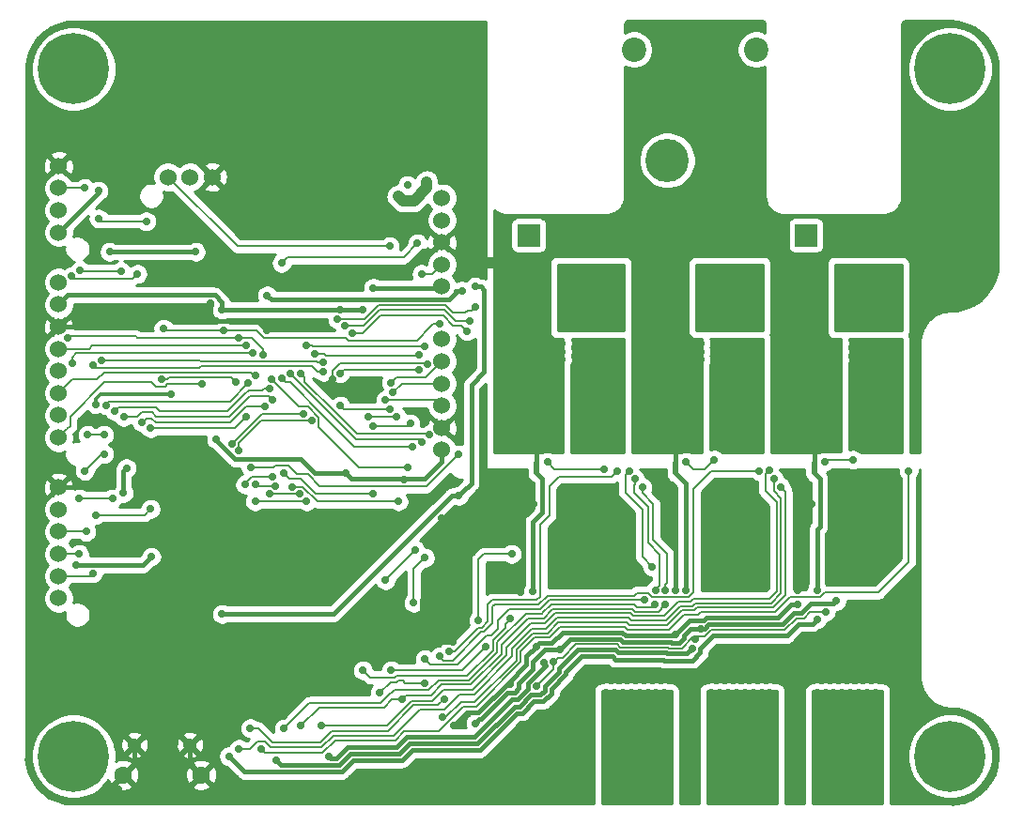
<source format=gbr>
G04 #@! TF.GenerationSoftware,KiCad,Pcbnew,5.1.0-060a0da~80~ubuntu18.04.1*
G04 #@! TF.CreationDate,2019-03-23T20:15:35+08:00*
G04 #@! TF.ProjectId,AgriESC,41677269-4553-4432-9e6b-696361645f70,rev?*
G04 #@! TF.SameCoordinates,Original*
G04 #@! TF.FileFunction,Copper,L2,Bot*
G04 #@! TF.FilePolarity,Positive*
%FSLAX46Y46*%
G04 Gerber Fmt 4.6, Leading zero omitted, Abs format (unit mm)*
G04 Created by KiCad (PCBNEW 5.1.0-060a0da~80~ubuntu18.04.1) date 2019-03-23 20:15:35*
%MOMM*%
%LPD*%
G04 APERTURE LIST*
%ADD10C,0.100000*%
%ADD11C,1.600000*%
%ADD12C,1.250000*%
%ADD13C,2.000000*%
%ADD14R,2.000000X2.000000*%
%ADD15C,0.800000*%
%ADD16C,6.400000*%
%ADD17C,1.524000*%
%ADD18C,0.600000*%
%ADD19C,2.200000*%
%ADD20C,3.900000*%
%ADD21C,0.500000*%
%ADD22C,0.700000*%
%ADD23C,0.400000*%
%ADD24C,0.300000*%
%ADD25C,0.200000*%
%ADD26C,1.000000*%
%ADD27C,0.250000*%
%ADD28C,0.254000*%
G04 APERTURE END LIST*
D10*
G36*
X157500000Y-105500000D02*
G01*
X157500000Y-106500000D01*
X158000000Y-106500000D01*
X158000000Y-105500000D01*
X157500000Y-105500000D01*
G37*
G36*
X170000000Y-105500000D02*
G01*
X170000000Y-106500000D01*
X170500000Y-106500000D01*
X170500000Y-105500000D01*
X170000000Y-105500000D01*
G37*
G36*
X182500000Y-105500000D02*
G01*
X182500000Y-106500000D01*
X183000000Y-106500000D01*
X183000000Y-105500000D01*
X182500000Y-105500000D01*
G37*
D11*
X127500000Y-133700000D03*
X120500000Y-133700000D03*
D12*
X121500000Y-131000000D03*
X126500000Y-131000000D03*
D13*
X162000000Y-85000000D03*
D14*
X157000000Y-85000000D03*
D13*
X187000000Y-85000000D03*
D14*
X182000000Y-85000000D03*
D15*
X117697056Y-130302944D03*
X116000000Y-129600000D03*
X114302944Y-130302944D03*
X113600000Y-132000000D03*
X114302944Y-133697056D03*
X116000000Y-134400000D03*
X117697056Y-133697056D03*
X118400000Y-132000000D03*
D16*
X116000000Y-132000000D03*
X195000000Y-70000000D03*
D15*
X197400000Y-70000000D03*
X196697056Y-71697056D03*
X195000000Y-72400000D03*
X193302944Y-71697056D03*
X192600000Y-70000000D03*
X193302944Y-68302944D03*
X195000000Y-67600000D03*
X196697056Y-68302944D03*
D16*
X195000000Y-132000000D03*
D15*
X197400000Y-132000000D03*
X196697056Y-133697056D03*
X195000000Y-134400000D03*
X193302944Y-133697056D03*
X192600000Y-132000000D03*
X193302944Y-130302944D03*
X195000000Y-129600000D03*
X196697056Y-130302944D03*
D16*
X116000000Y-70000000D03*
D15*
X118400000Y-70000000D03*
X117697056Y-71697056D03*
X116000000Y-72400000D03*
X114302944Y-71697056D03*
X113600000Y-70000000D03*
X114302944Y-68302944D03*
X116000000Y-67600000D03*
X117697056Y-68302944D03*
D17*
X149188000Y-83644000D03*
X149188000Y-85644000D03*
X149188000Y-81644000D03*
X149188000Y-87644000D03*
X149188000Y-89644000D03*
X114644000Y-89250000D03*
X114644000Y-93250000D03*
X114644000Y-91250000D03*
X114644000Y-95250000D03*
X114644000Y-97250000D03*
X114644000Y-99250000D03*
X114644000Y-101250000D03*
X114644000Y-103250000D03*
X114650000Y-117750000D03*
X114650000Y-115750000D03*
X114650000Y-113750000D03*
X114650000Y-109750000D03*
X114650000Y-111750000D03*
X114650000Y-107750000D03*
X114644000Y-78750000D03*
X114644000Y-82750000D03*
X114644000Y-80750000D03*
X114644000Y-84750000D03*
D18*
X164250000Y-92250000D03*
X163250000Y-92250000D03*
X162250000Y-92250000D03*
X164250000Y-90750000D03*
X163250000Y-90750000D03*
X162250000Y-90750000D03*
D17*
X149188000Y-94376000D03*
X149188000Y-98376000D03*
X149188000Y-96376000D03*
X149188000Y-100376000D03*
X149188000Y-102376000D03*
X149188000Y-104376000D03*
D18*
X175525000Y-77225000D03*
X174500000Y-76800000D03*
X173475000Y-77225000D03*
X173050000Y-78250000D03*
X173475000Y-79275000D03*
X174500000Y-79700000D03*
X175525000Y-79275000D03*
X175950000Y-78250000D03*
X168475000Y-77225000D03*
X169500000Y-76800000D03*
X170525000Y-77225000D03*
X170525000Y-79275000D03*
X170950000Y-78250000D03*
X169500000Y-79700000D03*
X168475000Y-79275000D03*
X168050000Y-78250000D03*
D19*
X166500000Y-68250000D03*
X177500000Y-68250000D03*
D20*
X174500000Y-78250000D03*
X169500000Y-78250000D03*
D17*
X124500000Y-79750000D03*
X126500000Y-79750000D03*
X128500000Y-79750000D03*
D18*
X174750000Y-90750000D03*
X175750000Y-90750000D03*
X176750000Y-90750000D03*
X174750000Y-92250000D03*
X175750000Y-92250000D03*
X176750000Y-92250000D03*
X189250000Y-92250000D03*
X188250000Y-92250000D03*
X187250000Y-92250000D03*
X189250000Y-90750000D03*
X188250000Y-90750000D03*
X187250000Y-90750000D03*
X163750000Y-98250000D03*
X163750000Y-99250000D03*
X163750000Y-100250000D03*
X162250000Y-98250000D03*
X162250000Y-99250000D03*
X162250000Y-100250000D03*
X174750000Y-100250000D03*
X174750000Y-99250000D03*
X174750000Y-98250000D03*
X176250000Y-100250000D03*
X176250000Y-99250000D03*
X176250000Y-98250000D03*
X188750000Y-98250000D03*
X188750000Y-99250000D03*
X188750000Y-100250000D03*
X187250000Y-98250000D03*
X187250000Y-99250000D03*
X187250000Y-100250000D03*
D21*
X157750000Y-105500000D03*
X157750000Y-106500000D03*
X170250000Y-105500000D03*
X170250000Y-106500000D03*
X182750000Y-106500000D03*
X182750000Y-105500000D03*
D22*
X123250000Y-120000000D03*
X157396381Y-117146381D03*
X139025318Y-132025318D03*
X158362469Y-123598229D03*
X129376000Y-119172000D03*
X150712000Y-108504000D03*
D15*
X147818001Y-80181999D03*
D22*
X160750000Y-93250000D03*
X160000000Y-93250000D03*
X160750000Y-92500000D03*
X160000000Y-92500000D03*
X160750000Y-91750000D03*
X160000000Y-91750000D03*
X160750000Y-91000000D03*
X160750000Y-90250000D03*
X160000000Y-90250000D03*
X160000000Y-89500000D03*
X160750000Y-89500000D03*
X160750000Y-88750000D03*
X160000000Y-88750000D03*
X160000000Y-88000000D03*
X160750000Y-88000000D03*
X161500000Y-88000000D03*
X161500000Y-88750000D03*
X162250000Y-88750000D03*
X162250000Y-88000000D03*
X163000000Y-88000000D03*
X163000000Y-88750000D03*
X163750000Y-88000000D03*
X163750000Y-88750000D03*
X164500000Y-88000000D03*
X164500000Y-88750000D03*
X165250000Y-88000000D03*
X165250000Y-88750000D03*
X172500000Y-91750000D03*
X173250000Y-92500000D03*
X173250000Y-88750000D03*
X177000000Y-88000000D03*
X177750000Y-88750000D03*
X173250000Y-93250000D03*
X176250000Y-88750000D03*
X172500000Y-88000000D03*
X173250000Y-91000000D03*
X172500000Y-93250000D03*
X176250000Y-88000000D03*
X173250000Y-89500000D03*
X172500000Y-91000000D03*
X177750000Y-88000000D03*
X174750000Y-88750000D03*
X174750000Y-88000000D03*
X173250000Y-90250000D03*
X173250000Y-91750000D03*
X173250000Y-88000000D03*
X174000000Y-88000000D03*
X175500000Y-88000000D03*
X172500000Y-90250000D03*
X174000000Y-88750000D03*
X172500000Y-89500000D03*
X172500000Y-88750000D03*
X177000000Y-88750000D03*
X172500000Y-92500000D03*
X175500000Y-88750000D03*
X160000000Y-91000000D03*
X187250000Y-88000000D03*
X188000000Y-88000000D03*
X186500000Y-88750000D03*
X185750000Y-88000000D03*
X185750000Y-93250000D03*
X186500000Y-88000000D03*
X188750000Y-88750000D03*
X185750000Y-88750000D03*
X185750000Y-92500000D03*
X190250000Y-88000000D03*
X185750000Y-91750000D03*
X190250000Y-88750000D03*
X187250000Y-88750000D03*
X185000000Y-88750000D03*
X188750000Y-88000000D03*
X185000000Y-91750000D03*
X185000000Y-91000000D03*
X185000000Y-93250000D03*
X189500000Y-88000000D03*
X185750000Y-90250000D03*
X185750000Y-91000000D03*
X185000000Y-88000000D03*
X185750000Y-89500000D03*
X185000000Y-92500000D03*
X188000000Y-88750000D03*
X189500000Y-88750000D03*
X185000000Y-89500000D03*
X185000000Y-90250000D03*
X152199170Y-89639650D03*
D15*
X145250000Y-81500000D03*
D22*
X133440000Y-90441000D03*
X151000000Y-90000000D03*
X152236000Y-129031242D03*
X159844669Y-122344669D03*
X129376000Y-91740000D03*
X140044000Y-91740000D03*
X142076000Y-91740000D03*
X128868000Y-103424000D03*
X140552000Y-106472000D03*
X145774000Y-107011999D03*
X119250000Y-86500000D03*
X127000000Y-86500000D03*
X116250000Y-114750000D03*
X143000000Y-89750000D03*
X120500000Y-108250000D03*
X120768830Y-106018830D03*
X123000000Y-114000000D03*
X152183610Y-91437999D03*
X139773002Y-92598232D03*
X140442759Y-93199421D03*
X151728000Y-92756000D03*
X141079157Y-93835818D03*
X151451990Y-93659742D03*
X134750000Y-87500000D03*
X147000000Y-85750000D03*
X129497999Y-93630000D03*
X124104000Y-93406000D03*
X149000000Y-93000000D03*
X142076000Y-124252000D03*
X161500000Y-101750000D03*
X162250000Y-101750000D03*
X163000000Y-101750000D03*
X163750000Y-101750000D03*
X164500000Y-101750000D03*
X165250000Y-101750000D03*
X163000000Y-102500000D03*
X164500000Y-102500000D03*
X162250000Y-102500000D03*
X165250000Y-102500000D03*
X161500000Y-102500000D03*
X163750000Y-102500000D03*
X165250000Y-103250000D03*
X164500000Y-103250000D03*
X163750000Y-103250000D03*
X161500000Y-103250000D03*
X163000000Y-103250000D03*
X162250000Y-103250000D03*
X161500000Y-104000000D03*
X161500000Y-96000000D03*
X162250000Y-96000000D03*
X161500000Y-96750000D03*
X162250000Y-96750000D03*
X163000000Y-96000000D03*
X163000000Y-96750000D03*
X163750000Y-96000000D03*
X163750000Y-96750000D03*
X164500000Y-96000000D03*
X164500000Y-96750000D03*
X165250000Y-96750000D03*
X155365385Y-119615385D03*
X167250000Y-107750000D03*
X145632000Y-126900000D03*
X136500000Y-129250000D03*
X169349997Y-117000000D03*
X169300003Y-118300001D03*
X174000000Y-101750000D03*
X174750000Y-101750000D03*
X175500000Y-101750000D03*
X176250000Y-101750000D03*
X177000000Y-101750000D03*
X177750000Y-101750000D03*
X177750000Y-102500000D03*
X177000000Y-102500000D03*
X175500000Y-102500000D03*
X174000000Y-102500000D03*
X176250000Y-102500000D03*
X174750000Y-102500000D03*
X175500000Y-103250000D03*
X174000000Y-103250000D03*
X176250000Y-103250000D03*
X177000000Y-103250000D03*
X177750000Y-103250000D03*
X174750000Y-103250000D03*
X174000000Y-104000000D03*
X174000000Y-96000000D03*
X174000000Y-96750000D03*
X174750000Y-96000000D03*
X174750000Y-96750000D03*
X175500000Y-96000000D03*
X175500000Y-96750000D03*
X176250000Y-96000000D03*
X176250000Y-96750000D03*
X177000000Y-96000000D03*
X177000000Y-96750000D03*
X177750000Y-96750000D03*
X131911091Y-129489355D03*
X187250000Y-101750000D03*
X188000000Y-101750000D03*
X188750000Y-101750000D03*
X189500000Y-101750000D03*
X190250000Y-101750000D03*
X189500000Y-102500000D03*
X190250000Y-102500000D03*
X188000000Y-102500000D03*
X188750000Y-102500000D03*
X187250000Y-102500000D03*
X188750000Y-103250000D03*
X190250000Y-103250000D03*
X189500000Y-103250000D03*
X188000000Y-103250000D03*
X186500000Y-96000000D03*
X186500000Y-96750000D03*
X187250000Y-96000000D03*
X187250000Y-96750000D03*
X188000000Y-96000000D03*
X188000000Y-96750000D03*
X188750000Y-96000000D03*
X188750000Y-96750000D03*
X189500000Y-96000000D03*
X189500000Y-96750000D03*
X190250000Y-96750000D03*
X186500000Y-101750000D03*
X186500000Y-102500000D03*
X187250000Y-103250000D03*
X186500000Y-103250000D03*
X186500000Y-104000000D03*
X179750000Y-107750000D03*
X149410748Y-126824190D03*
X149231001Y-128481001D03*
X146092000Y-80476000D03*
X124804000Y-99360000D03*
X118250000Y-81000000D03*
X118000000Y-100250000D03*
X130659097Y-98237818D03*
X123918771Y-98012011D03*
X117750000Y-115500000D03*
X118000000Y-110250000D03*
X122946380Y-109696380D03*
X131747997Y-98353479D03*
X131550000Y-101392000D03*
X122932380Y-102408000D03*
X169250000Y-127000000D03*
X168500000Y-127000000D03*
X167750000Y-127000000D03*
X167000000Y-127000000D03*
X166250000Y-127000000D03*
X165500000Y-127000000D03*
X164750000Y-127000000D03*
X158700740Y-105462532D03*
X163847825Y-106113952D03*
X164000000Y-127000000D03*
X166250000Y-127750000D03*
X165500000Y-127750000D03*
X169250000Y-127750000D03*
X164000000Y-127750000D03*
X167750000Y-127750000D03*
X167000000Y-127750000D03*
X168500000Y-127750000D03*
X164750000Y-127750000D03*
X167000000Y-129250000D03*
X164750000Y-129250000D03*
X164000000Y-129250000D03*
X166250000Y-128500000D03*
X165500000Y-128500000D03*
X169250000Y-128500000D03*
X167750000Y-129250000D03*
X168500000Y-129250000D03*
X166250000Y-129250000D03*
X164000000Y-128500000D03*
X167750000Y-128500000D03*
X167000000Y-128500000D03*
X169250000Y-129250000D03*
X168500000Y-128500000D03*
X164750000Y-128500000D03*
X165500000Y-129250000D03*
X167000000Y-132250000D03*
X167000000Y-130750000D03*
X167750000Y-132250000D03*
X164750000Y-130750000D03*
X164750000Y-131500000D03*
X165500000Y-131500000D03*
X164000000Y-130750000D03*
X166250000Y-130000000D03*
X164000000Y-132250000D03*
X165500000Y-130000000D03*
X168500000Y-131500000D03*
X169250000Y-130000000D03*
X167750000Y-130750000D03*
X168500000Y-130750000D03*
X166250000Y-131500000D03*
X166250000Y-130750000D03*
X164000000Y-130000000D03*
X167750000Y-130000000D03*
X167000000Y-130000000D03*
X169250000Y-132250000D03*
X169250000Y-130750000D03*
X168500000Y-130000000D03*
X168500000Y-132250000D03*
X169250000Y-131500000D03*
X166250000Y-132250000D03*
X164750000Y-130000000D03*
X167000000Y-131500000D03*
X164000000Y-131500000D03*
X167750000Y-131500000D03*
X164750000Y-132250000D03*
X165500000Y-132250000D03*
X165500000Y-130750000D03*
X167000000Y-134500000D03*
X167750000Y-133000000D03*
X165500000Y-134500000D03*
X164750000Y-135250000D03*
X168500000Y-135250000D03*
X166250000Y-133750000D03*
X164750000Y-133000000D03*
X167750000Y-133750000D03*
X164000000Y-133000000D03*
X166250000Y-133000000D03*
X166250000Y-134500000D03*
X164000000Y-135250000D03*
X164750000Y-133750000D03*
X164000000Y-134500000D03*
X167000000Y-133750000D03*
X167750000Y-134500000D03*
X164750000Y-134500000D03*
X166250000Y-135250000D03*
X168500000Y-133750000D03*
X168500000Y-134500000D03*
X167000000Y-133000000D03*
X169250000Y-133750000D03*
X165500000Y-133750000D03*
X165500000Y-135250000D03*
X169250000Y-134500000D03*
X169250000Y-133000000D03*
X165500000Y-133000000D03*
X164000000Y-133750000D03*
X167000000Y-135250000D03*
X167750000Y-135250000D03*
X168500000Y-133000000D03*
X169250000Y-135250000D03*
X166250000Y-136000000D03*
X164000000Y-136000000D03*
X167750000Y-136000000D03*
X169250000Y-136000000D03*
X167000000Y-136000000D03*
X165500000Y-136000000D03*
X164750000Y-136000000D03*
X168500000Y-136000000D03*
X168500000Y-126250000D03*
X169250000Y-126250000D03*
X164750000Y-126250000D03*
X167000000Y-126250000D03*
X166250000Y-126250000D03*
X165500000Y-126250000D03*
X167750000Y-126250000D03*
X164000000Y-126250000D03*
X171200740Y-105462532D03*
X173500000Y-126250000D03*
X174250000Y-126250000D03*
X175000000Y-126250000D03*
X175750000Y-126250000D03*
X176500000Y-126250000D03*
X177250000Y-126250000D03*
X178000000Y-126250000D03*
X178750000Y-126250000D03*
X176500000Y-127000000D03*
X174250000Y-127000000D03*
X177250000Y-127000000D03*
X173500000Y-127000000D03*
X178000000Y-127000000D03*
X178750000Y-127000000D03*
X175750000Y-127000000D03*
X175000000Y-127000000D03*
X173500000Y-127750000D03*
X177250000Y-127750000D03*
X175750000Y-127750000D03*
X178000000Y-127750000D03*
X175000000Y-127750000D03*
X178750000Y-127750000D03*
X174250000Y-127750000D03*
X176500000Y-127750000D03*
X178750000Y-128500000D03*
X175750000Y-128500000D03*
X177250000Y-128500000D03*
X173500000Y-128500000D03*
X175000000Y-128500000D03*
X176500000Y-128500000D03*
X174250000Y-128500000D03*
X178000000Y-128500000D03*
X173500000Y-129250000D03*
X177250000Y-129250000D03*
X175750000Y-129250000D03*
X178750000Y-129250000D03*
X178000000Y-129250000D03*
X176500000Y-129250000D03*
X174250000Y-129250000D03*
X175000000Y-129250000D03*
X175750000Y-132250000D03*
X173500000Y-130000000D03*
X174250000Y-132250000D03*
X173500000Y-131500000D03*
X178750000Y-132250000D03*
X177250000Y-130000000D03*
X178750000Y-130750000D03*
X175750000Y-130750000D03*
X177250000Y-130750000D03*
X178000000Y-132250000D03*
X177250000Y-131500000D03*
X175750000Y-130000000D03*
X173500000Y-130750000D03*
X178000000Y-130000000D03*
X175000000Y-130750000D03*
X175000000Y-130000000D03*
X176500000Y-132250000D03*
X176500000Y-130750000D03*
X174250000Y-130750000D03*
X175750000Y-131500000D03*
X178750000Y-131500000D03*
X178000000Y-131500000D03*
X178750000Y-130000000D03*
X177250000Y-132250000D03*
X176500000Y-131500000D03*
X175000000Y-132250000D03*
X178000000Y-130750000D03*
X174250000Y-131500000D03*
X174250000Y-130000000D03*
X175000000Y-131500000D03*
X173500000Y-132250000D03*
X176500000Y-130000000D03*
X178750000Y-133000000D03*
X176500000Y-133000000D03*
X174250000Y-133000000D03*
X178750000Y-135250000D03*
X178000000Y-134500000D03*
X175750000Y-133000000D03*
X175000000Y-133000000D03*
X173500000Y-134500000D03*
X174250000Y-134500000D03*
X175750000Y-135250000D03*
X176500000Y-133750000D03*
X178750000Y-134500000D03*
X173500000Y-133000000D03*
X178000000Y-133000000D03*
X175750000Y-133750000D03*
X176500000Y-134500000D03*
X178000000Y-133750000D03*
X177250000Y-134500000D03*
X174250000Y-135250000D03*
X175000000Y-133750000D03*
X177250000Y-133000000D03*
X175000000Y-134500000D03*
X173500000Y-135250000D03*
X177250000Y-135250000D03*
X175000000Y-135250000D03*
X176500000Y-135250000D03*
X173500000Y-133750000D03*
X174250000Y-133750000D03*
X178750000Y-133750000D03*
X177250000Y-133750000D03*
X178000000Y-135250000D03*
X175750000Y-134500000D03*
X175000000Y-136000000D03*
X177250000Y-136000000D03*
X176500000Y-136000000D03*
X173500000Y-136000000D03*
X178000000Y-136000000D03*
X175750000Y-136000000D03*
X174250000Y-136000000D03*
X178750000Y-136000000D03*
X173750000Y-105250000D03*
X188250000Y-126250000D03*
X187500000Y-126250000D03*
X186750000Y-126250000D03*
X186000000Y-126250000D03*
X185250000Y-126250000D03*
X184500000Y-126250000D03*
X183750000Y-126250000D03*
X183700740Y-105462532D03*
X183000000Y-126250000D03*
X188250000Y-127000000D03*
X186000000Y-127000000D03*
X187500000Y-127000000D03*
X183750000Y-127000000D03*
X183000000Y-127000000D03*
X185250000Y-127000000D03*
X184500000Y-127000000D03*
X186750000Y-127000000D03*
X186750000Y-127750000D03*
X188250000Y-127750000D03*
X185250000Y-127750000D03*
X183750000Y-127750000D03*
X184500000Y-127750000D03*
X186000000Y-127750000D03*
X187500000Y-127750000D03*
X183000000Y-127750000D03*
X183000000Y-128500000D03*
X186000000Y-128500000D03*
X188250000Y-128500000D03*
X187500000Y-128500000D03*
X185250000Y-128500000D03*
X183750000Y-128500000D03*
X186750000Y-128500000D03*
X184500000Y-128500000D03*
X184500000Y-129250000D03*
X183000000Y-129250000D03*
X183750000Y-129250000D03*
X186750000Y-129250000D03*
X186000000Y-129250000D03*
X188250000Y-129250000D03*
X187500000Y-129250000D03*
X185250000Y-129250000D03*
X187500000Y-130000000D03*
X184500000Y-130000000D03*
X185250000Y-130000000D03*
X188250000Y-130000000D03*
X183000000Y-130000000D03*
X183750000Y-130000000D03*
X186000000Y-130000000D03*
X186750000Y-130000000D03*
X183750000Y-130750000D03*
X188250000Y-130750000D03*
X184500000Y-130750000D03*
X186750000Y-130750000D03*
X187500000Y-130750000D03*
X186000000Y-130750000D03*
X185250000Y-130750000D03*
X183000000Y-130750000D03*
X187500000Y-131500000D03*
X186000000Y-131500000D03*
X185250000Y-131500000D03*
X183000000Y-131500000D03*
X183750000Y-131500000D03*
X184500000Y-131500000D03*
X186750000Y-131500000D03*
X188250000Y-131500000D03*
X185250000Y-132250000D03*
X187500000Y-132250000D03*
X188250000Y-132250000D03*
X186750000Y-132250000D03*
X186000000Y-132250000D03*
X184500000Y-132250000D03*
X183750000Y-132250000D03*
X183000000Y-132250000D03*
X187500000Y-133000000D03*
X188250000Y-133000000D03*
X183000000Y-133000000D03*
X184500000Y-133000000D03*
X186000000Y-133000000D03*
X186750000Y-133000000D03*
X183750000Y-133000000D03*
X185250000Y-133000000D03*
X184500000Y-133750000D03*
X188250000Y-133750000D03*
X183750000Y-133750000D03*
X185250000Y-133750000D03*
X187500000Y-133750000D03*
X186000000Y-133750000D03*
X186750000Y-133750000D03*
X183000000Y-133750000D03*
X186000000Y-134500000D03*
X188250000Y-134500000D03*
X183000000Y-134500000D03*
X183750000Y-134500000D03*
X187500000Y-134500000D03*
X185250000Y-134500000D03*
X186750000Y-134500000D03*
X184500000Y-134500000D03*
X183000000Y-135250000D03*
X186750000Y-135250000D03*
X186000000Y-135250000D03*
X183750000Y-135250000D03*
X185250000Y-135250000D03*
X188250000Y-135250000D03*
X184500000Y-135250000D03*
X187500000Y-135250000D03*
X183750000Y-136000000D03*
X187500000Y-136000000D03*
X186750000Y-136000000D03*
X183000000Y-136000000D03*
X186000000Y-136000000D03*
X185250000Y-136000000D03*
X184500000Y-136000000D03*
X188250000Y-136000000D03*
X186250000Y-105250000D03*
X131550000Y-94930000D03*
X130900000Y-94280000D03*
X133050570Y-95769990D03*
X132397997Y-97612001D03*
X132157072Y-95662000D03*
X127536000Y-98451990D03*
X140017257Y-97470000D03*
X147156000Y-97186000D03*
X144500000Y-86000000D03*
X121750000Y-88500000D03*
X115839510Y-88709534D03*
X116578293Y-88195528D03*
X117000000Y-80750000D03*
X120250000Y-88250000D03*
X147664000Y-95026000D03*
X136996000Y-94930000D03*
X147156000Y-95804000D03*
X137726218Y-95676000D03*
X147363999Y-88500000D03*
X131963990Y-105964000D03*
X150683033Y-104795263D03*
X144744397Y-99218000D03*
X144613585Y-98327555D03*
X144108000Y-99868000D03*
X122186010Y-101900000D03*
X133250011Y-100458000D03*
X116500000Y-108750000D03*
X116500000Y-113750000D03*
X119500000Y-108750000D03*
X119724000Y-100884000D03*
X133630883Y-98868833D03*
X118750000Y-103000000D03*
X117250000Y-103000000D03*
X120513835Y-101392000D03*
X133948000Y-99868000D03*
X118750000Y-104750000D03*
X117150000Y-111750000D03*
X117000000Y-106250000D03*
X166083883Y-106262689D03*
X143600000Y-126284000D03*
X168149993Y-114919527D03*
X167488297Y-117919544D03*
X147664000Y-123250000D03*
X147664000Y-125400000D03*
X178699990Y-106184434D03*
X138300000Y-129250000D03*
X191250000Y-106250000D03*
X132932000Y-131350000D03*
X155500000Y-113750000D03*
X152500000Y-119750000D03*
X149803999Y-122553535D03*
X165000000Y-106250000D03*
X149000000Y-123000000D03*
X177765658Y-106249730D03*
X144616000Y-124252000D03*
X153131319Y-122131319D03*
X166600000Y-107000000D03*
X134950000Y-129500000D03*
X168449994Y-117000000D03*
X168400000Y-118300001D03*
X179100000Y-107000000D03*
X130900000Y-131350000D03*
X130914119Y-104454119D03*
X137448000Y-101758000D03*
X135532791Y-97470000D03*
X147379469Y-103679021D03*
X146811969Y-113420031D03*
X144108000Y-116124000D03*
X136748550Y-101108000D03*
X130264119Y-103817721D03*
X134762643Y-97935699D03*
X146528900Y-104074000D03*
X146648000Y-118156000D03*
X147664000Y-114092000D03*
X146140000Y-105964000D03*
X133864927Y-97999796D03*
X136488000Y-97477906D03*
X148029469Y-102991755D03*
X134215740Y-107650954D03*
X132364000Y-107488000D03*
X133882177Y-106815048D03*
X131463997Y-107488000D03*
X134948000Y-106472000D03*
X142950000Y-108312000D03*
X133664000Y-108362000D03*
X136346000Y-108362000D03*
X132364000Y-109012000D03*
X136996000Y-109012000D03*
X142584000Y-101392000D03*
X145124000Y-101392000D03*
X144487603Y-100742000D03*
X140031682Y-100380521D03*
X135696000Y-107712000D03*
X145266000Y-109012000D03*
X142950000Y-102214220D03*
X146347448Y-102010038D03*
X138520000Y-97328000D03*
X117750000Y-96750000D03*
X138472268Y-96427896D03*
X122562000Y-83750000D03*
X118250000Y-83500000D03*
X118536229Y-96312000D03*
X171155000Y-117000000D03*
X134250000Y-132349999D03*
X183000000Y-117000000D03*
X130000000Y-132000000D03*
X134500000Y-117000000D03*
X124931000Y-105456000D03*
X127979000Y-110536000D03*
X126496669Y-113445374D03*
X139028000Y-110536000D03*
X137484601Y-88664023D03*
X147886218Y-96659898D03*
X144108000Y-88692000D03*
X139300885Y-98014807D03*
X128868000Y-92756000D03*
X126329000Y-92756000D03*
X133440000Y-87676000D03*
X123280000Y-92756000D03*
X129376000Y-87676000D03*
X128360000Y-91139000D03*
X140410000Y-119680000D03*
X143092000Y-119720835D03*
X150204000Y-121712000D03*
X147156000Y-121712000D03*
X147664000Y-117648000D03*
X149188000Y-110536000D03*
X133440000Y-93630000D03*
X121248000Y-92756000D03*
X124804000Y-92248000D03*
X147423537Y-119880000D03*
X181250000Y-117000000D03*
X156250000Y-117250000D03*
X181250000Y-118300001D03*
X170250000Y-121000000D03*
X157500000Y-109250000D03*
X170000000Y-109250000D03*
X182500000Y-109250000D03*
D15*
X141000000Y-84000000D03*
X141500000Y-78250000D03*
D22*
X158500000Y-100000000D03*
X158500000Y-99250000D03*
X158500000Y-98500000D03*
X158500000Y-97750000D03*
X158500000Y-97000000D03*
X158500000Y-96250000D03*
X159250000Y-96250000D03*
X160000000Y-96250000D03*
X160000000Y-95500000D03*
X158500000Y-95500000D03*
X159250000Y-95500000D03*
X160000000Y-94750000D03*
X158500000Y-94750000D03*
X159250000Y-94750000D03*
X157750000Y-97750000D03*
X157750000Y-99250000D03*
X157750000Y-95500000D03*
X157750000Y-96250000D03*
X157750000Y-100000000D03*
X157750000Y-98500000D03*
X157750000Y-94750000D03*
X157750000Y-97000000D03*
X157000000Y-95500000D03*
X157000000Y-97750000D03*
X157000000Y-97000000D03*
X157000000Y-96250000D03*
X157000000Y-98500000D03*
X157000000Y-94750000D03*
X157000000Y-100000000D03*
X157000000Y-99250000D03*
X156250000Y-97000000D03*
X156250000Y-98500000D03*
X156250000Y-97750000D03*
X156250000Y-96250000D03*
X156250000Y-100000000D03*
X156250000Y-94750000D03*
X156250000Y-99250000D03*
X156250000Y-95500000D03*
X155500000Y-94750000D03*
X155500000Y-95500000D03*
X155500000Y-97750000D03*
X155500000Y-99250000D03*
X155500000Y-96250000D03*
X155500000Y-100000000D03*
X155500000Y-98500000D03*
X155500000Y-97000000D03*
X154750000Y-97750000D03*
X154750000Y-100000000D03*
X154750000Y-99250000D03*
X154750000Y-96250000D03*
X154750000Y-98500000D03*
X154750000Y-95500000D03*
X154750000Y-97000000D03*
X167250000Y-97000000D03*
X171000000Y-97750000D03*
X167250000Y-95500000D03*
X169500000Y-97000000D03*
X167250000Y-97750000D03*
X170250000Y-95500000D03*
X167250000Y-96250000D03*
X167250000Y-98500000D03*
X169500000Y-98500000D03*
X169500000Y-97750000D03*
X172500000Y-96250000D03*
X168000000Y-97750000D03*
X171750000Y-94750000D03*
X168000000Y-100000000D03*
X171000000Y-99250000D03*
X167250000Y-94750000D03*
X168000000Y-99250000D03*
X167250000Y-100000000D03*
X168000000Y-96250000D03*
X168000000Y-98500000D03*
X172500000Y-95500000D03*
X168750000Y-94750000D03*
X169500000Y-96250000D03*
X168750000Y-95500000D03*
X167250000Y-99250000D03*
X168000000Y-95500000D03*
X169500000Y-100000000D03*
X170250000Y-97750000D03*
X168750000Y-97750000D03*
X168000000Y-97000000D03*
X171000000Y-95500000D03*
X169500000Y-94750000D03*
X171000000Y-96250000D03*
X168750000Y-99250000D03*
X169500000Y-99250000D03*
X170250000Y-97000000D03*
X168750000Y-96250000D03*
X171750000Y-96250000D03*
X171000000Y-100000000D03*
X172500000Y-94750000D03*
X171000000Y-98500000D03*
X168750000Y-100000000D03*
X171750000Y-95500000D03*
X169500000Y-95500000D03*
X168750000Y-98500000D03*
X170250000Y-96250000D03*
X170250000Y-98500000D03*
X170250000Y-94750000D03*
X171000000Y-94750000D03*
X170250000Y-100000000D03*
X170250000Y-99250000D03*
X171000000Y-97000000D03*
X168750000Y-97000000D03*
X182000000Y-99250000D03*
X180500000Y-99250000D03*
X184250000Y-95500000D03*
X183500000Y-100000000D03*
X184250000Y-96250000D03*
X182750000Y-94750000D03*
X185000000Y-96250000D03*
X181250000Y-96250000D03*
X182750000Y-97750000D03*
X185000000Y-95500000D03*
X179750000Y-96250000D03*
X180500000Y-96250000D03*
X179750000Y-95500000D03*
X180500000Y-97000000D03*
X182750000Y-97000000D03*
X182750000Y-100000000D03*
X183500000Y-96250000D03*
X180500000Y-94750000D03*
X183500000Y-94750000D03*
X183500000Y-95500000D03*
X179750000Y-99250000D03*
X183500000Y-97000000D03*
X182000000Y-98500000D03*
X179750000Y-98500000D03*
X182000000Y-96250000D03*
X181250000Y-97000000D03*
X181250000Y-97750000D03*
X182000000Y-97000000D03*
X184250000Y-94750000D03*
X181250000Y-100000000D03*
X179750000Y-94750000D03*
X180500000Y-97750000D03*
X182750000Y-98500000D03*
X185000000Y-94750000D03*
X182000000Y-97750000D03*
X181250000Y-99250000D03*
X181250000Y-95500000D03*
X183500000Y-98500000D03*
X181250000Y-94750000D03*
X180500000Y-95500000D03*
X183500000Y-97750000D03*
X179750000Y-100000000D03*
X182750000Y-99250000D03*
X182000000Y-100000000D03*
X182750000Y-96250000D03*
X182000000Y-95500000D03*
X183500000Y-99250000D03*
X180500000Y-98500000D03*
X179750000Y-97000000D03*
X180500000Y-100000000D03*
X182750000Y-95500000D03*
X182000000Y-94750000D03*
X181250000Y-98500000D03*
X179750000Y-97750000D03*
X168000000Y-94750000D03*
X170250000Y-117000000D03*
X175000000Y-108000000D03*
X163750000Y-108000000D03*
X188750000Y-107250000D03*
X154750000Y-94750000D03*
X121000000Y-73000000D03*
X121000000Y-68000000D03*
X126000000Y-68000000D03*
X126000000Y-73000000D03*
X131000000Y-73000000D03*
X131000000Y-68000000D03*
X136000000Y-68000000D03*
X136000000Y-73000000D03*
X141000000Y-68000000D03*
X141000000Y-73000000D03*
X146000000Y-68000000D03*
X146000000Y-73000000D03*
X151000000Y-68000000D03*
X151000000Y-73000000D03*
X120000000Y-120000000D03*
X120000000Y-125000000D03*
X125000000Y-135000000D03*
X130000000Y-135000000D03*
X120000000Y-135000000D03*
X135000000Y-135000000D03*
X140000000Y-135000000D03*
X145000000Y-135000000D03*
X150000000Y-135000000D03*
X155000000Y-135000000D03*
X160000000Y-135000000D03*
X160000000Y-130000000D03*
X190000000Y-130000000D03*
X190000000Y-135000000D03*
X171000000Y-135000000D03*
X171000000Y-130000000D03*
X171000000Y-125000000D03*
X181000000Y-125000000D03*
X181000000Y-130000000D03*
X181000000Y-135000000D03*
X135000000Y-82000000D03*
X121000000Y-77988001D03*
X151000000Y-78000000D03*
X146000000Y-78250000D03*
X157674988Y-122125648D03*
X184750000Y-118000000D03*
X172499949Y-120500051D03*
X118896750Y-100326439D03*
X115493322Y-94249999D03*
X115878619Y-96540620D03*
X171737125Y-122294285D03*
X183000000Y-119650000D03*
X155375000Y-125500000D03*
X150275241Y-129275241D03*
X113750000Y-125000000D03*
X113500000Y-120000000D03*
X159274841Y-123450091D03*
X157718953Y-125718953D03*
X183750000Y-119000000D03*
X172025166Y-121440546D03*
D23*
X157396381Y-117146381D02*
X157396381Y-110853619D01*
X157396381Y-110853619D02*
X158250000Y-110000000D01*
X158250000Y-107000000D02*
X157750000Y-106500000D01*
X158250000Y-110000000D02*
X158250000Y-107000000D01*
D24*
X139025318Y-132025318D02*
X139225309Y-132225309D01*
D23*
X139675309Y-132175309D02*
X139175309Y-132175309D01*
X145101768Y-131149990D02*
X140700628Y-131149990D01*
X139175309Y-132175309D02*
X139025318Y-132025318D01*
X146001758Y-130250000D02*
X145101768Y-131149990D01*
X152127244Y-130250000D02*
X146001758Y-130250000D01*
X140700628Y-131149990D02*
X139675309Y-132175309D01*
X155527234Y-126850010D02*
X152127244Y-130250000D01*
X158362469Y-123598229D02*
X158541515Y-123777275D01*
X158541515Y-123777275D02*
X158599969Y-123777275D01*
X158599969Y-123777275D02*
X156938622Y-125438622D01*
X156938622Y-125438622D02*
X156938622Y-125894922D01*
X156938622Y-125894922D02*
X155983534Y-126850010D01*
X155983534Y-126850010D02*
X155527234Y-126850010D01*
D25*
X150257998Y-108504000D02*
X150712000Y-108504000D01*
D23*
X151061999Y-108154001D02*
X150712000Y-108504000D01*
X151838001Y-107377999D02*
X151061999Y-108154001D01*
X151838001Y-98513999D02*
X151838001Y-107377999D01*
X150217026Y-108504000D02*
X150712000Y-108504000D01*
X150109998Y-108504000D02*
X150217026Y-108504000D01*
X139441998Y-119172000D02*
X150109998Y-108504000D01*
X129376000Y-119172000D02*
X139441998Y-119172000D01*
X153000001Y-97351999D02*
X151838001Y-98513999D01*
X153000001Y-89945507D02*
X153000001Y-97351999D01*
X152694144Y-89639650D02*
X153000001Y-89945507D01*
X152199170Y-89639650D02*
X152694144Y-89639650D01*
D26*
X147818001Y-80747684D02*
X147818001Y-80181999D01*
X146665686Y-81899999D02*
X147818001Y-80747684D01*
X145649999Y-81899999D02*
X146665686Y-81899999D01*
X145250000Y-81500000D02*
X145649999Y-81899999D01*
D23*
X133805001Y-90806001D02*
X149143999Y-90806001D01*
X133440000Y-90441000D02*
X133805001Y-90806001D01*
X149819997Y-90806001D02*
X150431999Y-90193999D01*
X149143999Y-90806001D02*
X149819997Y-90806001D01*
X173460642Y-120100020D02*
X179899980Y-120100020D01*
X179899980Y-120100020D02*
X180949998Y-119050002D01*
X181610001Y-119050002D02*
X180949998Y-119050002D01*
X182410003Y-118250000D02*
X181610001Y-119050002D01*
X184405000Y-118250000D02*
X182410003Y-118250000D01*
X172848491Y-120500051D02*
X173248522Y-120100020D01*
X173248522Y-120100020D02*
X173460642Y-120100020D01*
X150431999Y-90073027D02*
X150431999Y-90193999D01*
X150505026Y-90000000D02*
X150431999Y-90073027D01*
X151000000Y-90000000D02*
X150505026Y-90000000D01*
X129376000Y-91740000D02*
X140044000Y-91740000D01*
X140044000Y-91740000D02*
X142076000Y-91740000D01*
X128868000Y-103518002D02*
X128868000Y-103424000D01*
X130554118Y-105204120D02*
X128868000Y-103518002D01*
X130554118Y-105204120D02*
X136435240Y-105204120D01*
X137703120Y-106472000D02*
X140552000Y-106472000D01*
X136435240Y-105204120D02*
X137703120Y-106472000D01*
X141060000Y-106980000D02*
X140552000Y-106472000D01*
X147664000Y-106980000D02*
X141060000Y-106980000D01*
X149188000Y-105456000D02*
X147664000Y-106980000D01*
X149188000Y-104376000D02*
X149188000Y-105456000D01*
D25*
X129376000Y-91192998D02*
X129376000Y-91245026D01*
D23*
X129376000Y-91740000D02*
X129376000Y-91192998D01*
X115505001Y-90388999D02*
X115405999Y-90488001D01*
X115405999Y-90488001D02*
X114644000Y-91250000D01*
X128720001Y-90388999D02*
X115505001Y-90388999D01*
X129376000Y-91044998D02*
X128720001Y-90388999D01*
X129376000Y-91192998D02*
X129376000Y-91044998D01*
X127000000Y-86500000D02*
X119250000Y-86500000D01*
X149082000Y-89750000D02*
X149188000Y-89644000D01*
X143000000Y-89750000D02*
X149082000Y-89750000D01*
X120500000Y-108250000D02*
X120500000Y-106287660D01*
X120500000Y-106287660D02*
X120768830Y-106018830D01*
X122250000Y-114750000D02*
X116250000Y-114750000D01*
X123000000Y-114000000D02*
X122250000Y-114750000D01*
D25*
X151502004Y-91787998D02*
X151290002Y-92000000D01*
X152183610Y-91437999D02*
X151833611Y-91787998D01*
X151833611Y-91787998D02*
X151502004Y-91787998D01*
X143471991Y-91306011D02*
X149516010Y-91306011D01*
X142228582Y-92549420D02*
X143471991Y-91306011D01*
X139821814Y-92549420D02*
X142228582Y-92549420D01*
X139773002Y-92598232D02*
X139821814Y-92549420D01*
X149516010Y-91306011D02*
X150204000Y-91994001D01*
X151296001Y-91994001D02*
X151000000Y-91994001D01*
X151502004Y-91787998D02*
X151296001Y-91994001D01*
X150204000Y-91994001D02*
X151000000Y-91994001D01*
X150400301Y-92756000D02*
X150712000Y-92756000D01*
X149384301Y-91740000D02*
X150400301Y-92756000D01*
X140951337Y-93185817D02*
X142157883Y-93185817D01*
X143603700Y-91740000D02*
X149384301Y-91740000D01*
X140937733Y-93199421D02*
X140951337Y-93185817D01*
X142157883Y-93185817D02*
X143603700Y-91740000D01*
X140442759Y-93199421D02*
X140937733Y-93199421D01*
X150712000Y-92756000D02*
X151728000Y-92756000D01*
X150204000Y-93156010D02*
X150948258Y-93156010D01*
X150204000Y-93125397D02*
X150204000Y-93156010D01*
X149326603Y-92248000D02*
X150204000Y-93125397D01*
X143661398Y-92248000D02*
X149326603Y-92248000D01*
X142073580Y-93835818D02*
X143661398Y-92248000D01*
X141079157Y-93835818D02*
X142073580Y-93835818D01*
X150948258Y-93156010D02*
X151451990Y-93659742D01*
X139250000Y-87000000D02*
X135250000Y-87000000D01*
X135250000Y-87000000D02*
X134750000Y-87500000D01*
X139250000Y-87000000D02*
X145750000Y-87000000D01*
X145750000Y-87000000D02*
X147000000Y-85750000D01*
X129497999Y-93630000D02*
X124391603Y-93630000D01*
X140767156Y-94485819D02*
X146950181Y-94485819D01*
X129497999Y-93630000D02*
X132477998Y-93630000D01*
X132477998Y-93630000D02*
X133127998Y-94280000D01*
X133127998Y-94280000D02*
X140561337Y-94280000D01*
X140561337Y-94280000D02*
X140767156Y-94485819D01*
X146950181Y-94485819D02*
X148172000Y-93264000D01*
X124328000Y-93630000D02*
X124104000Y-93406000D01*
X124391603Y-93630000D02*
X124328000Y-93630000D01*
X148436000Y-93000000D02*
X148172000Y-93264000D01*
X149000000Y-93000000D02*
X148436000Y-93000000D01*
X154900000Y-120080770D02*
X155365385Y-119615385D01*
X154900000Y-120434312D02*
X154900000Y-120080770D01*
X153781320Y-121552992D02*
X154900000Y-120434312D01*
X142726001Y-124902001D02*
X144928001Y-124902001D01*
X145080002Y-124750000D02*
X151474640Y-124750000D01*
X142076000Y-124252000D02*
X142726001Y-124902001D01*
X151474640Y-124750000D02*
X153781320Y-122443320D01*
X144928001Y-124902001D02*
X145080002Y-124750000D01*
X153781320Y-122443320D02*
X153781320Y-121552992D01*
X167250000Y-108244974D02*
X168250000Y-109244974D01*
X167250000Y-107750000D02*
X167250000Y-108244974D01*
X169349997Y-116505026D02*
X169500000Y-116355023D01*
X169349997Y-117000000D02*
X169349997Y-116505026D01*
X169500000Y-113750000D02*
X168250000Y-112500000D01*
X169500000Y-116355023D02*
X169500000Y-113750000D01*
X168250000Y-109244974D02*
X168250000Y-112500000D01*
X138143949Y-127606051D02*
X136500000Y-129250000D01*
X144706051Y-126900000D02*
X144000000Y-127606051D01*
X145632000Y-126900000D02*
X144706051Y-126900000D01*
X144000000Y-127606051D02*
X138143949Y-127606051D01*
X154581338Y-122774698D02*
X154581338Y-121918662D01*
X149199982Y-125550018D02*
X151806019Y-125550018D01*
X148199999Y-126550001D02*
X149199982Y-125550018D01*
X159081398Y-118831396D02*
X159203140Y-118709654D01*
X145632000Y-126900000D02*
X145981999Y-126550001D01*
X145981999Y-126550001D02*
X148199999Y-126550001D01*
X151806019Y-125550018D02*
X154581338Y-122774698D01*
X154581338Y-121918662D02*
X156949980Y-119550020D01*
X156949980Y-119550020D02*
X158365710Y-119550020D01*
X159081398Y-118834332D02*
X159081398Y-118831396D01*
X158365710Y-119550020D02*
X159081398Y-118834332D01*
X159203140Y-118709654D02*
X166328257Y-118709654D01*
X131911091Y-129489355D02*
X132639054Y-129489355D01*
X132639054Y-129489355D02*
X133948000Y-130798302D01*
X136250000Y-130798302D02*
X137701698Y-130798302D01*
X133948000Y-130798302D02*
X136250000Y-130798302D01*
X139250000Y-129750000D02*
X138201698Y-130798302D01*
X138201698Y-130798302D02*
X136250000Y-130798302D01*
X144309700Y-129750000D02*
X139250000Y-129750000D01*
X146659690Y-127400010D02*
X144309700Y-129750000D01*
X149410748Y-126824190D02*
X148834928Y-127400010D01*
X148834928Y-127400010D02*
X146659690Y-127400010D01*
D23*
X114644000Y-84750000D02*
X118250000Y-81144000D01*
X118250000Y-81144000D02*
X118250000Y-81000000D01*
D25*
X130659097Y-98237818D02*
X130223268Y-97801989D01*
X123822011Y-97801989D02*
X123788000Y-97836000D01*
X123918771Y-97801989D02*
X123822011Y-97801989D01*
X124623767Y-97801989D02*
X130223268Y-97801989D01*
X124413745Y-98012011D02*
X124623767Y-97801989D01*
X123918771Y-98012011D02*
X124413745Y-98012011D01*
X114700000Y-115750000D02*
X117500000Y-115750000D01*
X117500000Y-115750000D02*
X117750000Y-115500000D01*
X122392760Y-110250000D02*
X122946380Y-109696380D01*
X118000000Y-110250000D02*
X122392760Y-110250000D01*
X130091475Y-100010001D02*
X131747997Y-98353479D01*
X119024067Y-100010001D02*
X119024066Y-100010000D01*
X131042000Y-101900000D02*
X131550000Y-101392000D01*
X130534000Y-102408000D02*
X131042000Y-101900000D01*
X122932380Y-102408000D02*
X130534000Y-102408000D01*
X158700740Y-105462532D02*
X159352160Y-106113952D01*
X159352160Y-106113952D02*
X163847825Y-106113952D01*
X171200740Y-105462532D02*
X171854272Y-106116064D01*
X173750000Y-105250000D02*
X172883936Y-106116064D01*
X171854272Y-106116064D02*
X172250000Y-106116064D01*
X172883936Y-106116064D02*
X172250000Y-106116064D01*
X183913272Y-105250000D02*
X183700740Y-105462532D01*
X186250000Y-105250000D02*
X183913272Y-105250000D01*
X131550000Y-94930000D02*
X117692000Y-94930000D01*
X117372000Y-95250000D02*
X114644000Y-95250000D01*
X117692000Y-94930000D02*
X117372000Y-95250000D01*
X133050570Y-95275016D02*
X132055554Y-94280000D01*
X132055554Y-94280000D02*
X131408000Y-94280000D01*
X133050570Y-95769990D02*
X133050570Y-95275016D01*
X132031997Y-94280000D02*
X131408000Y-94280000D01*
X131408000Y-94280000D02*
X130900000Y-94280000D01*
X130900000Y-94280000D02*
X121756000Y-94280000D01*
X121756000Y-94280000D02*
X121613999Y-94137999D01*
X121613999Y-94137999D02*
X117272003Y-94137999D01*
X131950011Y-97362011D02*
X118742011Y-97362011D01*
X132200001Y-97612001D02*
X131950011Y-97362011D01*
X132397997Y-97612001D02*
X132200001Y-97612001D01*
X115405999Y-98488001D02*
X114644000Y-99250000D01*
X115894000Y-98000000D02*
X115405999Y-98488001D01*
X118104022Y-98000000D02*
X115894000Y-98000000D01*
X118742011Y-97362011D02*
X118104022Y-98000000D01*
X114950000Y-103000000D02*
X114771000Y-102821000D01*
X115405999Y-102488001D02*
X114644000Y-103250000D01*
X115706001Y-101338301D02*
X115706001Y-102187999D01*
X124440794Y-98451990D02*
X124230772Y-98662012D01*
X123000000Y-98250000D02*
X118794302Y-98250000D01*
X127536000Y-98451990D02*
X124440794Y-98451990D01*
X115706001Y-102187999D02*
X115405999Y-102488001D01*
X124230772Y-98662012D02*
X123412012Y-98662012D01*
X123412012Y-98662012D02*
X123000000Y-98250000D01*
X118794302Y-98250000D02*
X115706001Y-101338301D01*
X147090001Y-97120001D02*
X147156000Y-97186000D01*
X140367256Y-97120001D02*
X147090001Y-97120001D01*
X140017257Y-97470000D02*
X140367256Y-97120001D01*
X130750000Y-86000000D02*
X124500000Y-79750000D01*
X144500000Y-86000000D02*
X130750000Y-86000000D01*
X121750000Y-88500000D02*
X121349999Y-88900001D01*
X114802000Y-82592000D02*
X114644000Y-82750000D01*
X121349999Y-88900001D02*
X117374662Y-88900001D01*
X117374662Y-88900001D02*
X116029977Y-88900001D01*
X116029977Y-88900001D02*
X115839510Y-88709534D01*
X117000000Y-80750000D02*
X114644000Y-80750000D01*
X116632765Y-88250000D02*
X116578293Y-88195528D01*
X120250000Y-88250000D02*
X116632765Y-88250000D01*
X137586974Y-95026000D02*
X139028000Y-95026000D01*
X137490974Y-94930000D02*
X137586974Y-95026000D01*
X136996000Y-94930000D02*
X137490974Y-94930000D01*
X139028000Y-95026000D02*
X138616000Y-95026000D01*
X147664000Y-95026000D02*
X139028000Y-95026000D01*
X147120723Y-95839277D02*
X147156000Y-95804000D01*
X138748000Y-95839277D02*
X147120723Y-95839277D01*
X138584723Y-95676000D02*
X138748000Y-95839277D01*
X137726218Y-95676000D02*
X138584723Y-95676000D01*
X148332000Y-88500000D02*
X149188000Y-87644000D01*
X147363999Y-88500000D02*
X148332000Y-88500000D01*
X133993131Y-105964000D02*
X131963990Y-105964000D01*
X135329999Y-105821999D02*
X134135132Y-105821999D01*
X136087990Y-106579990D02*
X135329999Y-105821999D01*
X137103990Y-106579990D02*
X136087990Y-106579990D01*
X138185999Y-107661999D02*
X137103990Y-106579990D01*
X134135132Y-105821999D02*
X133993131Y-105964000D01*
X147816297Y-107661999D02*
X138185999Y-107661999D01*
X150683033Y-104795263D02*
X147816297Y-107661999D01*
X145586397Y-98376000D02*
X149188000Y-98376000D01*
X144744397Y-99218000D02*
X145586397Y-98376000D01*
X144613585Y-98327555D02*
X145105140Y-97836000D01*
X147728000Y-97836000D02*
X149188000Y-96376000D01*
X145105140Y-97836000D02*
X147728000Y-97836000D01*
X148680000Y-99868000D02*
X149188000Y-100376000D01*
X144108000Y-99868000D02*
X148680000Y-99868000D01*
X131521998Y-100458000D02*
X133250011Y-100458000D01*
X130079998Y-101900000D02*
X131521998Y-100458000D01*
X122186010Y-101900000D02*
X122536009Y-101550001D01*
X123036383Y-101550001D02*
X123386382Y-101900000D01*
X122536009Y-101550001D02*
X123036383Y-101550001D01*
X123386382Y-101900000D02*
X130079998Y-101900000D01*
X116500000Y-113750000D02*
X114700000Y-113750000D01*
X119500000Y-108750000D02*
X118000000Y-108750000D01*
X118000000Y-108750000D02*
X116500000Y-108750000D01*
X123788000Y-100884000D02*
X129884000Y-100884000D01*
X123438001Y-100534001D02*
X123788000Y-100884000D01*
X120073999Y-100534001D02*
X123438001Y-100534001D01*
X119724000Y-100884000D02*
X120073999Y-100534001D01*
X131764520Y-99003480D02*
X131408000Y-99360000D01*
X133135909Y-98868833D02*
X133001262Y-99003480D01*
X133001262Y-99003480D02*
X131764520Y-99003480D01*
X133630883Y-98868833D02*
X133135909Y-98868833D01*
X131408000Y-99360000D02*
X131465699Y-99302301D01*
X129884000Y-100884000D02*
X131408000Y-99360000D01*
X118750000Y-103000000D02*
X117250000Y-103000000D01*
X123044072Y-100991992D02*
X122132016Y-100991992D01*
X123444080Y-101392000D02*
X123044072Y-100991992D01*
X133948000Y-99868000D02*
X133598001Y-99518001D01*
X122132016Y-100991992D02*
X121732008Y-101392000D01*
X133598001Y-99518001D02*
X131896298Y-99518001D01*
X131896298Y-99518001D02*
X130022299Y-101392000D01*
X121732008Y-101392000D02*
X120513835Y-101392000D01*
X130022299Y-101392000D02*
X123444080Y-101392000D01*
X117150000Y-111750000D02*
X114700000Y-111750000D01*
X118500000Y-104750000D02*
X118750000Y-104750000D01*
X117000000Y-106250000D02*
X118500000Y-104750000D01*
X165733884Y-106612688D02*
X165733884Y-108233884D01*
X166083883Y-106262689D02*
X165733884Y-106612688D01*
X165733884Y-108233884D02*
X167250000Y-109750000D01*
X144581989Y-125302011D02*
X143600000Y-126284000D01*
X145093690Y-125302011D02*
X144581989Y-125302011D01*
X166659634Y-117909634D02*
X158871764Y-117909634D01*
X158081377Y-118700021D02*
X158000000Y-118700021D01*
X158871764Y-117909634D02*
X158081377Y-118700021D01*
X167250000Y-114019534D02*
X168149993Y-114919527D01*
X167250000Y-113000000D02*
X167250000Y-114019534D01*
X167250000Y-109750000D02*
X167250000Y-113000000D01*
X166669544Y-117919544D02*
X166659634Y-117909634D01*
X167488297Y-117919544D02*
X166669544Y-117919544D01*
X145900000Y-125400000D02*
X145650010Y-125150010D01*
X147664000Y-125400000D02*
X145900000Y-125400000D01*
X145245691Y-125150010D02*
X145093690Y-125302011D01*
X145650010Y-125150010D02*
X145245691Y-125150010D01*
X158031398Y-118750000D02*
X158081377Y-118700021D01*
X154249999Y-119768769D02*
X155268768Y-118750000D01*
X155268768Y-118750000D02*
X158031398Y-118750000D01*
X147664000Y-123250000D02*
X148164009Y-123750009D01*
X150593390Y-123750009D02*
X153250000Y-121093399D01*
X148164009Y-123750009D02*
X150593390Y-123750009D01*
X153250000Y-121093399D02*
X153656601Y-121093399D01*
X153656601Y-121093399D02*
X154249999Y-120500001D01*
X154249999Y-120500001D02*
X154249999Y-119768769D01*
X152500000Y-119750000D02*
X152500000Y-114250000D01*
X153000000Y-113750000D02*
X155500000Y-113750000D01*
X152500000Y-114250000D02*
X153000000Y-113750000D01*
X164486047Y-106763953D02*
X165000000Y-106250000D01*
X159736047Y-106763953D02*
X164486047Y-106763953D01*
X158046382Y-111090028D02*
X158886410Y-110250000D01*
X158046382Y-117603619D02*
X158046382Y-111090028D01*
X153750000Y-117900001D02*
X157750000Y-117900001D01*
X149803999Y-122553535D02*
X150324467Y-122553535D01*
X150324467Y-122553535D02*
X152478001Y-120400001D01*
X158886410Y-107613590D02*
X159736047Y-106763953D01*
X152478001Y-120400001D02*
X152812001Y-120400001D01*
X157750000Y-117900001D02*
X158046382Y-117603619D01*
X152812001Y-120400001D02*
X153349999Y-119862003D01*
X158886410Y-110250000D02*
X158886410Y-107613590D01*
X153349999Y-119862003D02*
X153349999Y-118300002D01*
X153349999Y-118300002D02*
X153750000Y-117900001D01*
X149349999Y-123349999D02*
X149000000Y-123000000D01*
X150150001Y-123349999D02*
X149349999Y-123349999D01*
X168137993Y-117650001D02*
X167750000Y-117262008D01*
X171467001Y-117650001D02*
X168137993Y-117650001D01*
X171867002Y-117250000D02*
X171467001Y-117650001D01*
X153750009Y-120027691D02*
X152977691Y-120800009D01*
X177765658Y-106249730D02*
X173500270Y-106249730D01*
X166762008Y-117262008D02*
X166514392Y-117509624D01*
X173500270Y-106249730D02*
X171867002Y-107882998D01*
X153750009Y-118499991D02*
X153750009Y-120027691D01*
X166514392Y-117509624D02*
X158706076Y-117509624D01*
X158706076Y-117509624D02*
X157915689Y-118300011D01*
X157915689Y-118300011D02*
X153949989Y-118300011D01*
X167750000Y-117262008D02*
X166762008Y-117262008D01*
X153949989Y-118300011D02*
X153750009Y-118499991D01*
X171867002Y-107882998D02*
X171867002Y-117250000D01*
X152977691Y-120800009D02*
X152699991Y-120800009D01*
X152699991Y-120800009D02*
X150150001Y-123349999D01*
X151010638Y-124252000D02*
X153131319Y-122131319D01*
X150250000Y-124252000D02*
X151010638Y-124252000D01*
X144616000Y-124252000D02*
X150250000Y-124252000D01*
X158250000Y-119097097D02*
X158250000Y-119100031D01*
X166600000Y-107494974D02*
X166600000Y-107000000D01*
X166500000Y-107594974D02*
X166600000Y-107494974D01*
X168449994Y-117000000D02*
X168799993Y-116650001D01*
X168799993Y-113799993D02*
X167750000Y-112750000D01*
X168799993Y-116650001D02*
X168799993Y-113799993D01*
X166500000Y-108250000D02*
X166500000Y-107594974D01*
X167750000Y-112750000D02*
X167750000Y-109500000D01*
X167750000Y-109500000D02*
X166500000Y-108250000D01*
X158197087Y-119150010D02*
X158250000Y-119097097D01*
X156750000Y-119150010D02*
X158197087Y-119150010D01*
X154181328Y-121718682D02*
X156750000Y-119150010D01*
X147976001Y-126050001D02*
X148875994Y-125150008D01*
X145744003Y-126050001D02*
X147976001Y-126050001D01*
X134950000Y-129500000D02*
X137243959Y-127206041D01*
X144961400Y-126000000D02*
X145694002Y-126000000D01*
X148875994Y-125150008D02*
X151640330Y-125150008D01*
X137243959Y-127206041D02*
X143639961Y-127206041D01*
X144596002Y-126250000D02*
X144711400Y-126250000D01*
X154181328Y-122609010D02*
X154181328Y-121718682D01*
X151640330Y-125150008D02*
X154181328Y-122609010D01*
X145694002Y-126000000D02*
X145744003Y-126050001D01*
X144711400Y-126250000D02*
X144961400Y-126000000D01*
X143639961Y-127206041D02*
X144596002Y-126250000D01*
X135228258Y-101758000D02*
X137448000Y-101758000D01*
X130914119Y-103775881D02*
X132932000Y-101758000D01*
X130914119Y-104454119D02*
X130914119Y-103775881D01*
X132932000Y-101758000D02*
X135228258Y-101758000D01*
X146811969Y-113420031D02*
X144108000Y-116124000D01*
X139028000Y-100965209D02*
X141486791Y-103424000D01*
X141486791Y-103424000D02*
X147124448Y-103424000D01*
X147124448Y-103424000D02*
X147379469Y-103679021D01*
X135532791Y-97470000D02*
X139028000Y-100965209D01*
X130264119Y-103817721D02*
X132973840Y-101108000D01*
X132973840Y-101108000D02*
X133440000Y-101108000D01*
X136748550Y-101108000D02*
X133440000Y-101108000D01*
X135503398Y-98285698D02*
X138520000Y-101302300D01*
X135112642Y-98285698D02*
X135503398Y-98285698D01*
X134762643Y-97935699D02*
X135112642Y-98285698D01*
X141291700Y-104074000D02*
X146528900Y-104074000D01*
X138520000Y-101302300D02*
X141291700Y-104074000D01*
X146648000Y-115108000D02*
X146648000Y-118156000D01*
X147664000Y-114092000D02*
X146648000Y-115108000D01*
X137110001Y-100457999D02*
X138098001Y-101445999D01*
X136323130Y-100457999D02*
X137110001Y-100457999D01*
X138098001Y-101445999D02*
X138098001Y-102321999D01*
X133864927Y-97999796D02*
X136323130Y-100457999D01*
X138098001Y-102321999D02*
X141740002Y-105964000D01*
X141740002Y-105964000D02*
X146140000Y-105964000D01*
X139536000Y-100907511D02*
X141544489Y-102916000D01*
X147953714Y-102916000D02*
X148029469Y-102991755D01*
X136837999Y-98209510D02*
X139536000Y-100907511D01*
X141544489Y-102916000D02*
X147953714Y-102916000D01*
X136837999Y-97827905D02*
X136837999Y-98209510D01*
X136488000Y-97477906D02*
X136837999Y-97827905D01*
X132526954Y-107650954D02*
X132364000Y-107488000D01*
X134215740Y-107650954D02*
X132526954Y-107650954D01*
X131463997Y-107426001D02*
X131463997Y-107488000D01*
X132074950Y-106815048D02*
X131463997Y-107426001D01*
X133882177Y-106815048D02*
X132074950Y-106815048D01*
X134948000Y-106472000D02*
X135456000Y-106980000D01*
X137823700Y-108312000D02*
X136491700Y-106980000D01*
X142950000Y-108312000D02*
X137823700Y-108312000D01*
X136491700Y-106980000D02*
X135456000Y-106980000D01*
X133664000Y-108362000D02*
X136346000Y-108362000D01*
X132364000Y-109012000D02*
X136996000Y-109012000D01*
X145124000Y-101392000D02*
X142584000Y-101392000D01*
X140393161Y-100742000D02*
X140031682Y-100380521D01*
X144487603Y-100742000D02*
X140393161Y-100742000D01*
X136658002Y-107712000D02*
X137958002Y-109012000D01*
X135696000Y-107712000D02*
X136658002Y-107712000D01*
X137958002Y-109012000D02*
X145266000Y-109012000D01*
X142950000Y-102214220D02*
X146143266Y-102214220D01*
X146143266Y-102214220D02*
X146347448Y-102010038D01*
X127486001Y-96820000D02*
X127344000Y-96962001D01*
X135922301Y-96820000D02*
X127486001Y-96820000D01*
X127344000Y-96962001D02*
X119866001Y-96962001D01*
X138520000Y-97328000D02*
X138004094Y-97328000D01*
X137504000Y-96827906D02*
X135930207Y-96827906D01*
X138004094Y-97328000D02*
X137504000Y-96827906D01*
X135930207Y-96827906D02*
X135922301Y-96820000D01*
X119866001Y-96962001D02*
X117962001Y-96962001D01*
X117962001Y-96962001D02*
X117750000Y-96750000D01*
X127451990Y-96419990D02*
X127344000Y-96312000D01*
X137977294Y-96427896D02*
X137969388Y-96419990D01*
X137969388Y-96419990D02*
X127451990Y-96419990D01*
X138472268Y-96427896D02*
X137977294Y-96427896D01*
X120232000Y-96312000D02*
X127344000Y-96312000D01*
X122562000Y-83750000D02*
X118952002Y-83750000D01*
X118952002Y-83750000D02*
X118500000Y-83750000D01*
X118500000Y-83750000D02*
X118250000Y-83500000D01*
X120232000Y-96312000D02*
X118536229Y-96312000D01*
D23*
X171155000Y-107405000D02*
X171155000Y-117000000D01*
X170250000Y-106500000D02*
X171155000Y-107405000D01*
X183000000Y-111500000D02*
X183250000Y-111250000D01*
X183000000Y-117000000D02*
X183000000Y-111500000D01*
X183250000Y-107000000D02*
X182750000Y-106500000D01*
X183250000Y-111250000D02*
X183250000Y-107000000D01*
D25*
X140559666Y-96535999D02*
X147762319Y-96535999D01*
X140540399Y-96555266D02*
X140559666Y-96535999D01*
X147762319Y-96535999D02*
X147886218Y-96659898D01*
X137512578Y-88692000D02*
X137484601Y-88664023D01*
X139989256Y-96535999D02*
X140559666Y-96535999D01*
X139300885Y-97224370D02*
X139989256Y-96535999D01*
X139300885Y-98014807D02*
X139300885Y-97224370D01*
X140450835Y-119720835D02*
X140410000Y-119680000D01*
D23*
X144080023Y-88664023D02*
X144108000Y-88692000D01*
X137484601Y-88664023D02*
X144080023Y-88664023D01*
X134428023Y-88664023D02*
X137484601Y-88664023D01*
X133440000Y-87676000D02*
X134428023Y-88664023D01*
X129376000Y-87676000D02*
X133440000Y-87676000D01*
D25*
X121106000Y-92756000D02*
X121248000Y-92756000D01*
D23*
X121248000Y-92756000D02*
X123280000Y-92756000D01*
X125979001Y-92406001D02*
X126329000Y-92756000D01*
X123280000Y-92756000D02*
X123629999Y-92406001D01*
X126329000Y-92756000D02*
X128868000Y-92756000D01*
X132566000Y-92756000D02*
X133440000Y-93630000D01*
X128868000Y-92756000D02*
X132566000Y-92756000D01*
X124804000Y-92248000D02*
X124804000Y-92406001D01*
X124804000Y-92406001D02*
X125979001Y-92406001D01*
X123629999Y-92406001D02*
X124804000Y-92406001D01*
X128360000Y-92248000D02*
X128360000Y-91139000D01*
X128868000Y-92756000D02*
X128360000Y-92248000D01*
X127979000Y-108504000D02*
X124931000Y-105456000D01*
X127979000Y-110536000D02*
X127979000Y-108504000D01*
X126496669Y-112018331D02*
X127979000Y-110536000D01*
X126496669Y-113445374D02*
X126496669Y-112018331D01*
X127979000Y-110536000D02*
X139028000Y-110536000D01*
X149188000Y-116124000D02*
X149188000Y-110536000D01*
X147664000Y-117648000D02*
X149188000Y-116124000D01*
D25*
X143396214Y-119720835D02*
X143092000Y-119720835D01*
D23*
X143051165Y-119680000D02*
X143092000Y-119720835D01*
X140410000Y-119680000D02*
X143051165Y-119680000D01*
X147264372Y-119720835D02*
X147423537Y-119880000D01*
X143092000Y-119720835D02*
X147264372Y-119720835D01*
X147423537Y-117888463D02*
X147664000Y-117648000D01*
X147423537Y-119880000D02*
X147423537Y-117888463D01*
X147156000Y-121712000D02*
X150204000Y-121712000D01*
X126738001Y-77988001D02*
X127738001Y-78988001D01*
X115405999Y-77988001D02*
X121000000Y-77988001D01*
X120754000Y-93250000D02*
X121248000Y-92756000D01*
X147454003Y-86405999D02*
X148426001Y-86405999D01*
X145168002Y-88692000D02*
X147454003Y-86405999D01*
X144108000Y-88692000D02*
X145168002Y-88692000D01*
X179499990Y-119500010D02*
X172999990Y-119500010D01*
X180699999Y-118300001D02*
X179499990Y-119500010D01*
X181250000Y-118300001D02*
X180699999Y-118300001D01*
X171499949Y-119750051D02*
X172749949Y-119750051D01*
X172749949Y-119750051D02*
X172999990Y-119500010D01*
X170250000Y-121000000D02*
X171499949Y-119750051D01*
X148426001Y-86405999D02*
X149188000Y-85644000D01*
X114644000Y-78750000D02*
X115405999Y-77988001D01*
X114644000Y-93250000D02*
X120754000Y-93250000D01*
X127738001Y-78988001D02*
X128500000Y-79750000D01*
D26*
X141000000Y-84000000D02*
X141000000Y-78750000D01*
X141000000Y-78750000D02*
X141500000Y-78250000D01*
D23*
X181250000Y-110500000D02*
X182500000Y-109250000D01*
X181250000Y-117000000D02*
X181250000Y-110500000D01*
X170250000Y-109500000D02*
X170000000Y-109250000D01*
X170250000Y-117000000D02*
X170250000Y-109500000D01*
X157157000Y-109250000D02*
X157500000Y-109250000D01*
X156500000Y-109907000D02*
X157157000Y-109250000D01*
X156500000Y-116505026D02*
X156500000Y-109907000D01*
X156250000Y-117250000D02*
X156250000Y-116755026D01*
X156250000Y-116755026D02*
X156500000Y-116505026D01*
X121500000Y-132700000D02*
X120500000Y-133700000D01*
X121500000Y-131000000D02*
X121500000Y-132700000D01*
X126500000Y-132700000D02*
X127500000Y-133700000D01*
X126500000Y-131000000D02*
X126500000Y-132700000D01*
X182750000Y-100750000D02*
X182750000Y-100000000D01*
X182750000Y-100750000D02*
X182750000Y-100500000D01*
X182750000Y-105500000D02*
X182750000Y-100750000D01*
X170250000Y-100500000D02*
X170250000Y-100000000D01*
X170250000Y-100500000D02*
X170250000Y-100250000D01*
X170250000Y-105500000D02*
X170250000Y-100500000D01*
X157750000Y-100500000D02*
X157750000Y-100000000D01*
X157750000Y-100500000D02*
X157750000Y-100250000D01*
X157750000Y-105500000D02*
X157750000Y-100500000D01*
D26*
X141500000Y-78250000D02*
X146000000Y-78250000D01*
X174500000Y-81007716D02*
X174500000Y-78250000D01*
X167750000Y-85000000D02*
X174500000Y-78250000D01*
X162000000Y-85000000D02*
X167750000Y-85000000D01*
X169500000Y-86750000D02*
X167750000Y-85000000D01*
X169500000Y-96250000D02*
X169500000Y-86750000D01*
X182000000Y-97000000D02*
X182000000Y-88250000D01*
X181742284Y-88250000D02*
X179250000Y-85757716D01*
X182000000Y-88250000D02*
X181742284Y-88250000D01*
X179250000Y-85757716D02*
X174500000Y-81007716D01*
X185585787Y-85000000D02*
X187000000Y-85000000D01*
X183585787Y-87000000D02*
X185585787Y-85000000D01*
X183250000Y-87000000D02*
X183585787Y-87000000D01*
X182000000Y-88250000D02*
X183250000Y-87000000D01*
X157750000Y-96250000D02*
X157750000Y-87500000D01*
X160585787Y-85000000D02*
X162000000Y-85000000D01*
X158250000Y-87335787D02*
X160585787Y-85000000D01*
X157914213Y-87335787D02*
X157750000Y-87500000D01*
X158250000Y-87335787D02*
X157914213Y-87335787D01*
D23*
X121000000Y-77988001D02*
X126738001Y-77988001D01*
X156800030Y-123722789D02*
X156800030Y-123000606D01*
X156800030Y-123000606D02*
X157674988Y-122125648D01*
X184405000Y-118250000D02*
X184500000Y-118250000D01*
X184500000Y-118250000D02*
X184750000Y-118000000D01*
X172499949Y-120500051D02*
X172848491Y-120500051D01*
X160779624Y-121409714D02*
X165209860Y-121409714D01*
X159844669Y-122344669D02*
X160779624Y-121409714D01*
X165209860Y-121409714D02*
X165469761Y-121669615D01*
X165469761Y-121669615D02*
X169809613Y-121669615D01*
X172499949Y-120500051D02*
X171598491Y-120500051D01*
X171598491Y-120500051D02*
X171000001Y-121098541D01*
X171000001Y-121360001D02*
X171000001Y-121098541D01*
X170610001Y-121750001D02*
X171000001Y-121360001D01*
X169889999Y-121750001D02*
X170610001Y-121750001D01*
X169809613Y-121669615D02*
X169889999Y-121750001D01*
X159294328Y-122400036D02*
X159349695Y-122344669D01*
X158500000Y-122400036D02*
X159294328Y-122400036D01*
X159349695Y-122344669D02*
X159844669Y-122344669D01*
X157400040Y-123499996D02*
X158500000Y-122400036D01*
X156125001Y-125403701D02*
X157400040Y-124128662D01*
X156125001Y-125860001D02*
X156125001Y-125403701D01*
X157400040Y-124128662D02*
X157400040Y-123499996D01*
X155735001Y-126250001D02*
X156125001Y-125860001D01*
X155121359Y-126250001D02*
X155735001Y-126250001D01*
X152585999Y-128681243D02*
X152236000Y-129031242D01*
X152690117Y-128681243D02*
X152585999Y-128681243D01*
X155121359Y-126250001D02*
X152690117Y-128681243D01*
D25*
X168950004Y-118650000D02*
X169300003Y-118300001D01*
X168950004Y-118711999D02*
X168950004Y-118650000D01*
X166588157Y-118969555D02*
X168692448Y-118969555D01*
X168692448Y-118969555D02*
X168950004Y-118711999D01*
X166328257Y-118709654D02*
X166588157Y-118969555D01*
X180150010Y-108150010D02*
X179750000Y-107750000D01*
X180150010Y-117481387D02*
X180150010Y-108150010D01*
X179031407Y-118599990D02*
X180150010Y-117481387D01*
X172214108Y-118599990D02*
X179031407Y-118599990D01*
X155900010Y-123349990D02*
X155900010Y-122415688D01*
X152150010Y-127099990D02*
X155900010Y-123349990D01*
X171964068Y-118850031D02*
X172214108Y-118599990D01*
X169523817Y-120169585D02*
X170843372Y-118850031D01*
X159703141Y-119909684D02*
X165831191Y-119909684D01*
X165831191Y-119909684D02*
X165856769Y-119935264D01*
X150900010Y-127099990D02*
X152150010Y-127099990D01*
X155900010Y-122415688D02*
X157415690Y-120900008D01*
X149500000Y-128500000D02*
X150900010Y-127099990D01*
X149231001Y-128481001D02*
X149250000Y-128500000D01*
X165856769Y-119935264D02*
X166091090Y-120169585D01*
X149250000Y-128500000D02*
X149500000Y-128500000D01*
X157415690Y-120900008D02*
X158712817Y-120900008D01*
X158712817Y-120900008D02*
X159703141Y-119909684D01*
X166091090Y-120169585D02*
X169523817Y-120169585D01*
X170843372Y-118850031D02*
X171964068Y-118850031D01*
D24*
X118000000Y-99755026D02*
X118000000Y-100250000D01*
X118395026Y-99360000D02*
X118000000Y-99755026D01*
X124804000Y-99360000D02*
X118395026Y-99360000D01*
D25*
X119213188Y-100010001D02*
X130091475Y-100010001D01*
X118896750Y-100326439D02*
X119213188Y-100010001D01*
X115493322Y-94249999D02*
X115605322Y-94137999D01*
X115605322Y-94137999D02*
X115887999Y-94137999D01*
X117272003Y-94137999D02*
X115887999Y-94137999D01*
X115887999Y-94137999D02*
X115862001Y-94137999D01*
X116262265Y-95662000D02*
X117326000Y-95662000D01*
X117326000Y-95662000D02*
X132157072Y-95662000D01*
X115878619Y-96045646D02*
X116262265Y-95662000D01*
X115878619Y-96540620D02*
X115878619Y-96045646D01*
X178349991Y-106534433D02*
X178699990Y-106184434D01*
X179349990Y-117150010D02*
X179349990Y-109099990D01*
X171882730Y-117799970D02*
X178700030Y-117799970D01*
X178349991Y-108099991D02*
X178349991Y-106534433D01*
X171716351Y-117966351D02*
X171882730Y-117799970D01*
X151921734Y-126000000D02*
X155000000Y-122921734D01*
X148315698Y-127000000D02*
X149315698Y-126000000D01*
X144244002Y-129250000D02*
X146494002Y-127000000D01*
X146494002Y-127000000D02*
X148315698Y-127000000D01*
X157184302Y-120000000D02*
X158481429Y-120000000D01*
X178700030Y-117799970D02*
X179349990Y-117150010D01*
X149315698Y-126000000D02*
X151921734Y-126000000D01*
X138300000Y-129250000D02*
X144244002Y-129250000D01*
X155000000Y-122921734D02*
X155000000Y-122184302D01*
X179349990Y-109099990D02*
X178349991Y-108099991D01*
X166162569Y-119109664D02*
X166422468Y-119369565D01*
X155000000Y-122184302D02*
X157184302Y-120000000D01*
X158481429Y-120000000D02*
X159371765Y-119109664D01*
X169192441Y-119369565D02*
X170511995Y-118050011D01*
X166422468Y-119369565D02*
X169192441Y-119369565D01*
X159371765Y-119109664D02*
X166162569Y-119109664D01*
X170511995Y-118050011D02*
X171632690Y-118050011D01*
X171632690Y-118050011D02*
X171716351Y-117966351D01*
X191250000Y-114500000D02*
X191250000Y-106250000D01*
X188500000Y-117250000D02*
X191250000Y-114500000D01*
X183712002Y-117250000D02*
X188500000Y-117250000D01*
X172497116Y-119000000D02*
X179197094Y-119000000D01*
X183312001Y-117650001D02*
X183712002Y-117250000D01*
X172247075Y-119250041D02*
X172497116Y-119000000D01*
X171009062Y-119250041D02*
X172247075Y-119250041D01*
X144994618Y-130550020D02*
X145794638Y-129750000D01*
X179197094Y-119000000D02*
X180547093Y-117650001D01*
X151119036Y-127512206D02*
X152303492Y-127512206D01*
X145794638Y-129750000D02*
X148881242Y-129750000D01*
X180547093Y-117650001D02*
X183312001Y-117650001D01*
X152303492Y-127512206D02*
X156300020Y-123515679D01*
X139581376Y-130550020D02*
X144994618Y-130550020D01*
X138431397Y-131699999D02*
X139581376Y-130550020D01*
X165665502Y-120309694D02*
X165691080Y-120335274D01*
X133281999Y-131699999D02*
X138431397Y-131699999D01*
X132932000Y-131350000D02*
X133281999Y-131699999D01*
X165925401Y-120569595D02*
X169689507Y-120569595D01*
X156300020Y-122581376D02*
X157581380Y-121300016D01*
X148881242Y-129750000D02*
X151119036Y-127512206D01*
X165691080Y-120335274D02*
X165925401Y-120569595D01*
X156300020Y-123515679D02*
X156300020Y-122581376D01*
X159868829Y-120309694D02*
X165665502Y-120309694D01*
X169689507Y-120569595D02*
X171009062Y-119250041D01*
X157581380Y-121300016D02*
X158878507Y-121300016D01*
X158878507Y-121300016D02*
X159868829Y-120309694D01*
X159037452Y-118309644D02*
X158250000Y-119097097D01*
X166493945Y-118309644D02*
X159037452Y-118309644D01*
X166753846Y-118569545D02*
X166493945Y-118309644D01*
X168130456Y-118569545D02*
X166753846Y-118569545D01*
X168400000Y-118300001D02*
X168130456Y-118569545D01*
X171798379Y-118450021D02*
X172048419Y-118199980D01*
X170677684Y-118450021D02*
X171798379Y-118450021D01*
X169358129Y-119769575D02*
X170677684Y-118450021D01*
X166256779Y-119769575D02*
X169358129Y-119769575D01*
X166022458Y-119535254D02*
X166256779Y-119769575D01*
X159537453Y-119509674D02*
X165996880Y-119509674D01*
X138365718Y-131199980D02*
X139415688Y-130150010D01*
X149396920Y-127800020D02*
X150796930Y-126400010D01*
X165996880Y-119509674D02*
X166022458Y-119535254D01*
X133283999Y-130699999D02*
X133783980Y-131199980D01*
X139415688Y-130150010D02*
X144828930Y-130150010D01*
X132580001Y-130699999D02*
X133283999Y-130699999D01*
X172048419Y-118199980D02*
X178865718Y-118199980D01*
X131930000Y-131350000D02*
X132580001Y-130699999D01*
X179750000Y-117315698D02*
X179750000Y-108750000D01*
X152087422Y-126400010D02*
X155500000Y-122987432D01*
X130900000Y-131350000D02*
X131930000Y-131350000D01*
X144828930Y-130150010D02*
X147178920Y-127800020D01*
X147178920Y-127800020D02*
X149396920Y-127800020D01*
X178865718Y-118199980D02*
X179750000Y-117315698D01*
X150796930Y-126400010D02*
X152087422Y-126400010D01*
X179750000Y-108750000D02*
X179100000Y-108100000D01*
X155500000Y-122987432D02*
X155500000Y-122250000D01*
X179100000Y-108100000D02*
X179100000Y-107000000D01*
X133783980Y-131199980D02*
X138365718Y-131199980D01*
X155500000Y-122250000D02*
X157250000Y-120500000D01*
X157250000Y-120500000D02*
X158547127Y-120500000D01*
X158547127Y-120500000D02*
X159537453Y-119509674D01*
D23*
X140949160Y-131750000D02*
X139923841Y-132775319D01*
X134675320Y-132775319D02*
X134250000Y-132349999D01*
X145350300Y-131750000D02*
X140949160Y-131750000D01*
X146250290Y-130850010D02*
X145350300Y-131750000D01*
X171737125Y-122294285D02*
X171281389Y-122750021D01*
X152375776Y-130850010D02*
X146250290Y-130850010D01*
X171281389Y-122750021D02*
X169475779Y-122750021D01*
X169395393Y-122669635D02*
X165055541Y-122669635D01*
X169475779Y-122750021D02*
X169395393Y-122669635D01*
X165055541Y-122669635D02*
X164795640Y-122409734D01*
X156182086Y-127500000D02*
X155725786Y-127500000D01*
X164795640Y-122409734D02*
X161448726Y-122409734D01*
X158468954Y-125676072D02*
X158468954Y-126078954D01*
X161448726Y-122409734D02*
X159774851Y-124083609D01*
X159774851Y-124083609D02*
X159774851Y-124370175D01*
X159774851Y-124370175D02*
X158468954Y-125676072D01*
X158468954Y-126078954D02*
X158078954Y-126468954D01*
X139923841Y-132775319D02*
X134675320Y-132775319D01*
X157213132Y-126468954D02*
X156182086Y-127500000D01*
X158078954Y-126468954D02*
X157213132Y-126468954D01*
X155725786Y-127500000D02*
X152375776Y-130850010D01*
X140172373Y-133375329D02*
X131375329Y-133375329D01*
X141197692Y-132350010D02*
X140172373Y-133375329D01*
X145598832Y-132350010D02*
X141197692Y-132350010D01*
X146498822Y-131450020D02*
X145598832Y-132350010D01*
X152624308Y-131450020D02*
X146498822Y-131450020D01*
X131375329Y-133375329D02*
X130000000Y-132000000D01*
X155974318Y-128100010D02*
X152624308Y-131450020D01*
X156430618Y-128100010D02*
X155974318Y-128100010D01*
X159068964Y-126327486D02*
X158327486Y-127068964D01*
X180314202Y-121100038D02*
X173662744Y-121100038D01*
X172487126Y-122275656D02*
X172487126Y-122654286D01*
X181364218Y-120050022D02*
X180314202Y-121100038D01*
X183000000Y-119650000D02*
X182599978Y-120050022D01*
X173662744Y-121100038D02*
X172487126Y-122275656D01*
X164807009Y-123269645D02*
X164547108Y-123009744D01*
X158327486Y-127068964D02*
X157461664Y-127068964D01*
X172487126Y-122654286D02*
X171791381Y-123350031D01*
X160374861Y-124375139D02*
X160374861Y-124618707D01*
X182599978Y-120050022D02*
X181364218Y-120050022D01*
X157461664Y-127068964D02*
X156430618Y-128100010D01*
X171791381Y-123350031D02*
X169227247Y-123350031D01*
X159068964Y-125924604D02*
X159068964Y-126327486D01*
X169227247Y-123350031D02*
X169146861Y-123269645D01*
X169146861Y-123269645D02*
X164807009Y-123269645D01*
X161740256Y-123009744D02*
X160374861Y-124375139D01*
X164547108Y-123009744D02*
X161740256Y-123009744D01*
X160374861Y-124618707D02*
X159068964Y-125924604D01*
X158000610Y-121800026D02*
X157674988Y-122125648D01*
X170250000Y-121000000D02*
X170180395Y-121069605D01*
X170180395Y-121069605D02*
X165718293Y-121069605D01*
X165718293Y-121069605D02*
X165458392Y-120809704D01*
X160075939Y-120809704D02*
X159085617Y-121800026D01*
X165458392Y-120809704D02*
X160075939Y-120809704D01*
X159085617Y-121800026D02*
X158000610Y-121800026D01*
X155261410Y-125386410D02*
X155375000Y-125500000D01*
X155136410Y-125386410D02*
X155261410Y-125386410D01*
X155136410Y-125386410D02*
X156800030Y-123722789D01*
X151918766Y-128081234D02*
X152441584Y-128081234D01*
X152441584Y-128081234D02*
X155136410Y-125386410D01*
X151918766Y-128081234D02*
X151469248Y-128081234D01*
X151469248Y-128081234D02*
X150275241Y-129275241D01*
D26*
X151250000Y-86250000D02*
X152500000Y-87500000D01*
X152500000Y-87500000D02*
X157750000Y-87500000D01*
X151250000Y-80500000D02*
X151250000Y-86250000D01*
X149000000Y-78250000D02*
X151250000Y-80500000D01*
X146000000Y-78250000D02*
X149000000Y-78250000D01*
D23*
X124581001Y-105106001D02*
X124581001Y-105081001D01*
X124931000Y-105456000D02*
X124581001Y-105106001D01*
X124581001Y-105081001D02*
X124250000Y-104750000D01*
X124250000Y-104750000D02*
X120250000Y-104750000D01*
X120250000Y-104750000D02*
X117250000Y-107750000D01*
X114700000Y-107750000D02*
X117250000Y-107750000D01*
D25*
X159274841Y-123450091D02*
X159274841Y-124163065D01*
X159274841Y-124163065D02*
X157718953Y-125718953D01*
X173455634Y-120600028D02*
X180107092Y-120600028D01*
X182367123Y-119000000D02*
X183750000Y-119000000D01*
X181157108Y-119550012D02*
X181817111Y-119550012D01*
X172905610Y-121150052D02*
X173455634Y-120600028D01*
X171962119Y-121150052D02*
X172905610Y-121150052D01*
X181817111Y-119550012D02*
X182367123Y-119000000D01*
X180107092Y-120600028D02*
X181157108Y-119550012D01*
X171962119Y-121150052D02*
X171962119Y-121377499D01*
X171962119Y-121377499D02*
X172025166Y-121440546D01*
X171806085Y-121306085D02*
X171962119Y-121150052D01*
X170862159Y-122250011D02*
X171806085Y-121306085D01*
X169602503Y-122169625D02*
X169682889Y-122250011D01*
X159274841Y-123450091D02*
X159624840Y-123100092D01*
X169682889Y-122250011D02*
X170862159Y-122250011D01*
X161241616Y-121909724D02*
X165002750Y-121909724D01*
X159624840Y-123100092D02*
X160051248Y-123100092D01*
X165262651Y-122169625D02*
X169602503Y-122169625D01*
X160051248Y-123100092D02*
X161241616Y-121909724D01*
X165002750Y-121909724D02*
X165262651Y-122169625D01*
D27*
G36*
X165625000Y-93625000D02*
G01*
X159625000Y-93625000D01*
X159625000Y-87625000D01*
X165625000Y-87625000D01*
X165625000Y-93625000D01*
X165625000Y-93625000D01*
G37*
X165625000Y-93625000D02*
X159625000Y-93625000D01*
X159625000Y-87625000D01*
X165625000Y-87625000D01*
X165625000Y-93625000D01*
G36*
X178062494Y-65684364D02*
G01*
X178122615Y-65702516D01*
X178178062Y-65731997D01*
X178226724Y-65771685D01*
X178266756Y-65820075D01*
X178296621Y-65875309D01*
X178315191Y-65935300D01*
X178325000Y-66028623D01*
X178325000Y-66726607D01*
X178317094Y-66721324D01*
X178003164Y-66591290D01*
X177669898Y-66525000D01*
X177330102Y-66525000D01*
X176996836Y-66591290D01*
X176682906Y-66721324D01*
X176400376Y-66910105D01*
X176160105Y-67150376D01*
X175971324Y-67432906D01*
X175841290Y-67746836D01*
X175775000Y-68080102D01*
X175775000Y-68419898D01*
X175841290Y-68753164D01*
X175971324Y-69067094D01*
X176160105Y-69349624D01*
X176400376Y-69589895D01*
X176682906Y-69778676D01*
X176996836Y-69908710D01*
X177330102Y-69975000D01*
X177669898Y-69975000D01*
X178003164Y-69908710D01*
X178317094Y-69778676D01*
X178325000Y-69773393D01*
X178325001Y-81533159D01*
X178327845Y-81562032D01*
X178327802Y-81568160D01*
X178328722Y-81577540D01*
X178349123Y-81771637D01*
X178361428Y-81831581D01*
X178372888Y-81891658D01*
X178375611Y-81900676D01*
X178375612Y-81900682D01*
X178375614Y-81900688D01*
X178433324Y-82087118D01*
X178457027Y-82143505D01*
X178479949Y-82200240D01*
X178484372Y-82208557D01*
X178484374Y-82208562D01*
X178484375Y-82208563D01*
X178577199Y-82380238D01*
X178611397Y-82430939D01*
X178644910Y-82482152D01*
X178650866Y-82489455D01*
X178775270Y-82639833D01*
X178818690Y-82682950D01*
X178861485Y-82726651D01*
X178868746Y-82732658D01*
X179019988Y-82856008D01*
X179070955Y-82889871D01*
X179121425Y-82924428D01*
X179129710Y-82928908D01*
X179129714Y-82928911D01*
X179129718Y-82928913D01*
X179302038Y-83020536D01*
X179358578Y-83043840D01*
X179414831Y-83067950D01*
X179423834Y-83070737D01*
X179610670Y-83127146D01*
X179670703Y-83139033D01*
X179730524Y-83151748D01*
X179739888Y-83152732D01*
X179739898Y-83152734D01*
X179739907Y-83152734D01*
X179933717Y-83171737D01*
X179966841Y-83175000D01*
X189033159Y-83175000D01*
X189062041Y-83172155D01*
X189068160Y-83172198D01*
X189077540Y-83171278D01*
X189271637Y-83150877D01*
X189331581Y-83138572D01*
X189391658Y-83127112D01*
X189400676Y-83124389D01*
X189400682Y-83124388D01*
X189400688Y-83124386D01*
X189587118Y-83066676D01*
X189643505Y-83042973D01*
X189700240Y-83020051D01*
X189708557Y-83015628D01*
X189708562Y-83015626D01*
X189708566Y-83015623D01*
X189880238Y-82922801D01*
X189930939Y-82888603D01*
X189982152Y-82855090D01*
X189989455Y-82849134D01*
X190139833Y-82724730D01*
X190182950Y-82681310D01*
X190226651Y-82638515D01*
X190232658Y-82631254D01*
X190356008Y-82480012D01*
X190389871Y-82429045D01*
X190424428Y-82378575D01*
X190428908Y-82370290D01*
X190428911Y-82370286D01*
X190428913Y-82370282D01*
X190520536Y-82197962D01*
X190543840Y-82141422D01*
X190567950Y-82085169D01*
X190570737Y-82076166D01*
X190627146Y-81889330D01*
X190639033Y-81829297D01*
X190651748Y-81769476D01*
X190652732Y-81760112D01*
X190652734Y-81760102D01*
X190652734Y-81760093D01*
X190671778Y-81565870D01*
X190675000Y-81533159D01*
X190675000Y-69623270D01*
X191175000Y-69623270D01*
X191175000Y-70376730D01*
X191321992Y-71115711D01*
X191610329Y-71811817D01*
X192028928Y-72438296D01*
X192561704Y-72971072D01*
X193188183Y-73389671D01*
X193884289Y-73678008D01*
X194623270Y-73825000D01*
X195376730Y-73825000D01*
X196115711Y-73678008D01*
X196811817Y-73389671D01*
X197438296Y-72971072D01*
X197971072Y-72438296D01*
X198389671Y-71811817D01*
X198678008Y-71115711D01*
X198825000Y-70376730D01*
X198825000Y-69623270D01*
X198678008Y-68884289D01*
X198389671Y-68188183D01*
X197971072Y-67561704D01*
X197438296Y-67028928D01*
X196811817Y-66610329D01*
X196115711Y-66321992D01*
X195376730Y-66175000D01*
X194623270Y-66175000D01*
X193884289Y-66321992D01*
X193188183Y-66610329D01*
X192561704Y-67028928D01*
X192028928Y-67561704D01*
X191610329Y-68188183D01*
X191321992Y-68884289D01*
X191175000Y-69623270D01*
X190675000Y-69623270D01*
X190675000Y-66033009D01*
X190684364Y-65937506D01*
X190702516Y-65877385D01*
X190731997Y-65821938D01*
X190771685Y-65773276D01*
X190820075Y-65733244D01*
X190875309Y-65703379D01*
X190935300Y-65684809D01*
X191028623Y-65675000D01*
X194969935Y-65675000D01*
X195765420Y-65745995D01*
X196506639Y-65948770D01*
X197200241Y-66279601D01*
X197824290Y-66728027D01*
X198359070Y-67279876D01*
X198787677Y-67917712D01*
X199096555Y-68621354D01*
X199277196Y-69373780D01*
X199325000Y-70024747D01*
X199325001Y-87469925D01*
X199254005Y-88265420D01*
X199051231Y-89006637D01*
X198720399Y-89700241D01*
X198271973Y-90324290D01*
X197720124Y-90859070D01*
X197082293Y-91287674D01*
X196378645Y-91596555D01*
X195626220Y-91777196D01*
X194950565Y-91826813D01*
X194943575Y-91827958D01*
X194924859Y-91827827D01*
X194915480Y-91828747D01*
X194527287Y-91869548D01*
X194467376Y-91881846D01*
X194407263Y-91893313D01*
X194398241Y-91896037D01*
X194025366Y-92011461D01*
X193968947Y-92035178D01*
X193912244Y-92058087D01*
X193903923Y-92062511D01*
X193560568Y-92248162D01*
X193509857Y-92282367D01*
X193458655Y-92315873D01*
X193451352Y-92321829D01*
X193150597Y-92570636D01*
X193107480Y-92614056D01*
X193063779Y-92656851D01*
X193057771Y-92664112D01*
X192811071Y-92966597D01*
X192777216Y-93017553D01*
X192742651Y-93068033D01*
X192738173Y-93076315D01*
X192738168Y-93076323D01*
X192738165Y-93076331D01*
X192554919Y-93420965D01*
X192531600Y-93477539D01*
X192507504Y-93533761D01*
X192504719Y-93542755D01*
X192504717Y-93542761D01*
X192504717Y-93542763D01*
X192391899Y-93916435D01*
X192380012Y-93976468D01*
X192367297Y-94036289D01*
X192366313Y-94045653D01*
X192366311Y-94045663D01*
X192366311Y-94045672D01*
X192354075Y-94170460D01*
X192326947Y-94221213D01*
X192285491Y-94357876D01*
X192275000Y-94464394D01*
X192275000Y-104625000D01*
X191375000Y-104625000D01*
X191375000Y-94250000D01*
X191362991Y-94128069D01*
X191327425Y-94010823D01*
X191321640Y-94000000D01*
X191327425Y-93989177D01*
X191362991Y-93871931D01*
X191375000Y-93750000D01*
X191375000Y-87500000D01*
X191362991Y-87378069D01*
X191327425Y-87260823D01*
X191269669Y-87152769D01*
X191191942Y-87058058D01*
X191097231Y-86980331D01*
X190989177Y-86922575D01*
X190871931Y-86887009D01*
X190750000Y-86875000D01*
X184500000Y-86875000D01*
X184378069Y-86887009D01*
X184260823Y-86922575D01*
X184152769Y-86980331D01*
X184058058Y-87058058D01*
X183980331Y-87152769D01*
X183922575Y-87260823D01*
X183887009Y-87378069D01*
X183875000Y-87500000D01*
X183875000Y-93750000D01*
X183887009Y-93871931D01*
X183922575Y-93989177D01*
X183980331Y-94097231D01*
X184058058Y-94191942D01*
X184152769Y-94269669D01*
X184260823Y-94327425D01*
X184378069Y-94362991D01*
X184500000Y-94375000D01*
X185125000Y-94375000D01*
X185125000Y-104525000D01*
X183985137Y-104525000D01*
X183796769Y-104487532D01*
X183604711Y-104487532D01*
X183416343Y-104525000D01*
X183238904Y-104598498D01*
X183199241Y-104625000D01*
X178875000Y-104625000D01*
X178875000Y-94250000D01*
X178862991Y-94128069D01*
X178827425Y-94010823D01*
X178821640Y-94000000D01*
X178827425Y-93989177D01*
X178862991Y-93871931D01*
X178875000Y-93750000D01*
X178875000Y-87500000D01*
X178862991Y-87378069D01*
X178827425Y-87260823D01*
X178769669Y-87152769D01*
X178691942Y-87058058D01*
X178597231Y-86980331D01*
X178489177Y-86922575D01*
X178371931Y-86887009D01*
X178250000Y-86875000D01*
X172000000Y-86875000D01*
X171878069Y-86887009D01*
X171760823Y-86922575D01*
X171652769Y-86980331D01*
X171558058Y-87058058D01*
X171480331Y-87152769D01*
X171422575Y-87260823D01*
X171387009Y-87378069D01*
X171375000Y-87500000D01*
X171375000Y-93750000D01*
X171387009Y-93871931D01*
X171422575Y-93989177D01*
X171480331Y-94097231D01*
X171558058Y-94191942D01*
X171652769Y-94269669D01*
X171760823Y-94327425D01*
X171878069Y-94362991D01*
X172000000Y-94375000D01*
X172625000Y-94375000D01*
X172625000Y-104625000D01*
X171702239Y-104625000D01*
X171662576Y-104598498D01*
X171485137Y-104525000D01*
X171296769Y-104487532D01*
X171104711Y-104487532D01*
X170916343Y-104525000D01*
X170738904Y-104598498D01*
X170699241Y-104625000D01*
X166375000Y-104625000D01*
X166375000Y-94250000D01*
X166362991Y-94128069D01*
X166327425Y-94010823D01*
X166321640Y-94000000D01*
X166327425Y-93989177D01*
X166362991Y-93871931D01*
X166375000Y-93750000D01*
X166375000Y-87500000D01*
X166362991Y-87378069D01*
X166327425Y-87260823D01*
X166269669Y-87152769D01*
X166191942Y-87058058D01*
X166097231Y-86980331D01*
X165989177Y-86922575D01*
X165871931Y-86887009D01*
X165750000Y-86875000D01*
X159500000Y-86875000D01*
X159378069Y-86887009D01*
X159260823Y-86922575D01*
X159152769Y-86980331D01*
X159058058Y-87058058D01*
X158980331Y-87152769D01*
X158922575Y-87260823D01*
X158887009Y-87378069D01*
X158875000Y-87500000D01*
X158875000Y-93750000D01*
X158887009Y-93871931D01*
X158922575Y-93989177D01*
X158980331Y-94097231D01*
X159058058Y-94191942D01*
X159152769Y-94269669D01*
X159260823Y-94327425D01*
X159378069Y-94362991D01*
X159500000Y-94375000D01*
X160125000Y-94375000D01*
X160125000Y-104625000D01*
X159202239Y-104625000D01*
X159162576Y-104598498D01*
X158985137Y-104525000D01*
X158796769Y-104487532D01*
X158604711Y-104487532D01*
X158416343Y-104525000D01*
X158238904Y-104598498D01*
X158199241Y-104625000D01*
X153875000Y-104625000D01*
X153875000Y-84000000D01*
X155371976Y-84000000D01*
X155371976Y-86000000D01*
X155384043Y-86122521D01*
X155419781Y-86240334D01*
X155477817Y-86348911D01*
X155555920Y-86444080D01*
X155651089Y-86522183D01*
X155759666Y-86580219D01*
X155877479Y-86615957D01*
X156000000Y-86628024D01*
X158000000Y-86628024D01*
X158122521Y-86615957D01*
X158240334Y-86580219D01*
X158348911Y-86522183D01*
X158444080Y-86444080D01*
X158522183Y-86348911D01*
X158580219Y-86240334D01*
X158615957Y-86122521D01*
X158628024Y-86000000D01*
X158628024Y-84000000D01*
X180371976Y-84000000D01*
X180371976Y-86000000D01*
X180384043Y-86122521D01*
X180419781Y-86240334D01*
X180477817Y-86348911D01*
X180555920Y-86444080D01*
X180651089Y-86522183D01*
X180759666Y-86580219D01*
X180877479Y-86615957D01*
X181000000Y-86628024D01*
X183000000Y-86628024D01*
X183122521Y-86615957D01*
X183240334Y-86580219D01*
X183348911Y-86522183D01*
X183444080Y-86444080D01*
X183522183Y-86348911D01*
X183580219Y-86240334D01*
X183615957Y-86122521D01*
X183628024Y-86000000D01*
X183628024Y-84000000D01*
X183615957Y-83877479D01*
X183580219Y-83759666D01*
X183522183Y-83651089D01*
X183444080Y-83555920D01*
X183348911Y-83477817D01*
X183240334Y-83419781D01*
X183122521Y-83384043D01*
X183000000Y-83371976D01*
X181000000Y-83371976D01*
X180877479Y-83384043D01*
X180759666Y-83419781D01*
X180651089Y-83477817D01*
X180555920Y-83555920D01*
X180477817Y-83651089D01*
X180419781Y-83759666D01*
X180384043Y-83877479D01*
X180371976Y-84000000D01*
X158628024Y-84000000D01*
X158615957Y-83877479D01*
X158580219Y-83759666D01*
X158522183Y-83651089D01*
X158444080Y-83555920D01*
X158348911Y-83477817D01*
X158240334Y-83419781D01*
X158122521Y-83384043D01*
X158000000Y-83371976D01*
X156000000Y-83371976D01*
X155877479Y-83384043D01*
X155759666Y-83419781D01*
X155651089Y-83477817D01*
X155555920Y-83555920D01*
X155477817Y-83651089D01*
X155419781Y-83759666D01*
X155384043Y-83877479D01*
X155371976Y-84000000D01*
X153875000Y-84000000D01*
X153875000Y-82737759D01*
X154019988Y-82856008D01*
X154070955Y-82889871D01*
X154121425Y-82924428D01*
X154129710Y-82928908D01*
X154129714Y-82928911D01*
X154129718Y-82928913D01*
X154302038Y-83020536D01*
X154358578Y-83043840D01*
X154414831Y-83067950D01*
X154423834Y-83070737D01*
X154610670Y-83127146D01*
X154670703Y-83139033D01*
X154730524Y-83151748D01*
X154739888Y-83152732D01*
X154739898Y-83152734D01*
X154739907Y-83152734D01*
X154933717Y-83171737D01*
X154966841Y-83175000D01*
X164033159Y-83175000D01*
X164062041Y-83172155D01*
X164068160Y-83172198D01*
X164077540Y-83171278D01*
X164271637Y-83150877D01*
X164331581Y-83138572D01*
X164391658Y-83127112D01*
X164400676Y-83124389D01*
X164400682Y-83124388D01*
X164400688Y-83124386D01*
X164587118Y-83066676D01*
X164643505Y-83042973D01*
X164700240Y-83020051D01*
X164708557Y-83015628D01*
X164708562Y-83015626D01*
X164708566Y-83015623D01*
X164880238Y-82922801D01*
X164930939Y-82888603D01*
X164982152Y-82855090D01*
X164989455Y-82849134D01*
X165139833Y-82724730D01*
X165182950Y-82681310D01*
X165226651Y-82638515D01*
X165232658Y-82631254D01*
X165356008Y-82480012D01*
X165389871Y-82429045D01*
X165424428Y-82378575D01*
X165428908Y-82370290D01*
X165428911Y-82370286D01*
X165428913Y-82370282D01*
X165520536Y-82197962D01*
X165543840Y-82141422D01*
X165567950Y-82085169D01*
X165570737Y-82076166D01*
X165627146Y-81889330D01*
X165639033Y-81829297D01*
X165651748Y-81769476D01*
X165652732Y-81760112D01*
X165652734Y-81760102D01*
X165652734Y-81760093D01*
X165671778Y-81565870D01*
X165675000Y-81533159D01*
X165675000Y-77996385D01*
X166925000Y-77996385D01*
X166925000Y-78503615D01*
X167023956Y-79001100D01*
X167218065Y-79469720D01*
X167499867Y-79891467D01*
X167858533Y-80250133D01*
X168280280Y-80531935D01*
X168748900Y-80726044D01*
X169246385Y-80825000D01*
X169753615Y-80825000D01*
X170251100Y-80726044D01*
X170719720Y-80531935D01*
X171141467Y-80250133D01*
X171500133Y-79891467D01*
X171781935Y-79469720D01*
X171976044Y-79001100D01*
X172075000Y-78503615D01*
X172075000Y-77996385D01*
X171976044Y-77498900D01*
X171781935Y-77030280D01*
X171500133Y-76608533D01*
X171141467Y-76249867D01*
X170719720Y-75968065D01*
X170251100Y-75773956D01*
X169753615Y-75675000D01*
X169246385Y-75675000D01*
X168748900Y-75773956D01*
X168280280Y-75968065D01*
X167858533Y-76249867D01*
X167499867Y-76608533D01*
X167218065Y-77030280D01*
X167023956Y-77498900D01*
X166925000Y-77996385D01*
X165675000Y-77996385D01*
X165675000Y-69773393D01*
X165682906Y-69778676D01*
X165996836Y-69908710D01*
X166330102Y-69975000D01*
X166669898Y-69975000D01*
X167003164Y-69908710D01*
X167317094Y-69778676D01*
X167599624Y-69589895D01*
X167839895Y-69349624D01*
X168028676Y-69067094D01*
X168158710Y-68753164D01*
X168225000Y-68419898D01*
X168225000Y-68080102D01*
X168158710Y-67746836D01*
X168028676Y-67432906D01*
X167839895Y-67150376D01*
X167599624Y-66910105D01*
X167317094Y-66721324D01*
X167003164Y-66591290D01*
X166669898Y-66525000D01*
X166330102Y-66525000D01*
X165996836Y-66591290D01*
X165682906Y-66721324D01*
X165675000Y-66726607D01*
X165675000Y-66033009D01*
X165684364Y-65937506D01*
X165702516Y-65877385D01*
X165731997Y-65821938D01*
X165771685Y-65773276D01*
X165820075Y-65733244D01*
X165875309Y-65703379D01*
X165935300Y-65684809D01*
X166028623Y-65675000D01*
X177966991Y-65675000D01*
X178062494Y-65684364D01*
X178062494Y-65684364D01*
G37*
X178062494Y-65684364D02*
X178122615Y-65702516D01*
X178178062Y-65731997D01*
X178226724Y-65771685D01*
X178266756Y-65820075D01*
X178296621Y-65875309D01*
X178315191Y-65935300D01*
X178325000Y-66028623D01*
X178325000Y-66726607D01*
X178317094Y-66721324D01*
X178003164Y-66591290D01*
X177669898Y-66525000D01*
X177330102Y-66525000D01*
X176996836Y-66591290D01*
X176682906Y-66721324D01*
X176400376Y-66910105D01*
X176160105Y-67150376D01*
X175971324Y-67432906D01*
X175841290Y-67746836D01*
X175775000Y-68080102D01*
X175775000Y-68419898D01*
X175841290Y-68753164D01*
X175971324Y-69067094D01*
X176160105Y-69349624D01*
X176400376Y-69589895D01*
X176682906Y-69778676D01*
X176996836Y-69908710D01*
X177330102Y-69975000D01*
X177669898Y-69975000D01*
X178003164Y-69908710D01*
X178317094Y-69778676D01*
X178325000Y-69773393D01*
X178325001Y-81533159D01*
X178327845Y-81562032D01*
X178327802Y-81568160D01*
X178328722Y-81577540D01*
X178349123Y-81771637D01*
X178361428Y-81831581D01*
X178372888Y-81891658D01*
X178375611Y-81900676D01*
X178375612Y-81900682D01*
X178375614Y-81900688D01*
X178433324Y-82087118D01*
X178457027Y-82143505D01*
X178479949Y-82200240D01*
X178484372Y-82208557D01*
X178484374Y-82208562D01*
X178484375Y-82208563D01*
X178577199Y-82380238D01*
X178611397Y-82430939D01*
X178644910Y-82482152D01*
X178650866Y-82489455D01*
X178775270Y-82639833D01*
X178818690Y-82682950D01*
X178861485Y-82726651D01*
X178868746Y-82732658D01*
X179019988Y-82856008D01*
X179070955Y-82889871D01*
X179121425Y-82924428D01*
X179129710Y-82928908D01*
X179129714Y-82928911D01*
X179129718Y-82928913D01*
X179302038Y-83020536D01*
X179358578Y-83043840D01*
X179414831Y-83067950D01*
X179423834Y-83070737D01*
X179610670Y-83127146D01*
X179670703Y-83139033D01*
X179730524Y-83151748D01*
X179739888Y-83152732D01*
X179739898Y-83152734D01*
X179739907Y-83152734D01*
X179933717Y-83171737D01*
X179966841Y-83175000D01*
X189033159Y-83175000D01*
X189062041Y-83172155D01*
X189068160Y-83172198D01*
X189077540Y-83171278D01*
X189271637Y-83150877D01*
X189331581Y-83138572D01*
X189391658Y-83127112D01*
X189400676Y-83124389D01*
X189400682Y-83124388D01*
X189400688Y-83124386D01*
X189587118Y-83066676D01*
X189643505Y-83042973D01*
X189700240Y-83020051D01*
X189708557Y-83015628D01*
X189708562Y-83015626D01*
X189708566Y-83015623D01*
X189880238Y-82922801D01*
X189930939Y-82888603D01*
X189982152Y-82855090D01*
X189989455Y-82849134D01*
X190139833Y-82724730D01*
X190182950Y-82681310D01*
X190226651Y-82638515D01*
X190232658Y-82631254D01*
X190356008Y-82480012D01*
X190389871Y-82429045D01*
X190424428Y-82378575D01*
X190428908Y-82370290D01*
X190428911Y-82370286D01*
X190428913Y-82370282D01*
X190520536Y-82197962D01*
X190543840Y-82141422D01*
X190567950Y-82085169D01*
X190570737Y-82076166D01*
X190627146Y-81889330D01*
X190639033Y-81829297D01*
X190651748Y-81769476D01*
X190652732Y-81760112D01*
X190652734Y-81760102D01*
X190652734Y-81760093D01*
X190671778Y-81565870D01*
X190675000Y-81533159D01*
X190675000Y-69623270D01*
X191175000Y-69623270D01*
X191175000Y-70376730D01*
X191321992Y-71115711D01*
X191610329Y-71811817D01*
X192028928Y-72438296D01*
X192561704Y-72971072D01*
X193188183Y-73389671D01*
X193884289Y-73678008D01*
X194623270Y-73825000D01*
X195376730Y-73825000D01*
X196115711Y-73678008D01*
X196811817Y-73389671D01*
X197438296Y-72971072D01*
X197971072Y-72438296D01*
X198389671Y-71811817D01*
X198678008Y-71115711D01*
X198825000Y-70376730D01*
X198825000Y-69623270D01*
X198678008Y-68884289D01*
X198389671Y-68188183D01*
X197971072Y-67561704D01*
X197438296Y-67028928D01*
X196811817Y-66610329D01*
X196115711Y-66321992D01*
X195376730Y-66175000D01*
X194623270Y-66175000D01*
X193884289Y-66321992D01*
X193188183Y-66610329D01*
X192561704Y-67028928D01*
X192028928Y-67561704D01*
X191610329Y-68188183D01*
X191321992Y-68884289D01*
X191175000Y-69623270D01*
X190675000Y-69623270D01*
X190675000Y-66033009D01*
X190684364Y-65937506D01*
X190702516Y-65877385D01*
X190731997Y-65821938D01*
X190771685Y-65773276D01*
X190820075Y-65733244D01*
X190875309Y-65703379D01*
X190935300Y-65684809D01*
X191028623Y-65675000D01*
X194969935Y-65675000D01*
X195765420Y-65745995D01*
X196506639Y-65948770D01*
X197200241Y-66279601D01*
X197824290Y-66728027D01*
X198359070Y-67279876D01*
X198787677Y-67917712D01*
X199096555Y-68621354D01*
X199277196Y-69373780D01*
X199325000Y-70024747D01*
X199325001Y-87469925D01*
X199254005Y-88265420D01*
X199051231Y-89006637D01*
X198720399Y-89700241D01*
X198271973Y-90324290D01*
X197720124Y-90859070D01*
X197082293Y-91287674D01*
X196378645Y-91596555D01*
X195626220Y-91777196D01*
X194950565Y-91826813D01*
X194943575Y-91827958D01*
X194924859Y-91827827D01*
X194915480Y-91828747D01*
X194527287Y-91869548D01*
X194467376Y-91881846D01*
X194407263Y-91893313D01*
X194398241Y-91896037D01*
X194025366Y-92011461D01*
X193968947Y-92035178D01*
X193912244Y-92058087D01*
X193903923Y-92062511D01*
X193560568Y-92248162D01*
X193509857Y-92282367D01*
X193458655Y-92315873D01*
X193451352Y-92321829D01*
X193150597Y-92570636D01*
X193107480Y-92614056D01*
X193063779Y-92656851D01*
X193057771Y-92664112D01*
X192811071Y-92966597D01*
X192777216Y-93017553D01*
X192742651Y-93068033D01*
X192738173Y-93076315D01*
X192738168Y-93076323D01*
X192738165Y-93076331D01*
X192554919Y-93420965D01*
X192531600Y-93477539D01*
X192507504Y-93533761D01*
X192504719Y-93542755D01*
X192504717Y-93542761D01*
X192504717Y-93542763D01*
X192391899Y-93916435D01*
X192380012Y-93976468D01*
X192367297Y-94036289D01*
X192366313Y-94045653D01*
X192366311Y-94045663D01*
X192366311Y-94045672D01*
X192354075Y-94170460D01*
X192326947Y-94221213D01*
X192285491Y-94357876D01*
X192275000Y-94464394D01*
X192275000Y-104625000D01*
X191375000Y-104625000D01*
X191375000Y-94250000D01*
X191362991Y-94128069D01*
X191327425Y-94010823D01*
X191321640Y-94000000D01*
X191327425Y-93989177D01*
X191362991Y-93871931D01*
X191375000Y-93750000D01*
X191375000Y-87500000D01*
X191362991Y-87378069D01*
X191327425Y-87260823D01*
X191269669Y-87152769D01*
X191191942Y-87058058D01*
X191097231Y-86980331D01*
X190989177Y-86922575D01*
X190871931Y-86887009D01*
X190750000Y-86875000D01*
X184500000Y-86875000D01*
X184378069Y-86887009D01*
X184260823Y-86922575D01*
X184152769Y-86980331D01*
X184058058Y-87058058D01*
X183980331Y-87152769D01*
X183922575Y-87260823D01*
X183887009Y-87378069D01*
X183875000Y-87500000D01*
X183875000Y-93750000D01*
X183887009Y-93871931D01*
X183922575Y-93989177D01*
X183980331Y-94097231D01*
X184058058Y-94191942D01*
X184152769Y-94269669D01*
X184260823Y-94327425D01*
X184378069Y-94362991D01*
X184500000Y-94375000D01*
X185125000Y-94375000D01*
X185125000Y-104525000D01*
X183985137Y-104525000D01*
X183796769Y-104487532D01*
X183604711Y-104487532D01*
X183416343Y-104525000D01*
X183238904Y-104598498D01*
X183199241Y-104625000D01*
X178875000Y-104625000D01*
X178875000Y-94250000D01*
X178862991Y-94128069D01*
X178827425Y-94010823D01*
X178821640Y-94000000D01*
X178827425Y-93989177D01*
X178862991Y-93871931D01*
X178875000Y-93750000D01*
X178875000Y-87500000D01*
X178862991Y-87378069D01*
X178827425Y-87260823D01*
X178769669Y-87152769D01*
X178691942Y-87058058D01*
X178597231Y-86980331D01*
X178489177Y-86922575D01*
X178371931Y-86887009D01*
X178250000Y-86875000D01*
X172000000Y-86875000D01*
X171878069Y-86887009D01*
X171760823Y-86922575D01*
X171652769Y-86980331D01*
X171558058Y-87058058D01*
X171480331Y-87152769D01*
X171422575Y-87260823D01*
X171387009Y-87378069D01*
X171375000Y-87500000D01*
X171375000Y-93750000D01*
X171387009Y-93871931D01*
X171422575Y-93989177D01*
X171480331Y-94097231D01*
X171558058Y-94191942D01*
X171652769Y-94269669D01*
X171760823Y-94327425D01*
X171878069Y-94362991D01*
X172000000Y-94375000D01*
X172625000Y-94375000D01*
X172625000Y-104625000D01*
X171702239Y-104625000D01*
X171662576Y-104598498D01*
X171485137Y-104525000D01*
X171296769Y-104487532D01*
X171104711Y-104487532D01*
X170916343Y-104525000D01*
X170738904Y-104598498D01*
X170699241Y-104625000D01*
X166375000Y-104625000D01*
X166375000Y-94250000D01*
X166362991Y-94128069D01*
X166327425Y-94010823D01*
X166321640Y-94000000D01*
X166327425Y-93989177D01*
X166362991Y-93871931D01*
X166375000Y-93750000D01*
X166375000Y-87500000D01*
X166362991Y-87378069D01*
X166327425Y-87260823D01*
X166269669Y-87152769D01*
X166191942Y-87058058D01*
X166097231Y-86980331D01*
X165989177Y-86922575D01*
X165871931Y-86887009D01*
X165750000Y-86875000D01*
X159500000Y-86875000D01*
X159378069Y-86887009D01*
X159260823Y-86922575D01*
X159152769Y-86980331D01*
X159058058Y-87058058D01*
X158980331Y-87152769D01*
X158922575Y-87260823D01*
X158887009Y-87378069D01*
X158875000Y-87500000D01*
X158875000Y-93750000D01*
X158887009Y-93871931D01*
X158922575Y-93989177D01*
X158980331Y-94097231D01*
X159058058Y-94191942D01*
X159152769Y-94269669D01*
X159260823Y-94327425D01*
X159378069Y-94362991D01*
X159500000Y-94375000D01*
X160125000Y-94375000D01*
X160125000Y-104625000D01*
X159202239Y-104625000D01*
X159162576Y-104598498D01*
X158985137Y-104525000D01*
X158796769Y-104487532D01*
X158604711Y-104487532D01*
X158416343Y-104525000D01*
X158238904Y-104598498D01*
X158199241Y-104625000D01*
X153875000Y-104625000D01*
X153875000Y-84000000D01*
X155371976Y-84000000D01*
X155371976Y-86000000D01*
X155384043Y-86122521D01*
X155419781Y-86240334D01*
X155477817Y-86348911D01*
X155555920Y-86444080D01*
X155651089Y-86522183D01*
X155759666Y-86580219D01*
X155877479Y-86615957D01*
X156000000Y-86628024D01*
X158000000Y-86628024D01*
X158122521Y-86615957D01*
X158240334Y-86580219D01*
X158348911Y-86522183D01*
X158444080Y-86444080D01*
X158522183Y-86348911D01*
X158580219Y-86240334D01*
X158615957Y-86122521D01*
X158628024Y-86000000D01*
X158628024Y-84000000D01*
X180371976Y-84000000D01*
X180371976Y-86000000D01*
X180384043Y-86122521D01*
X180419781Y-86240334D01*
X180477817Y-86348911D01*
X180555920Y-86444080D01*
X180651089Y-86522183D01*
X180759666Y-86580219D01*
X180877479Y-86615957D01*
X181000000Y-86628024D01*
X183000000Y-86628024D01*
X183122521Y-86615957D01*
X183240334Y-86580219D01*
X183348911Y-86522183D01*
X183444080Y-86444080D01*
X183522183Y-86348911D01*
X183580219Y-86240334D01*
X183615957Y-86122521D01*
X183628024Y-86000000D01*
X183628024Y-84000000D01*
X183615957Y-83877479D01*
X183580219Y-83759666D01*
X183522183Y-83651089D01*
X183444080Y-83555920D01*
X183348911Y-83477817D01*
X183240334Y-83419781D01*
X183122521Y-83384043D01*
X183000000Y-83371976D01*
X181000000Y-83371976D01*
X180877479Y-83384043D01*
X180759666Y-83419781D01*
X180651089Y-83477817D01*
X180555920Y-83555920D01*
X180477817Y-83651089D01*
X180419781Y-83759666D01*
X180384043Y-83877479D01*
X180371976Y-84000000D01*
X158628024Y-84000000D01*
X158615957Y-83877479D01*
X158580219Y-83759666D01*
X158522183Y-83651089D01*
X158444080Y-83555920D01*
X158348911Y-83477817D01*
X158240334Y-83419781D01*
X158122521Y-83384043D01*
X158000000Y-83371976D01*
X156000000Y-83371976D01*
X155877479Y-83384043D01*
X155759666Y-83419781D01*
X155651089Y-83477817D01*
X155555920Y-83555920D01*
X155477817Y-83651089D01*
X155419781Y-83759666D01*
X155384043Y-83877479D01*
X155371976Y-84000000D01*
X153875000Y-84000000D01*
X153875000Y-82737759D01*
X154019988Y-82856008D01*
X154070955Y-82889871D01*
X154121425Y-82924428D01*
X154129710Y-82928908D01*
X154129714Y-82928911D01*
X154129718Y-82928913D01*
X154302038Y-83020536D01*
X154358578Y-83043840D01*
X154414831Y-83067950D01*
X154423834Y-83070737D01*
X154610670Y-83127146D01*
X154670703Y-83139033D01*
X154730524Y-83151748D01*
X154739888Y-83152732D01*
X154739898Y-83152734D01*
X154739907Y-83152734D01*
X154933717Y-83171737D01*
X154966841Y-83175000D01*
X164033159Y-83175000D01*
X164062041Y-83172155D01*
X164068160Y-83172198D01*
X164077540Y-83171278D01*
X164271637Y-83150877D01*
X164331581Y-83138572D01*
X164391658Y-83127112D01*
X164400676Y-83124389D01*
X164400682Y-83124388D01*
X164400688Y-83124386D01*
X164587118Y-83066676D01*
X164643505Y-83042973D01*
X164700240Y-83020051D01*
X164708557Y-83015628D01*
X164708562Y-83015626D01*
X164708566Y-83015623D01*
X164880238Y-82922801D01*
X164930939Y-82888603D01*
X164982152Y-82855090D01*
X164989455Y-82849134D01*
X165139833Y-82724730D01*
X165182950Y-82681310D01*
X165226651Y-82638515D01*
X165232658Y-82631254D01*
X165356008Y-82480012D01*
X165389871Y-82429045D01*
X165424428Y-82378575D01*
X165428908Y-82370290D01*
X165428911Y-82370286D01*
X165428913Y-82370282D01*
X165520536Y-82197962D01*
X165543840Y-82141422D01*
X165567950Y-82085169D01*
X165570737Y-82076166D01*
X165627146Y-81889330D01*
X165639033Y-81829297D01*
X165651748Y-81769476D01*
X165652732Y-81760112D01*
X165652734Y-81760102D01*
X165652734Y-81760093D01*
X165671778Y-81565870D01*
X165675000Y-81533159D01*
X165675000Y-77996385D01*
X166925000Y-77996385D01*
X166925000Y-78503615D01*
X167023956Y-79001100D01*
X167218065Y-79469720D01*
X167499867Y-79891467D01*
X167858533Y-80250133D01*
X168280280Y-80531935D01*
X168748900Y-80726044D01*
X169246385Y-80825000D01*
X169753615Y-80825000D01*
X170251100Y-80726044D01*
X170719720Y-80531935D01*
X171141467Y-80250133D01*
X171500133Y-79891467D01*
X171781935Y-79469720D01*
X171976044Y-79001100D01*
X172075000Y-78503615D01*
X172075000Y-77996385D01*
X171976044Y-77498900D01*
X171781935Y-77030280D01*
X171500133Y-76608533D01*
X171141467Y-76249867D01*
X170719720Y-75968065D01*
X170251100Y-75773956D01*
X169753615Y-75675000D01*
X169246385Y-75675000D01*
X168748900Y-75773956D01*
X168280280Y-75968065D01*
X167858533Y-76249867D01*
X167499867Y-76608533D01*
X167218065Y-77030280D01*
X167023956Y-77498900D01*
X166925000Y-77996385D01*
X165675000Y-77996385D01*
X165675000Y-69773393D01*
X165682906Y-69778676D01*
X165996836Y-69908710D01*
X166330102Y-69975000D01*
X166669898Y-69975000D01*
X167003164Y-69908710D01*
X167317094Y-69778676D01*
X167599624Y-69589895D01*
X167839895Y-69349624D01*
X168028676Y-69067094D01*
X168158710Y-68753164D01*
X168225000Y-68419898D01*
X168225000Y-68080102D01*
X168158710Y-67746836D01*
X168028676Y-67432906D01*
X167839895Y-67150376D01*
X167599624Y-66910105D01*
X167317094Y-66721324D01*
X167003164Y-66591290D01*
X166669898Y-66525000D01*
X166330102Y-66525000D01*
X165996836Y-66591290D01*
X165682906Y-66721324D01*
X165675000Y-66726607D01*
X165675000Y-66033009D01*
X165684364Y-65937506D01*
X165702516Y-65877385D01*
X165731997Y-65821938D01*
X165771685Y-65773276D01*
X165820075Y-65733244D01*
X165875309Y-65703379D01*
X165935300Y-65684809D01*
X166028623Y-65675000D01*
X177966991Y-65675000D01*
X178062494Y-65684364D01*
G36*
X165625000Y-104625000D02*
G01*
X160875000Y-104625000D01*
X160875000Y-96685362D01*
X160937532Y-96534397D01*
X160975000Y-96346029D01*
X160975000Y-96153971D01*
X160937532Y-95965603D01*
X160900003Y-95875000D01*
X160937532Y-95784397D01*
X160975000Y-95596029D01*
X160975000Y-95403971D01*
X160937532Y-95215603D01*
X160900003Y-95125000D01*
X160937532Y-95034397D01*
X160975000Y-94846029D01*
X160975000Y-94653971D01*
X160937532Y-94465603D01*
X160900003Y-94375000D01*
X165625000Y-94375000D01*
X165625000Y-104625000D01*
X165625000Y-104625000D01*
G37*
X165625000Y-104625000D02*
X160875000Y-104625000D01*
X160875000Y-96685362D01*
X160937532Y-96534397D01*
X160975000Y-96346029D01*
X160975000Y-96153971D01*
X160937532Y-95965603D01*
X160900003Y-95875000D01*
X160937532Y-95784397D01*
X160975000Y-95596029D01*
X160975000Y-95403971D01*
X160937532Y-95215603D01*
X160900003Y-95125000D01*
X160937532Y-95034397D01*
X160975000Y-94846029D01*
X160975000Y-94653971D01*
X160937532Y-94465603D01*
X160900003Y-94375000D01*
X165625000Y-94375000D01*
X165625000Y-104625000D01*
G36*
X178125000Y-104625000D02*
G01*
X174503859Y-104625000D01*
X174371527Y-104492668D01*
X174211836Y-104385966D01*
X174034397Y-104312468D01*
X173846029Y-104275000D01*
X173653971Y-104275000D01*
X173465603Y-104312468D01*
X173375000Y-104349997D01*
X173375000Y-96685362D01*
X173437532Y-96534397D01*
X173475000Y-96346029D01*
X173475000Y-96153971D01*
X173437532Y-95965603D01*
X173400003Y-95875000D01*
X173437532Y-95784397D01*
X173475000Y-95596029D01*
X173475000Y-95403971D01*
X173437532Y-95215603D01*
X173400003Y-95125000D01*
X173437532Y-95034397D01*
X173475000Y-94846029D01*
X173475000Y-94653971D01*
X173437532Y-94465603D01*
X173400003Y-94375000D01*
X178125000Y-94375000D01*
X178125000Y-104625000D01*
X178125000Y-104625000D01*
G37*
X178125000Y-104625000D02*
X174503859Y-104625000D01*
X174371527Y-104492668D01*
X174211836Y-104385966D01*
X174034397Y-104312468D01*
X173846029Y-104275000D01*
X173653971Y-104275000D01*
X173465603Y-104312468D01*
X173375000Y-104349997D01*
X173375000Y-96685362D01*
X173437532Y-96534397D01*
X173475000Y-96346029D01*
X173475000Y-96153971D01*
X173437532Y-95965603D01*
X173400003Y-95875000D01*
X173437532Y-95784397D01*
X173475000Y-95596029D01*
X173475000Y-95403971D01*
X173437532Y-95215603D01*
X173400003Y-95125000D01*
X173437532Y-95034397D01*
X173475000Y-94846029D01*
X173475000Y-94653971D01*
X173437532Y-94465603D01*
X173400003Y-94375000D01*
X178125000Y-94375000D01*
X178125000Y-104625000D01*
G36*
X178125000Y-93625000D02*
G01*
X172125000Y-93625000D01*
X172125000Y-87625000D01*
X178125000Y-87625000D01*
X178125000Y-93625000D01*
X178125000Y-93625000D01*
G37*
X178125000Y-93625000D02*
X172125000Y-93625000D01*
X172125000Y-87625000D01*
X178125000Y-87625000D01*
X178125000Y-93625000D01*
G36*
X190625000Y-104625000D02*
G01*
X187003859Y-104625000D01*
X186871527Y-104492668D01*
X186711836Y-104385966D01*
X186534397Y-104312468D01*
X186346029Y-104275000D01*
X186153971Y-104275000D01*
X185965603Y-104312468D01*
X185875000Y-104349997D01*
X185875000Y-96685362D01*
X185937532Y-96534397D01*
X185975000Y-96346029D01*
X185975000Y-96153971D01*
X185937532Y-95965603D01*
X185900003Y-95875000D01*
X185937532Y-95784397D01*
X185975000Y-95596029D01*
X185975000Y-95403971D01*
X185937532Y-95215603D01*
X185900003Y-95125000D01*
X185937532Y-95034397D01*
X185975000Y-94846029D01*
X185975000Y-94653971D01*
X185937532Y-94465603D01*
X185900003Y-94375000D01*
X190625000Y-94375000D01*
X190625000Y-104625000D01*
X190625000Y-104625000D01*
G37*
X190625000Y-104625000D02*
X187003859Y-104625000D01*
X186871527Y-104492668D01*
X186711836Y-104385966D01*
X186534397Y-104312468D01*
X186346029Y-104275000D01*
X186153971Y-104275000D01*
X185965603Y-104312468D01*
X185875000Y-104349997D01*
X185875000Y-96685362D01*
X185937532Y-96534397D01*
X185975000Y-96346029D01*
X185975000Y-96153971D01*
X185937532Y-95965603D01*
X185900003Y-95875000D01*
X185937532Y-95784397D01*
X185975000Y-95596029D01*
X185975000Y-95403971D01*
X185937532Y-95215603D01*
X185900003Y-95125000D01*
X185937532Y-95034397D01*
X185975000Y-94846029D01*
X185975000Y-94653971D01*
X185937532Y-94465603D01*
X185900003Y-94375000D01*
X190625000Y-94375000D01*
X190625000Y-104625000D01*
G36*
X190625000Y-93625000D02*
G01*
X184625000Y-93625000D01*
X184625000Y-87625000D01*
X190625000Y-87625000D01*
X190625000Y-93625000D01*
X190625000Y-93625000D01*
G37*
X190625000Y-93625000D02*
X184625000Y-93625000D01*
X184625000Y-87625000D01*
X190625000Y-87625000D01*
X190625000Y-93625000D01*
D28*
G36*
X169873000Y-136273000D02*
G01*
X163627000Y-136273000D01*
X163627000Y-126127000D01*
X169873000Y-126127000D01*
X169873000Y-136273000D01*
X169873000Y-136273000D01*
G37*
X169873000Y-136273000D02*
X163627000Y-136273000D01*
X163627000Y-126127000D01*
X169873000Y-126127000D01*
X169873000Y-136273000D01*
G36*
X179373000Y-136273000D02*
G01*
X173127000Y-136273000D01*
X173127000Y-126127000D01*
X179373000Y-126127000D01*
X179373000Y-136273000D01*
X179373000Y-136273000D01*
G37*
X179373000Y-136273000D02*
X173127000Y-136273000D01*
X173127000Y-126127000D01*
X179373000Y-126127000D01*
X179373000Y-136273000D01*
G36*
X188873000Y-136273000D02*
G01*
X182627000Y-136273000D01*
X182627000Y-126127000D01*
X188873000Y-126127000D01*
X188873000Y-136273000D01*
X188873000Y-136273000D01*
G37*
X188873000Y-136273000D02*
X182627000Y-136273000D01*
X182627000Y-126127000D01*
X188873000Y-126127000D01*
X188873000Y-136273000D01*
G36*
X153123000Y-88931154D02*
G01*
X153012154Y-88871905D01*
X152856264Y-88824616D01*
X152734768Y-88812650D01*
X152734758Y-88812650D01*
X152717484Y-88810949D01*
X152661953Y-88773844D01*
X152484150Y-88700196D01*
X152295396Y-88662650D01*
X152102944Y-88662650D01*
X151914190Y-88700196D01*
X151736387Y-88773844D01*
X151576369Y-88880765D01*
X151440285Y-89016849D01*
X151383751Y-89101458D01*
X151284980Y-89060546D01*
X151096226Y-89023000D01*
X150903774Y-89023000D01*
X150715020Y-89060546D01*
X150537217Y-89134194D01*
X150492618Y-89163994D01*
X150418916Y-88986062D01*
X150266907Y-88758564D01*
X150152343Y-88644000D01*
X150266907Y-88529436D01*
X150418916Y-88301938D01*
X150523622Y-88049156D01*
X150577000Y-87780805D01*
X150577000Y-87507195D01*
X150523622Y-87238844D01*
X150418916Y-86986062D01*
X150266907Y-86758564D01*
X150073436Y-86565093D01*
X149845938Y-86413084D01*
X149729071Y-86364676D01*
X149188000Y-85823605D01*
X148646929Y-86364676D01*
X148530062Y-86413084D01*
X148302564Y-86565093D01*
X148109093Y-86758564D01*
X147957084Y-86986062D01*
X147852378Y-87238844D01*
X147799000Y-87507195D01*
X147799000Y-87622686D01*
X147648979Y-87560546D01*
X147460225Y-87523000D01*
X147267773Y-87523000D01*
X147079019Y-87560546D01*
X146901216Y-87634194D01*
X146741198Y-87741115D01*
X146605114Y-87877199D01*
X146498193Y-88037217D01*
X146424545Y-88215020D01*
X146386999Y-88403774D01*
X146386999Y-88596226D01*
X146424545Y-88784980D01*
X146481714Y-88923000D01*
X143520860Y-88923000D01*
X143462783Y-88884194D01*
X143284980Y-88810546D01*
X143096226Y-88773000D01*
X142903774Y-88773000D01*
X142715020Y-88810546D01*
X142537217Y-88884194D01*
X142377199Y-88991115D01*
X142241115Y-89127199D01*
X142134194Y-89287217D01*
X142060546Y-89465020D01*
X142023000Y-89653774D01*
X142023000Y-89846226D01*
X142049411Y-89979001D01*
X134306131Y-89979001D01*
X134305806Y-89978217D01*
X134198885Y-89818199D01*
X134062801Y-89682115D01*
X133902783Y-89575194D01*
X133724980Y-89501546D01*
X133536226Y-89464000D01*
X133343774Y-89464000D01*
X133155020Y-89501546D01*
X132977217Y-89575194D01*
X132817199Y-89682115D01*
X132681115Y-89818199D01*
X132574194Y-89978217D01*
X132500546Y-90156020D01*
X132463000Y-90344774D01*
X132463000Y-90537226D01*
X132500546Y-90725980D01*
X132574194Y-90903783D01*
X132580353Y-90913000D01*
X130194001Y-90913000D01*
X130191034Y-90882879D01*
X130143745Y-90726989D01*
X130138568Y-90717304D01*
X130066952Y-90583318D01*
X129989503Y-90488946D01*
X129989496Y-90488939D01*
X129963606Y-90457392D01*
X129932058Y-90431501D01*
X129333506Y-89832951D01*
X129307607Y-89801393D01*
X129181680Y-89698047D01*
X129038011Y-89621254D01*
X128882121Y-89573965D01*
X128760625Y-89561999D01*
X128760615Y-89561999D01*
X128720001Y-89557999D01*
X128679387Y-89561999D01*
X121653713Y-89561999D01*
X121755852Y-89507404D01*
X121792900Y-89477000D01*
X121846226Y-89477000D01*
X122034980Y-89439454D01*
X122212783Y-89365806D01*
X122372801Y-89258885D01*
X122508885Y-89122801D01*
X122615806Y-88962783D01*
X122689454Y-88784980D01*
X122727000Y-88596226D01*
X122727000Y-88403774D01*
X122689454Y-88215020D01*
X122615806Y-88037217D01*
X122508885Y-87877199D01*
X122372801Y-87741115D01*
X122212783Y-87634194D01*
X122034980Y-87560546D01*
X121846226Y-87523000D01*
X121653774Y-87523000D01*
X121465020Y-87560546D01*
X121287217Y-87634194D01*
X121127199Y-87741115D01*
X121101903Y-87766411D01*
X121008885Y-87627199D01*
X120872801Y-87491115D01*
X120712783Y-87384194D01*
X120574704Y-87327000D01*
X126479140Y-87327000D01*
X126537217Y-87365806D01*
X126715020Y-87439454D01*
X126903774Y-87477000D01*
X127096226Y-87477000D01*
X127284980Y-87439454D01*
X127462783Y-87365806D01*
X127622801Y-87258885D01*
X127758885Y-87122801D01*
X127865806Y-86962783D01*
X127939454Y-86784980D01*
X127977000Y-86596226D01*
X127977000Y-86403774D01*
X127939454Y-86215020D01*
X127865806Y-86037217D01*
X127758885Y-85877199D01*
X127622801Y-85741115D01*
X127462783Y-85634194D01*
X127284980Y-85560546D01*
X127096226Y-85523000D01*
X126903774Y-85523000D01*
X126715020Y-85560546D01*
X126537217Y-85634194D01*
X126479140Y-85673000D01*
X119770860Y-85673000D01*
X119712783Y-85634194D01*
X119534980Y-85560546D01*
X119346226Y-85523000D01*
X119153774Y-85523000D01*
X118965020Y-85560546D01*
X118787217Y-85634194D01*
X118627199Y-85741115D01*
X118491115Y-85877199D01*
X118384194Y-86037217D01*
X118310546Y-86215020D01*
X118273000Y-86403774D01*
X118273000Y-86596226D01*
X118310546Y-86784980D01*
X118384194Y-86962783D01*
X118491115Y-87122801D01*
X118627199Y-87258885D01*
X118787217Y-87365806D01*
X118965020Y-87439454D01*
X119153774Y-87477000D01*
X119346226Y-87477000D01*
X119534980Y-87439454D01*
X119712783Y-87365806D01*
X119770860Y-87327000D01*
X119925296Y-87327000D01*
X119787217Y-87384194D01*
X119627199Y-87491115D01*
X119595314Y-87523000D01*
X117287451Y-87523000D01*
X117201094Y-87436643D01*
X117041076Y-87329722D01*
X116921039Y-87280001D01*
X117094294Y-87164236D01*
X117258236Y-87000294D01*
X117387044Y-86807519D01*
X117475769Y-86593318D01*
X117521000Y-86365924D01*
X117521000Y-86134076D01*
X117475769Y-85906682D01*
X117387044Y-85692481D01*
X117258236Y-85499706D01*
X117094294Y-85335764D01*
X116901519Y-85206956D01*
X116687318Y-85118231D01*
X116459924Y-85073000D01*
X116228076Y-85073000D01*
X116000682Y-85118231D01*
X115985735Y-85124422D01*
X116033000Y-84886805D01*
X116033000Y-84613195D01*
X116019289Y-84544264D01*
X117301113Y-83262440D01*
X117273000Y-83403774D01*
X117273000Y-83596226D01*
X117310546Y-83784980D01*
X117384194Y-83962783D01*
X117491115Y-84122801D01*
X117627199Y-84258885D01*
X117787217Y-84365806D01*
X117965020Y-84439454D01*
X118153774Y-84477000D01*
X118346226Y-84477000D01*
X118385326Y-84469222D01*
X118464292Y-84477000D01*
X118464294Y-84477000D01*
X118499999Y-84480517D01*
X118535705Y-84477000D01*
X121907314Y-84477000D01*
X121939199Y-84508885D01*
X122099217Y-84615806D01*
X122277020Y-84689454D01*
X122465774Y-84727000D01*
X122658226Y-84727000D01*
X122846980Y-84689454D01*
X123024783Y-84615806D01*
X123184801Y-84508885D01*
X123320885Y-84372801D01*
X123427806Y-84212783D01*
X123501454Y-84034980D01*
X123539000Y-83846226D01*
X123539000Y-83653774D01*
X123501454Y-83465020D01*
X123427806Y-83287217D01*
X123320885Y-83127199D01*
X123184801Y-82991115D01*
X123024783Y-82884194D01*
X122846980Y-82810546D01*
X122658226Y-82773000D01*
X122465774Y-82773000D01*
X122277020Y-82810546D01*
X122099217Y-82884194D01*
X121939199Y-82991115D01*
X121907314Y-83023000D01*
X119106306Y-83023000D01*
X119008885Y-82877199D01*
X118872801Y-82741115D01*
X118712783Y-82634194D01*
X118534980Y-82560546D01*
X118346226Y-82523000D01*
X118153774Y-82523000D01*
X118012440Y-82551113D01*
X118687117Y-81876437D01*
X118712783Y-81865806D01*
X118872801Y-81758885D01*
X119008885Y-81622801D01*
X119115806Y-81462783D01*
X119169117Y-81334076D01*
X121823000Y-81334076D01*
X121823000Y-81565924D01*
X121868231Y-81793318D01*
X121956956Y-82007519D01*
X122085764Y-82200294D01*
X122249706Y-82364236D01*
X122442481Y-82493044D01*
X122656682Y-82581769D01*
X122884076Y-82627000D01*
X123115924Y-82627000D01*
X123343318Y-82581769D01*
X123557519Y-82493044D01*
X123750294Y-82364236D01*
X123914236Y-82200294D01*
X124043044Y-82007519D01*
X124131769Y-81793318D01*
X124177000Y-81565924D01*
X124177000Y-81334076D01*
X124131769Y-81106682D01*
X124125578Y-81091735D01*
X124363195Y-81139000D01*
X124636805Y-81139000D01*
X124823694Y-81101826D01*
X130210683Y-86488817D01*
X130233446Y-86516554D01*
X130344147Y-86607403D01*
X130446515Y-86662120D01*
X130470443Y-86674910D01*
X130607482Y-86716480D01*
X130750000Y-86730517D01*
X130785708Y-86727000D01*
X134148324Y-86727000D01*
X134127199Y-86741115D01*
X133991115Y-86877199D01*
X133884194Y-87037217D01*
X133810546Y-87215020D01*
X133773000Y-87403774D01*
X133773000Y-87596226D01*
X133810546Y-87784980D01*
X133884194Y-87962783D01*
X133991115Y-88122801D01*
X134127199Y-88258885D01*
X134287217Y-88365806D01*
X134465020Y-88439454D01*
X134653774Y-88477000D01*
X134846226Y-88477000D01*
X135034980Y-88439454D01*
X135212783Y-88365806D01*
X135372801Y-88258885D01*
X135508885Y-88122801D01*
X135615806Y-87962783D01*
X135689454Y-87784980D01*
X135700987Y-87727000D01*
X145714292Y-87727000D01*
X145750000Y-87730517D01*
X145892517Y-87716480D01*
X145915372Y-87709547D01*
X146029557Y-87674910D01*
X146155853Y-87607403D01*
X146266554Y-87516554D01*
X146289325Y-87488807D01*
X147051133Y-86727000D01*
X147096226Y-86727000D01*
X147284980Y-86689454D01*
X147462783Y-86615806D01*
X147622801Y-86508885D01*
X147758885Y-86372801D01*
X147865806Y-86212783D01*
X147888385Y-86158273D01*
X147920364Y-86247023D01*
X147982344Y-86362980D01*
X148222435Y-86429960D01*
X149008395Y-85644000D01*
X149367605Y-85644000D01*
X150153565Y-86429960D01*
X150393656Y-86362980D01*
X150510756Y-86113952D01*
X150577023Y-85846865D01*
X150589910Y-85571983D01*
X150548922Y-85299867D01*
X150455636Y-85040977D01*
X150393656Y-84925020D01*
X150153565Y-84858040D01*
X149367605Y-85644000D01*
X149008395Y-85644000D01*
X148222435Y-84858040D01*
X147982344Y-84925020D01*
X147865244Y-85174048D01*
X147844921Y-85255960D01*
X147758885Y-85127199D01*
X147622801Y-84991115D01*
X147462783Y-84884194D01*
X147284980Y-84810546D01*
X147096226Y-84773000D01*
X146903774Y-84773000D01*
X146715020Y-84810546D01*
X146537217Y-84884194D01*
X146377199Y-84991115D01*
X146241115Y-85127199D01*
X146134194Y-85287217D01*
X146060546Y-85465020D01*
X146023000Y-85653774D01*
X146023000Y-85698867D01*
X145448868Y-86273000D01*
X145441837Y-86273000D01*
X145477000Y-86096226D01*
X145477000Y-85903774D01*
X145439454Y-85715020D01*
X145365806Y-85537217D01*
X145258885Y-85377199D01*
X145122801Y-85241115D01*
X144962783Y-85134194D01*
X144784980Y-85060546D01*
X144596226Y-85023000D01*
X144403774Y-85023000D01*
X144215020Y-85060546D01*
X144037217Y-85134194D01*
X143877199Y-85241115D01*
X143845314Y-85273000D01*
X131051134Y-85273000D01*
X127278133Y-81500000D01*
X144117548Y-81500000D01*
X144139308Y-81720930D01*
X144203750Y-81933370D01*
X144308400Y-82129156D01*
X144413942Y-82257760D01*
X144813939Y-82657757D01*
X144849234Y-82700764D01*
X145020842Y-82841599D01*
X145216628Y-82946249D01*
X145429068Y-83010692D01*
X145594634Y-83026999D01*
X145594644Y-83026999D01*
X145649998Y-83032451D01*
X145705353Y-83026999D01*
X146610332Y-83026999D01*
X146665686Y-83032451D01*
X146721040Y-83026999D01*
X146721051Y-83026999D01*
X146886617Y-83010692D01*
X147099057Y-82946249D01*
X147294843Y-82841599D01*
X147466451Y-82700764D01*
X147501745Y-82657758D01*
X147927936Y-82231568D01*
X147957084Y-82301938D01*
X148109093Y-82529436D01*
X148223657Y-82644000D01*
X148109093Y-82758564D01*
X147957084Y-82986062D01*
X147852378Y-83238844D01*
X147799000Y-83507195D01*
X147799000Y-83780805D01*
X147852378Y-84049156D01*
X147957084Y-84301938D01*
X148109093Y-84529436D01*
X148302564Y-84722907D01*
X148530062Y-84874916D01*
X148646929Y-84923324D01*
X149188000Y-85464395D01*
X149729071Y-84923324D01*
X149845938Y-84874916D01*
X150073436Y-84722907D01*
X150266907Y-84529436D01*
X150418916Y-84301938D01*
X150523622Y-84049156D01*
X150577000Y-83780805D01*
X150577000Y-83507195D01*
X150523622Y-83238844D01*
X150418916Y-82986062D01*
X150266907Y-82758564D01*
X150152343Y-82644000D01*
X150266907Y-82529436D01*
X150418916Y-82301938D01*
X150523622Y-82049156D01*
X150577000Y-81780805D01*
X150577000Y-81507195D01*
X150523622Y-81238844D01*
X150418916Y-80986062D01*
X150266907Y-80758564D01*
X150073436Y-80565093D01*
X149845938Y-80413084D01*
X149593156Y-80308378D01*
X149324805Y-80255000D01*
X149051195Y-80255000D01*
X148945001Y-80276123D01*
X148945001Y-80126635D01*
X148928694Y-79961069D01*
X148864251Y-79748629D01*
X148759601Y-79552842D01*
X148618766Y-79381234D01*
X148447158Y-79240399D01*
X148251372Y-79135749D01*
X148038932Y-79071306D01*
X147818001Y-79049546D01*
X147597071Y-79071306D01*
X147384631Y-79135749D01*
X147188845Y-79240399D01*
X147017237Y-79381234D01*
X146876402Y-79552842D01*
X146771752Y-79748628D01*
X146765831Y-79768145D01*
X146714801Y-79717115D01*
X146554783Y-79610194D01*
X146376980Y-79536546D01*
X146188226Y-79499000D01*
X145995774Y-79499000D01*
X145807020Y-79536546D01*
X145629217Y-79610194D01*
X145469199Y-79717115D01*
X145333115Y-79853199D01*
X145226194Y-80013217D01*
X145152546Y-80191020D01*
X145115000Y-80379774D01*
X145115000Y-80380845D01*
X145029070Y-80389308D01*
X144816630Y-80453750D01*
X144620844Y-80558400D01*
X144449235Y-80699235D01*
X144308400Y-80870844D01*
X144203750Y-81066630D01*
X144139308Y-81279070D01*
X144117548Y-81500000D01*
X127278133Y-81500000D01*
X126870623Y-81092491D01*
X126905156Y-81085622D01*
X127157938Y-80980916D01*
X127385436Y-80828907D01*
X127498778Y-80715565D01*
X127714040Y-80715565D01*
X127781020Y-80955656D01*
X128030048Y-81072756D01*
X128297135Y-81139023D01*
X128572017Y-81151910D01*
X128844133Y-81110922D01*
X129103023Y-81017636D01*
X129218980Y-80955656D01*
X129285960Y-80715565D01*
X128500000Y-79929605D01*
X127714040Y-80715565D01*
X127498778Y-80715565D01*
X127578907Y-80635436D01*
X127730916Y-80407938D01*
X127779324Y-80291071D01*
X128320395Y-79750000D01*
X128679605Y-79750000D01*
X129465565Y-80535960D01*
X129705656Y-80468980D01*
X129822756Y-80219952D01*
X129889023Y-79952865D01*
X129901910Y-79677983D01*
X129860922Y-79405867D01*
X129767636Y-79146977D01*
X129705656Y-79031020D01*
X129465565Y-78964040D01*
X128679605Y-79750000D01*
X128320395Y-79750000D01*
X127779324Y-79208929D01*
X127730916Y-79092062D01*
X127578907Y-78864564D01*
X127498778Y-78784435D01*
X127714040Y-78784435D01*
X128500000Y-79570395D01*
X129285960Y-78784435D01*
X129218980Y-78544344D01*
X128969952Y-78427244D01*
X128702865Y-78360977D01*
X128427983Y-78348090D01*
X128155867Y-78389078D01*
X127896977Y-78482364D01*
X127781020Y-78544344D01*
X127714040Y-78784435D01*
X127498778Y-78784435D01*
X127385436Y-78671093D01*
X127157938Y-78519084D01*
X126905156Y-78414378D01*
X126636805Y-78361000D01*
X126363195Y-78361000D01*
X126094844Y-78414378D01*
X125842062Y-78519084D01*
X125614564Y-78671093D01*
X125500000Y-78785657D01*
X125385436Y-78671093D01*
X125157938Y-78519084D01*
X124905156Y-78414378D01*
X124636805Y-78361000D01*
X124363195Y-78361000D01*
X124094844Y-78414378D01*
X123842062Y-78519084D01*
X123614564Y-78671093D01*
X123421093Y-78864564D01*
X123269084Y-79092062D01*
X123164378Y-79344844D01*
X123111000Y-79613195D01*
X123111000Y-79886805D01*
X123164378Y-80155156D01*
X123221924Y-80294085D01*
X123115924Y-80273000D01*
X122884076Y-80273000D01*
X122656682Y-80318231D01*
X122442481Y-80406956D01*
X122249706Y-80535764D01*
X122085764Y-80699706D01*
X121956956Y-80892481D01*
X121868231Y-81106682D01*
X121823000Y-81334076D01*
X119169117Y-81334076D01*
X119189454Y-81284980D01*
X119227000Y-81096226D01*
X119227000Y-80903774D01*
X119189454Y-80715020D01*
X119115806Y-80537217D01*
X119008885Y-80377199D01*
X118872801Y-80241115D01*
X118712783Y-80134194D01*
X118534980Y-80060546D01*
X118346226Y-80023000D01*
X118153774Y-80023000D01*
X117965020Y-80060546D01*
X117787217Y-80134194D01*
X117770861Y-80145123D01*
X117758885Y-80127199D01*
X117622801Y-79991115D01*
X117462783Y-79884194D01*
X117284980Y-79810546D01*
X117096226Y-79773000D01*
X116903774Y-79773000D01*
X116715020Y-79810546D01*
X116537217Y-79884194D01*
X116377199Y-79991115D01*
X116345314Y-80023000D01*
X115828770Y-80023000D01*
X115722907Y-79864564D01*
X115529436Y-79671093D01*
X115301938Y-79519084D01*
X115185071Y-79470676D01*
X114644000Y-78929605D01*
X114102929Y-79470676D01*
X113986062Y-79519084D01*
X113758564Y-79671093D01*
X113565093Y-79864564D01*
X113413084Y-80092062D01*
X113308378Y-80344844D01*
X113255000Y-80613195D01*
X113255000Y-80886805D01*
X113308378Y-81155156D01*
X113413084Y-81407938D01*
X113565093Y-81635436D01*
X113679657Y-81750000D01*
X113565093Y-81864564D01*
X113413084Y-82092062D01*
X113308378Y-82344844D01*
X113255000Y-82613195D01*
X113255000Y-82886805D01*
X113308378Y-83155156D01*
X113413084Y-83407938D01*
X113565093Y-83635436D01*
X113679657Y-83750000D01*
X113565093Y-83864564D01*
X113413084Y-84092062D01*
X113308378Y-84344844D01*
X113255000Y-84613195D01*
X113255000Y-84886805D01*
X113308378Y-85155156D01*
X113413084Y-85407938D01*
X113565093Y-85635436D01*
X113758564Y-85828907D01*
X113986062Y-85980916D01*
X114238844Y-86085622D01*
X114507195Y-86139000D01*
X114780805Y-86139000D01*
X115049156Y-86085622D01*
X115188085Y-86028076D01*
X115167000Y-86134076D01*
X115167000Y-86365924D01*
X115212231Y-86593318D01*
X115300956Y-86807519D01*
X115429764Y-87000294D01*
X115593706Y-87164236D01*
X115786481Y-87293044D01*
X116000682Y-87381769D01*
X116029144Y-87387430D01*
X115955492Y-87436643D01*
X115819408Y-87572727D01*
X115712487Y-87732745D01*
X115709817Y-87739191D01*
X115554530Y-87770080D01*
X115376727Y-87843728D01*
X115216709Y-87950649D01*
X115193281Y-87974077D01*
X115049156Y-87914378D01*
X114780805Y-87861000D01*
X114507195Y-87861000D01*
X114238844Y-87914378D01*
X113986062Y-88019084D01*
X113758564Y-88171093D01*
X113565093Y-88364564D01*
X113413084Y-88592062D01*
X113308378Y-88844844D01*
X113255000Y-89113195D01*
X113255000Y-89386805D01*
X113308378Y-89655156D01*
X113413084Y-89907938D01*
X113565093Y-90135436D01*
X113679657Y-90250000D01*
X113565093Y-90364564D01*
X113413084Y-90592062D01*
X113308378Y-90844844D01*
X113255000Y-91113195D01*
X113255000Y-91386805D01*
X113308378Y-91655156D01*
X113413084Y-91907938D01*
X113565093Y-92135436D01*
X113758564Y-92328907D01*
X113986062Y-92480916D01*
X114102929Y-92529324D01*
X114644000Y-93070395D01*
X115185071Y-92529324D01*
X115301938Y-92480916D01*
X115529436Y-92328907D01*
X115722907Y-92135436D01*
X115874916Y-91907938D01*
X115979622Y-91655156D01*
X116033000Y-91386805D01*
X116033000Y-91215999D01*
X128377447Y-91215999D01*
X128489244Y-91327796D01*
X128436546Y-91455020D01*
X128399000Y-91643774D01*
X128399000Y-91836226D01*
X128436546Y-92024980D01*
X128510194Y-92202783D01*
X128617115Y-92362801D01*
X128753199Y-92498885D01*
X128913217Y-92605806D01*
X129091020Y-92679454D01*
X129191530Y-92699447D01*
X129035216Y-92764194D01*
X128875198Y-92871115D01*
X128843313Y-92903000D01*
X124942934Y-92903000D01*
X124862885Y-92783199D01*
X124726801Y-92647115D01*
X124566783Y-92540194D01*
X124388980Y-92466546D01*
X124200226Y-92429000D01*
X124007774Y-92429000D01*
X123819020Y-92466546D01*
X123641217Y-92540194D01*
X123481199Y-92647115D01*
X123345115Y-92783199D01*
X123238194Y-92943217D01*
X123164546Y-93121020D01*
X123127000Y-93309774D01*
X123127000Y-93502226D01*
X123137100Y-93553000D01*
X122047152Y-93553000D01*
X122019852Y-93530596D01*
X121893556Y-93463089D01*
X121756516Y-93421519D01*
X121649707Y-93410999D01*
X121613999Y-93407482D01*
X121578291Y-93410999D01*
X116034986Y-93410999D01*
X116045910Y-93177983D01*
X116004922Y-92905867D01*
X115911636Y-92646977D01*
X115849656Y-92531020D01*
X115609565Y-92464040D01*
X114823605Y-93250000D01*
X114837748Y-93264143D01*
X114658143Y-93443748D01*
X114644000Y-93429605D01*
X114102929Y-93970676D01*
X113986062Y-94019084D01*
X113758564Y-94171093D01*
X113565093Y-94364564D01*
X113413084Y-94592062D01*
X113308378Y-94844844D01*
X113255000Y-95113195D01*
X113255000Y-95386805D01*
X113308378Y-95655156D01*
X113413084Y-95907938D01*
X113565093Y-96135436D01*
X113679657Y-96250000D01*
X113565093Y-96364564D01*
X113413084Y-96592062D01*
X113308378Y-96844844D01*
X113255000Y-97113195D01*
X113255000Y-97386805D01*
X113308378Y-97655156D01*
X113413084Y-97907938D01*
X113565093Y-98135436D01*
X113679657Y-98250000D01*
X113565093Y-98364564D01*
X113413084Y-98592062D01*
X113308378Y-98844844D01*
X113255000Y-99113195D01*
X113255000Y-99386805D01*
X113308378Y-99655156D01*
X113413084Y-99907938D01*
X113565093Y-100135436D01*
X113679657Y-100250000D01*
X113565093Y-100364564D01*
X113413084Y-100592062D01*
X113308378Y-100844844D01*
X113255000Y-101113195D01*
X113255000Y-101386805D01*
X113308378Y-101655156D01*
X113413084Y-101907938D01*
X113565093Y-102135436D01*
X113679657Y-102250000D01*
X113565093Y-102364564D01*
X113413084Y-102592062D01*
X113308378Y-102844844D01*
X113255000Y-103113195D01*
X113255000Y-103386805D01*
X113308378Y-103655156D01*
X113413084Y-103907938D01*
X113565093Y-104135436D01*
X113758564Y-104328907D01*
X113986062Y-104480916D01*
X114238844Y-104585622D01*
X114507195Y-104639000D01*
X114780805Y-104639000D01*
X115049156Y-104585622D01*
X115188085Y-104528076D01*
X115167000Y-104634076D01*
X115167000Y-104865924D01*
X115212231Y-105093318D01*
X115300956Y-105307519D01*
X115429764Y-105500294D01*
X115593706Y-105664236D01*
X115786481Y-105793044D01*
X116000682Y-105881769D01*
X116087848Y-105899107D01*
X116060546Y-105965020D01*
X116023000Y-106153774D01*
X116023000Y-106346226D01*
X116060546Y-106534980D01*
X116134194Y-106712783D01*
X116241115Y-106872801D01*
X116377199Y-107008885D01*
X116537217Y-107115806D01*
X116715020Y-107189454D01*
X116903774Y-107227000D01*
X117096226Y-107227000D01*
X117284980Y-107189454D01*
X117462783Y-107115806D01*
X117622801Y-107008885D01*
X117758885Y-106872801D01*
X117865806Y-106712783D01*
X117939454Y-106534980D01*
X117977000Y-106346226D01*
X117977000Y-106301132D01*
X118568162Y-105709971D01*
X118653774Y-105727000D01*
X118846226Y-105727000D01*
X119034980Y-105689454D01*
X119212783Y-105615806D01*
X119372801Y-105508885D01*
X119508885Y-105372801D01*
X119615806Y-105212783D01*
X119689454Y-105034980D01*
X119727000Y-104846226D01*
X119727000Y-104653774D01*
X119689454Y-104465020D01*
X119615806Y-104287217D01*
X119508885Y-104127199D01*
X119372801Y-103991115D01*
X119212783Y-103884194D01*
X119190587Y-103875000D01*
X119212783Y-103865806D01*
X119372801Y-103758885D01*
X119508885Y-103622801D01*
X119615806Y-103462783D01*
X119689454Y-103284980D01*
X119727000Y-103096226D01*
X119727000Y-102903774D01*
X119689454Y-102715020D01*
X119615806Y-102537217D01*
X119508885Y-102377199D01*
X119372801Y-102241115D01*
X119212783Y-102134194D01*
X119034980Y-102060546D01*
X118846226Y-102023000D01*
X118653774Y-102023000D01*
X118465020Y-102060546D01*
X118287217Y-102134194D01*
X118127199Y-102241115D01*
X118095314Y-102273000D01*
X117904686Y-102273000D01*
X117872801Y-102241115D01*
X117712783Y-102134194D01*
X117534980Y-102060546D01*
X117346226Y-102023000D01*
X117153774Y-102023000D01*
X116965020Y-102060546D01*
X116787217Y-102134194D01*
X116627199Y-102241115D01*
X116491115Y-102377199D01*
X116384194Y-102537217D01*
X116310546Y-102715020D01*
X116273000Y-102903774D01*
X116273000Y-103096226D01*
X116310546Y-103284980D01*
X116384194Y-103462783D01*
X116457839Y-103573000D01*
X116228076Y-103573000D01*
X116000682Y-103618231D01*
X115985735Y-103624422D01*
X116033000Y-103386805D01*
X116033000Y-103113195D01*
X115995826Y-102926306D01*
X116194812Y-102727321D01*
X116222555Y-102704553D01*
X116313404Y-102593852D01*
X116380911Y-102467556D01*
X116406198Y-102384194D01*
X116422481Y-102330517D01*
X116436518Y-102187999D01*
X116433001Y-102152291D01*
X116433001Y-101639433D01*
X117224500Y-100847935D01*
X117241115Y-100872801D01*
X117377199Y-101008885D01*
X117537217Y-101115806D01*
X117715020Y-101189454D01*
X117903774Y-101227000D01*
X118096226Y-101227000D01*
X118284980Y-101189454D01*
X118374374Y-101152426D01*
X118433967Y-101192245D01*
X118611770Y-101265893D01*
X118800524Y-101303439D01*
X118840240Y-101303439D01*
X118858194Y-101346783D01*
X118965115Y-101506801D01*
X119101199Y-101642885D01*
X119261217Y-101749806D01*
X119439020Y-101823454D01*
X119627774Y-101861000D01*
X119652183Y-101861000D01*
X119754950Y-102014801D01*
X119891034Y-102150885D01*
X120051052Y-102257806D01*
X120228855Y-102331454D01*
X120417609Y-102369000D01*
X120610061Y-102369000D01*
X120798815Y-102331454D01*
X120976618Y-102257806D01*
X121136636Y-102150885D01*
X121168521Y-102119000D01*
X121233432Y-102119000D01*
X121246556Y-102184980D01*
X121320204Y-102362783D01*
X121427125Y-102522801D01*
X121563209Y-102658885D01*
X121723227Y-102765806D01*
X121901030Y-102839454D01*
X122067807Y-102872628D01*
X122173495Y-103030801D01*
X122309579Y-103166885D01*
X122469597Y-103273806D01*
X122647400Y-103347454D01*
X122836154Y-103385000D01*
X123028606Y-103385000D01*
X123217360Y-103347454D01*
X123395163Y-103273806D01*
X123555181Y-103166885D01*
X123587066Y-103135000D01*
X127930211Y-103135000D01*
X127928546Y-103139020D01*
X127891000Y-103327774D01*
X127891000Y-103520226D01*
X127928546Y-103708980D01*
X128002194Y-103886783D01*
X128109115Y-104046801D01*
X128245199Y-104182885D01*
X128405217Y-104289806D01*
X128516236Y-104335791D01*
X129940615Y-105760171D01*
X129966512Y-105791726D01*
X129998065Y-105817621D01*
X129998066Y-105817622D01*
X130092438Y-105895072D01*
X130149019Y-105925315D01*
X130236108Y-105971865D01*
X130391998Y-106019154D01*
X130513494Y-106031120D01*
X130513504Y-106031120D01*
X130554118Y-106035120D01*
X130594732Y-106031120D01*
X130986990Y-106031120D01*
X130986990Y-106060226D01*
X131024536Y-106248980D01*
X131098184Y-106426783D01*
X131179482Y-106548454D01*
X131179017Y-106548546D01*
X131001214Y-106622194D01*
X130841196Y-106729115D01*
X130705112Y-106865199D01*
X130598191Y-107025217D01*
X130524543Y-107203020D01*
X130486997Y-107391774D01*
X130486997Y-107584226D01*
X130524543Y-107772980D01*
X130598191Y-107950783D01*
X130705112Y-108110801D01*
X130841196Y-108246885D01*
X131001214Y-108353806D01*
X131179017Y-108427454D01*
X131367771Y-108465000D01*
X131554466Y-108465000D01*
X131498194Y-108549217D01*
X131424546Y-108727020D01*
X131387000Y-108915774D01*
X131387000Y-109108226D01*
X131424546Y-109296980D01*
X131498194Y-109474783D01*
X131605115Y-109634801D01*
X131741199Y-109770885D01*
X131901217Y-109877806D01*
X132079020Y-109951454D01*
X132267774Y-109989000D01*
X132460226Y-109989000D01*
X132648980Y-109951454D01*
X132826783Y-109877806D01*
X132986801Y-109770885D01*
X133018686Y-109739000D01*
X136341314Y-109739000D01*
X136373199Y-109770885D01*
X136533217Y-109877806D01*
X136711020Y-109951454D01*
X136899774Y-109989000D01*
X137092226Y-109989000D01*
X137280980Y-109951454D01*
X137458783Y-109877806D01*
X137618801Y-109770885D01*
X137697113Y-109692573D01*
X137815484Y-109728480D01*
X137958002Y-109742517D01*
X137993710Y-109739000D01*
X144611314Y-109739000D01*
X144643199Y-109770885D01*
X144803217Y-109877806D01*
X144981020Y-109951454D01*
X145169774Y-109989000D01*
X145362226Y-109989000D01*
X145550980Y-109951454D01*
X145728783Y-109877806D01*
X145888801Y-109770885D01*
X146024885Y-109634801D01*
X146131806Y-109474783D01*
X146205454Y-109296980D01*
X146243000Y-109108226D01*
X146243000Y-108915774D01*
X146205454Y-108727020D01*
X146131806Y-108549217D01*
X146024885Y-108389199D01*
X146024685Y-108388999D01*
X147780589Y-108388999D01*
X147816297Y-108392516D01*
X147873215Y-108386910D01*
X147958814Y-108378479D01*
X148095854Y-108336909D01*
X148222150Y-108269402D01*
X148332851Y-108178553D01*
X148355623Y-108150805D01*
X149936262Y-106570168D01*
X149973764Y-106626294D01*
X150137706Y-106790236D01*
X150330481Y-106919044D01*
X150544682Y-107007769D01*
X150772076Y-107053000D01*
X150993446Y-107053000D01*
X150505952Y-107540495D01*
X150505947Y-107540499D01*
X150495527Y-107550919D01*
X150427020Y-107564546D01*
X150249217Y-107638194D01*
X150191140Y-107677000D01*
X150150608Y-107677000D01*
X150109997Y-107673000D01*
X150069386Y-107677000D01*
X150069374Y-107677000D01*
X149947878Y-107688966D01*
X149791988Y-107736255D01*
X149757673Y-107754597D01*
X149648317Y-107813048D01*
X149553945Y-107890498D01*
X149553939Y-107890504D01*
X149522392Y-107916394D01*
X149496502Y-107947941D01*
X139099445Y-118345000D01*
X129896860Y-118345000D01*
X129838783Y-118306194D01*
X129660980Y-118232546D01*
X129472226Y-118195000D01*
X129279774Y-118195000D01*
X129091020Y-118232546D01*
X128913217Y-118306194D01*
X128753199Y-118413115D01*
X128617115Y-118549199D01*
X128510194Y-118709217D01*
X128436546Y-118887020D01*
X128399000Y-119075774D01*
X128399000Y-119268226D01*
X128436546Y-119456980D01*
X128510194Y-119634783D01*
X128617115Y-119794801D01*
X128753199Y-119930885D01*
X128913217Y-120037806D01*
X129091020Y-120111454D01*
X129279774Y-120149000D01*
X129472226Y-120149000D01*
X129660980Y-120111454D01*
X129838783Y-120037806D01*
X129896860Y-119999000D01*
X139401384Y-119999000D01*
X139441998Y-120003000D01*
X139482612Y-119999000D01*
X139482622Y-119999000D01*
X139604118Y-119987034D01*
X139760008Y-119939745D01*
X139903677Y-119862952D01*
X140029604Y-119759606D01*
X140055503Y-119728048D01*
X143228889Y-116554662D01*
X143242194Y-116586783D01*
X143349115Y-116746801D01*
X143485199Y-116882885D01*
X143645217Y-116989806D01*
X143823020Y-117063454D01*
X144011774Y-117101000D01*
X144204226Y-117101000D01*
X144392980Y-117063454D01*
X144570783Y-116989806D01*
X144730801Y-116882885D01*
X144866885Y-116746801D01*
X144973806Y-116586783D01*
X145047454Y-116408980D01*
X145085000Y-116220226D01*
X145085000Y-116175132D01*
X145921000Y-115339133D01*
X145921001Y-117501313D01*
X145889115Y-117533199D01*
X145782194Y-117693217D01*
X145708546Y-117871020D01*
X145671000Y-118059774D01*
X145671000Y-118252226D01*
X145708546Y-118440980D01*
X145782194Y-118618783D01*
X145889115Y-118778801D01*
X146025199Y-118914885D01*
X146185217Y-119021806D01*
X146363020Y-119095454D01*
X146551774Y-119133000D01*
X146744226Y-119133000D01*
X146932980Y-119095454D01*
X147110783Y-119021806D01*
X147270801Y-118914885D01*
X147406885Y-118778801D01*
X147513806Y-118618783D01*
X147587454Y-118440980D01*
X147625000Y-118252226D01*
X147625000Y-118059774D01*
X147587454Y-117871020D01*
X147513806Y-117693217D01*
X147406885Y-117533199D01*
X147375000Y-117501314D01*
X147375000Y-115409132D01*
X147715133Y-115069000D01*
X147760226Y-115069000D01*
X147948980Y-115031454D01*
X148126783Y-114957806D01*
X148286801Y-114850885D01*
X148422885Y-114714801D01*
X148529806Y-114554783D01*
X148603454Y-114376980D01*
X148641000Y-114188226D01*
X148641000Y-113995774D01*
X148603454Y-113807020D01*
X148529806Y-113629217D01*
X148422885Y-113469199D01*
X148286801Y-113333115D01*
X148126783Y-113226194D01*
X147948980Y-113152546D01*
X147760226Y-113115000D01*
X147743118Y-113115000D01*
X147677775Y-112957248D01*
X147570854Y-112797230D01*
X147434770Y-112661146D01*
X147274752Y-112554225D01*
X147242632Y-112540920D01*
X150365557Y-109417996D01*
X150427020Y-109443454D01*
X150615774Y-109481000D01*
X150808226Y-109481000D01*
X150996980Y-109443454D01*
X151174783Y-109369806D01*
X151334801Y-109262885D01*
X151470885Y-109126801D01*
X151577806Y-108966783D01*
X151651454Y-108788980D01*
X151665081Y-108720473D01*
X151675501Y-108710053D01*
X151675505Y-108710048D01*
X152394059Y-107991496D01*
X152425607Y-107965605D01*
X152451497Y-107934058D01*
X152451504Y-107934051D01*
X152528953Y-107839679D01*
X152605746Y-107696010D01*
X152626837Y-107626482D01*
X152653035Y-107540119D01*
X152665001Y-107418623D01*
X152665001Y-107418613D01*
X152669001Y-107377999D01*
X152665001Y-107337385D01*
X152665001Y-98856552D01*
X153123000Y-98398554D01*
X153123000Y-106000000D01*
X153125440Y-106024776D01*
X153132667Y-106048601D01*
X153144403Y-106070557D01*
X153160197Y-106089803D01*
X153179443Y-106105597D01*
X153201399Y-106117333D01*
X153225224Y-106124560D01*
X153250000Y-106127000D01*
X156873000Y-106127000D01*
X156873000Y-106586377D01*
X156906703Y-106755811D01*
X156972813Y-106915415D01*
X157068790Y-107059055D01*
X157190945Y-107181210D01*
X157334585Y-107277187D01*
X157373932Y-107293485D01*
X157423001Y-107342554D01*
X157423000Y-109657445D01*
X156840328Y-110240119D01*
X156808776Y-110266013D01*
X156782881Y-110297566D01*
X156782879Y-110297568D01*
X156705429Y-110391940D01*
X156628637Y-110535609D01*
X156581348Y-110691499D01*
X156565381Y-110853619D01*
X156569382Y-110894243D01*
X156569381Y-116625521D01*
X156530575Y-116683598D01*
X156456927Y-116861401D01*
X156419381Y-117050155D01*
X156419381Y-117173001D01*
X153785708Y-117173001D01*
X153750000Y-117169484D01*
X153607482Y-117183521D01*
X153482261Y-117221506D01*
X153470443Y-117225091D01*
X153344147Y-117292598D01*
X153233446Y-117383447D01*
X153227000Y-117391302D01*
X153227000Y-114551133D01*
X153301133Y-114477000D01*
X154845314Y-114477000D01*
X154877199Y-114508885D01*
X155037217Y-114615806D01*
X155215020Y-114689454D01*
X155403774Y-114727000D01*
X155596226Y-114727000D01*
X155784980Y-114689454D01*
X155962783Y-114615806D01*
X156122801Y-114508885D01*
X156258885Y-114372801D01*
X156365806Y-114212783D01*
X156439454Y-114034980D01*
X156477000Y-113846226D01*
X156477000Y-113653774D01*
X156439454Y-113465020D01*
X156365806Y-113287217D01*
X156258885Y-113127199D01*
X156122801Y-112991115D01*
X155962783Y-112884194D01*
X155784980Y-112810546D01*
X155596226Y-112773000D01*
X155403774Y-112773000D01*
X155215020Y-112810546D01*
X155037217Y-112884194D01*
X154877199Y-112991115D01*
X154845314Y-113023000D01*
X153035708Y-113023000D01*
X153000000Y-113019483D01*
X152857482Y-113033520D01*
X152768389Y-113060546D01*
X152720443Y-113075090D01*
X152594147Y-113142597D01*
X152483446Y-113233446D01*
X152460684Y-113261182D01*
X152011188Y-113710680D01*
X151983447Y-113733446D01*
X151918616Y-113812444D01*
X151892598Y-113844147D01*
X151825090Y-113970444D01*
X151783520Y-114107483D01*
X151769483Y-114250000D01*
X151773001Y-114285718D01*
X151773000Y-119095314D01*
X151741115Y-119127199D01*
X151634194Y-119287217D01*
X151560546Y-119465020D01*
X151523000Y-119653774D01*
X151523000Y-119846226D01*
X151560546Y-120034980D01*
X151634194Y-120212783D01*
X151635352Y-120214516D01*
X150192789Y-121657080D01*
X150088979Y-121614081D01*
X149900225Y-121576535D01*
X149707773Y-121576535D01*
X149519019Y-121614081D01*
X149341216Y-121687729D01*
X149181198Y-121794650D01*
X149045114Y-121930734D01*
X148983464Y-122023000D01*
X148903774Y-122023000D01*
X148715020Y-122060546D01*
X148537217Y-122134194D01*
X148377199Y-122241115D01*
X148241115Y-122377199D01*
X148202594Y-122434849D01*
X148126783Y-122384194D01*
X147948980Y-122310546D01*
X147760226Y-122273000D01*
X147567774Y-122273000D01*
X147379020Y-122310546D01*
X147201217Y-122384194D01*
X147041199Y-122491115D01*
X146905115Y-122627199D01*
X146798194Y-122787217D01*
X146724546Y-122965020D01*
X146687000Y-123153774D01*
X146687000Y-123346226D01*
X146722561Y-123525000D01*
X145270686Y-123525000D01*
X145238801Y-123493115D01*
X145078783Y-123386194D01*
X144900980Y-123312546D01*
X144712226Y-123275000D01*
X144519774Y-123275000D01*
X144331020Y-123312546D01*
X144153217Y-123386194D01*
X143993199Y-123493115D01*
X143857115Y-123629199D01*
X143750194Y-123789217D01*
X143676546Y-123967020D01*
X143639000Y-124155774D01*
X143639000Y-124175001D01*
X143053000Y-124175001D01*
X143053000Y-124155774D01*
X143015454Y-123967020D01*
X142941806Y-123789217D01*
X142834885Y-123629199D01*
X142698801Y-123493115D01*
X142538783Y-123386194D01*
X142360980Y-123312546D01*
X142172226Y-123275000D01*
X141979774Y-123275000D01*
X141791020Y-123312546D01*
X141613217Y-123386194D01*
X141453199Y-123493115D01*
X141317115Y-123629199D01*
X141210194Y-123789217D01*
X141136546Y-123967020D01*
X141099000Y-124155774D01*
X141099000Y-124348226D01*
X141136546Y-124536980D01*
X141210194Y-124714783D01*
X141317115Y-124874801D01*
X141453199Y-125010885D01*
X141613217Y-125117806D01*
X141791020Y-125191454D01*
X141979774Y-125229000D01*
X142024867Y-125229000D01*
X142186680Y-125390812D01*
X142209447Y-125418555D01*
X142320148Y-125509404D01*
X142446444Y-125576911D01*
X142530310Y-125602351D01*
X142583483Y-125618481D01*
X142726000Y-125632518D01*
X142761708Y-125629001D01*
X142873313Y-125629001D01*
X142841115Y-125661199D01*
X142734194Y-125821217D01*
X142660546Y-125999020D01*
X142623000Y-126187774D01*
X142623000Y-126380226D01*
X142642656Y-126479041D01*
X137279667Y-126479041D01*
X137243959Y-126475524D01*
X137101441Y-126489561D01*
X136970633Y-126529241D01*
X136964402Y-126531131D01*
X136838106Y-126598638D01*
X136727405Y-126689487D01*
X136704642Y-126717224D01*
X134898868Y-128523000D01*
X134853774Y-128523000D01*
X134665020Y-128560546D01*
X134487217Y-128634194D01*
X134327199Y-128741115D01*
X134191115Y-128877199D01*
X134084194Y-129037217D01*
X134010546Y-129215020D01*
X133973000Y-129403774D01*
X133973000Y-129596226D01*
X134010546Y-129784980D01*
X134044299Y-129866468D01*
X133178380Y-129000549D01*
X133155608Y-128972801D01*
X133044907Y-128881952D01*
X132918611Y-128814445D01*
X132781571Y-128772875D01*
X132674762Y-128762355D01*
X132639054Y-128758838D01*
X132603346Y-128762355D01*
X132565777Y-128762355D01*
X132533892Y-128730470D01*
X132373874Y-128623549D01*
X132196071Y-128549901D01*
X132007317Y-128512355D01*
X131814865Y-128512355D01*
X131626111Y-128549901D01*
X131448308Y-128623549D01*
X131288290Y-128730470D01*
X131152206Y-128866554D01*
X131045285Y-129026572D01*
X130971637Y-129204375D01*
X130934091Y-129393129D01*
X130934091Y-129585581D01*
X130971637Y-129774335D01*
X131045285Y-129952138D01*
X131152206Y-130112156D01*
X131288290Y-130248240D01*
X131448308Y-130355161D01*
X131626111Y-130428809D01*
X131790382Y-130461485D01*
X131628868Y-130623000D01*
X131554686Y-130623000D01*
X131522801Y-130591115D01*
X131362783Y-130484194D01*
X131184980Y-130410546D01*
X130996226Y-130373000D01*
X130803774Y-130373000D01*
X130615020Y-130410546D01*
X130437217Y-130484194D01*
X130277199Y-130591115D01*
X130141115Y-130727199D01*
X130034194Y-130887217D01*
X129977951Y-131023000D01*
X129903774Y-131023000D01*
X129715020Y-131060546D01*
X129537217Y-131134194D01*
X129377199Y-131241115D01*
X129241115Y-131377199D01*
X129134194Y-131537217D01*
X129060546Y-131715020D01*
X129023000Y-131903774D01*
X129023000Y-132096226D01*
X129060546Y-132284980D01*
X129134194Y-132462783D01*
X129241115Y-132622801D01*
X129377199Y-132758885D01*
X129537217Y-132865806D01*
X129715020Y-132939454D01*
X129783528Y-132953081D01*
X130761828Y-133931382D01*
X130787723Y-133962935D01*
X130819276Y-133988830D01*
X130819277Y-133988831D01*
X130913649Y-134066281D01*
X130954786Y-134088269D01*
X131057319Y-134143074D01*
X131213209Y-134190363D01*
X131334705Y-134202329D01*
X131334715Y-134202329D01*
X131375329Y-134206329D01*
X131415943Y-134202329D01*
X140131759Y-134202329D01*
X140172373Y-134206329D01*
X140212987Y-134202329D01*
X140212997Y-134202329D01*
X140334493Y-134190363D01*
X140490383Y-134143074D01*
X140634052Y-134066281D01*
X140759979Y-133962935D01*
X140785878Y-133931377D01*
X141540246Y-133177010D01*
X145558218Y-133177010D01*
X145598832Y-133181010D01*
X145639446Y-133177010D01*
X145639456Y-133177010D01*
X145760952Y-133165044D01*
X145916842Y-133117755D01*
X146060511Y-133040962D01*
X146186438Y-132937616D01*
X146212337Y-132906058D01*
X146841376Y-132277020D01*
X152583694Y-132277020D01*
X152624308Y-132281020D01*
X152664922Y-132277020D01*
X152664932Y-132277020D01*
X152786428Y-132265054D01*
X152942318Y-132217765D01*
X153085987Y-132140972D01*
X153211914Y-132037626D01*
X153237813Y-132006068D01*
X156316873Y-128927010D01*
X156390004Y-128927010D01*
X156430618Y-128931010D01*
X156471232Y-128927010D01*
X156471242Y-128927010D01*
X156592738Y-128915044D01*
X156748628Y-128867755D01*
X156892297Y-128790962D01*
X157018224Y-128687616D01*
X157044123Y-128656058D01*
X157804218Y-127895964D01*
X158286872Y-127895964D01*
X158327486Y-127899964D01*
X158368100Y-127895964D01*
X158368110Y-127895964D01*
X158489606Y-127883998D01*
X158645496Y-127836709D01*
X158789165Y-127759916D01*
X158915092Y-127656570D01*
X158940991Y-127625012D01*
X159625017Y-126940987D01*
X159656570Y-126915092D01*
X159689035Y-126875534D01*
X159759916Y-126789167D01*
X159814049Y-126687890D01*
X159836709Y-126645496D01*
X159883998Y-126489606D01*
X159895964Y-126368109D01*
X159895964Y-126368101D01*
X159899964Y-126327487D01*
X159895964Y-126286873D01*
X159895964Y-126267157D01*
X160930914Y-125232208D01*
X160962467Y-125206313D01*
X161003879Y-125155853D01*
X161065813Y-125080388D01*
X161125628Y-124968480D01*
X161142606Y-124936717D01*
X161189895Y-124780826D01*
X161195485Y-124724068D01*
X162082810Y-123836744D01*
X164202573Y-123836744D01*
X164219403Y-123857251D01*
X164250956Y-123883146D01*
X164250958Y-123883148D01*
X164319567Y-123939454D01*
X164345330Y-123960597D01*
X164488999Y-124037390D01*
X164644889Y-124084679D01*
X164766385Y-124096645D01*
X164766395Y-124096645D01*
X164807009Y-124100645D01*
X164847623Y-124096645D01*
X168869704Y-124096645D01*
X168909237Y-124117776D01*
X169065127Y-124165065D01*
X169186623Y-124177031D01*
X169186633Y-124177031D01*
X169227247Y-124181031D01*
X169267861Y-124177031D01*
X171750767Y-124177031D01*
X171791381Y-124181031D01*
X171831995Y-124177031D01*
X171832005Y-124177031D01*
X171953501Y-124165065D01*
X172109391Y-124117776D01*
X172253060Y-124040983D01*
X172378987Y-123937637D01*
X172404886Y-123906079D01*
X173043179Y-123267787D01*
X173074732Y-123241892D01*
X173102972Y-123207482D01*
X173178078Y-123115966D01*
X173227764Y-123023009D01*
X173254871Y-122972296D01*
X173302160Y-122816406D01*
X173314126Y-122694909D01*
X173314126Y-122694901D01*
X173318126Y-122654287D01*
X173314533Y-122617803D01*
X174005298Y-121927038D01*
X180273588Y-121927038D01*
X180314202Y-121931038D01*
X180354816Y-121927038D01*
X180354826Y-121927038D01*
X180476322Y-121915072D01*
X180632212Y-121867783D01*
X180775881Y-121790990D01*
X180901808Y-121687644D01*
X180927707Y-121656086D01*
X181706772Y-120877022D01*
X182559364Y-120877022D01*
X182599978Y-120881022D01*
X182640592Y-120877022D01*
X182640602Y-120877022D01*
X182762098Y-120865056D01*
X182917988Y-120817767D01*
X183061657Y-120740974D01*
X183187584Y-120637628D01*
X183213483Y-120606070D01*
X183216472Y-120603081D01*
X183284980Y-120589454D01*
X183462783Y-120515806D01*
X183622801Y-120408885D01*
X183758885Y-120272801D01*
X183865806Y-120112783D01*
X183928857Y-119960563D01*
X184034980Y-119939454D01*
X184212783Y-119865806D01*
X184372801Y-119758885D01*
X184508885Y-119622801D01*
X184615806Y-119462783D01*
X184689454Y-119284980D01*
X184727000Y-119096226D01*
X184727000Y-119045353D01*
X184818010Y-119017745D01*
X184922696Y-118961789D01*
X185034980Y-118939454D01*
X185212783Y-118865806D01*
X185372801Y-118758885D01*
X185508885Y-118622801D01*
X185615806Y-118462783D01*
X185689454Y-118284980D01*
X185727000Y-118096226D01*
X185727000Y-117977000D01*
X188464292Y-117977000D01*
X188500000Y-117980517D01*
X188642517Y-117966480D01*
X188659214Y-117961415D01*
X188779557Y-117924910D01*
X188905853Y-117857403D01*
X189016554Y-117766554D01*
X189039326Y-117738806D01*
X191738816Y-115039317D01*
X191766553Y-115016554D01*
X191857403Y-114905853D01*
X191924910Y-114779557D01*
X191966480Y-114642517D01*
X191977000Y-114535708D01*
X191977000Y-114535706D01*
X191980517Y-114500001D01*
X191977000Y-114464295D01*
X191977000Y-106904686D01*
X192008885Y-106872801D01*
X192115806Y-106712783D01*
X192189454Y-106534980D01*
X192227000Y-106346226D01*
X192227000Y-106153774D01*
X192221674Y-106127000D01*
X192273000Y-106127000D01*
X192273001Y-125035708D01*
X192283521Y-125142517D01*
X192325091Y-125279557D01*
X192352656Y-125331126D01*
X192367559Y-125472922D01*
X192379902Y-125533055D01*
X192391395Y-125593301D01*
X192394123Y-125602338D01*
X192394126Y-125602351D01*
X192394131Y-125602363D01*
X192509550Y-125975225D01*
X192533330Y-126031795D01*
X192556314Y-126088682D01*
X192560750Y-126097024D01*
X192560752Y-126097029D01*
X192560755Y-126097033D01*
X192746403Y-126440383D01*
X192780711Y-126491247D01*
X192814314Y-126542598D01*
X192820288Y-126549923D01*
X193069095Y-126850678D01*
X193112638Y-126893917D01*
X193155565Y-126937753D01*
X193162848Y-126943778D01*
X193465333Y-127190479D01*
X193516448Y-127224440D01*
X193567069Y-127259101D01*
X193575376Y-127263593D01*
X193575384Y-127263598D01*
X193575392Y-127263601D01*
X193920026Y-127446847D01*
X193976759Y-127470231D01*
X194033155Y-127494402D01*
X194042177Y-127497195D01*
X194042183Y-127497197D01*
X194042189Y-127497198D01*
X194415856Y-127610015D01*
X194476028Y-127621929D01*
X194536066Y-127634691D01*
X194545467Y-127635679D01*
X194933936Y-127673769D01*
X194936088Y-127673769D01*
X194939819Y-127674320D01*
X195765064Y-127747971D01*
X196505939Y-127950652D01*
X197199215Y-128281327D01*
X197822980Y-128729548D01*
X198357509Y-129281138D01*
X198785917Y-129918679D01*
X199094654Y-130622001D01*
X199273963Y-131368877D01*
X199318178Y-132135700D01*
X199225900Y-132898244D01*
X199000047Y-133632388D01*
X198647758Y-134314938D01*
X198180167Y-134924313D01*
X197612055Y-135441257D01*
X196961375Y-135849426D01*
X196248710Y-136135915D01*
X195486076Y-136293849D01*
X195226003Y-136308845D01*
X195142517Y-136283520D01*
X195035708Y-136273000D01*
X189627000Y-136273000D01*
X189627000Y-131623073D01*
X191173000Y-131623073D01*
X191173000Y-132376927D01*
X191320070Y-133116295D01*
X191608557Y-133812764D01*
X192027375Y-134439570D01*
X192560430Y-134972625D01*
X193187236Y-135391443D01*
X193883705Y-135679930D01*
X194623073Y-135827000D01*
X195376927Y-135827000D01*
X196116295Y-135679930D01*
X196812764Y-135391443D01*
X197439570Y-134972625D01*
X197972625Y-134439570D01*
X198391443Y-133812764D01*
X198679930Y-133116295D01*
X198827000Y-132376927D01*
X198827000Y-131623073D01*
X198679930Y-130883705D01*
X198391443Y-130187236D01*
X197972625Y-129560430D01*
X197439570Y-129027375D01*
X196812764Y-128608557D01*
X196116295Y-128320070D01*
X195376927Y-128173000D01*
X194623073Y-128173000D01*
X193883705Y-128320070D01*
X193187236Y-128608557D01*
X192560430Y-129027375D01*
X192027375Y-129560430D01*
X191608557Y-130187236D01*
X191320070Y-130883705D01*
X191173000Y-131623073D01*
X189627000Y-131623073D01*
X189627000Y-126000000D01*
X189614952Y-125877678D01*
X189579272Y-125760057D01*
X189521331Y-125651657D01*
X189443356Y-125556644D01*
X189348343Y-125478669D01*
X189239943Y-125420728D01*
X189122322Y-125385048D01*
X189000000Y-125373000D01*
X188685758Y-125373000D01*
X188534980Y-125310546D01*
X188346226Y-125273000D01*
X188153774Y-125273000D01*
X187965020Y-125310546D01*
X187875000Y-125347833D01*
X187784980Y-125310546D01*
X187596226Y-125273000D01*
X187403774Y-125273000D01*
X187215020Y-125310546D01*
X187125000Y-125347833D01*
X187034980Y-125310546D01*
X186846226Y-125273000D01*
X186653774Y-125273000D01*
X186465020Y-125310546D01*
X186375000Y-125347833D01*
X186284980Y-125310546D01*
X186096226Y-125273000D01*
X185903774Y-125273000D01*
X185715020Y-125310546D01*
X185625000Y-125347833D01*
X185534980Y-125310546D01*
X185346226Y-125273000D01*
X185153774Y-125273000D01*
X184965020Y-125310546D01*
X184875000Y-125347833D01*
X184784980Y-125310546D01*
X184596226Y-125273000D01*
X184403774Y-125273000D01*
X184215020Y-125310546D01*
X184125000Y-125347833D01*
X184034980Y-125310546D01*
X183846226Y-125273000D01*
X183653774Y-125273000D01*
X183465020Y-125310546D01*
X183375000Y-125347833D01*
X183284980Y-125310546D01*
X183096226Y-125273000D01*
X182903774Y-125273000D01*
X182715020Y-125310546D01*
X182564242Y-125373000D01*
X182500000Y-125373000D01*
X182377678Y-125385048D01*
X182260057Y-125420728D01*
X182151657Y-125478669D01*
X182056644Y-125556644D01*
X181978669Y-125651657D01*
X181920728Y-125760057D01*
X181885048Y-125877678D01*
X181873000Y-126000000D01*
X181873000Y-136273000D01*
X180127000Y-136273000D01*
X180127000Y-126000000D01*
X180114952Y-125877678D01*
X180079272Y-125760057D01*
X180021331Y-125651657D01*
X179943356Y-125556644D01*
X179848343Y-125478669D01*
X179739943Y-125420728D01*
X179622322Y-125385048D01*
X179500000Y-125373000D01*
X179185758Y-125373000D01*
X179034980Y-125310546D01*
X178846226Y-125273000D01*
X178653774Y-125273000D01*
X178465020Y-125310546D01*
X178375000Y-125347833D01*
X178284980Y-125310546D01*
X178096226Y-125273000D01*
X177903774Y-125273000D01*
X177715020Y-125310546D01*
X177625000Y-125347833D01*
X177534980Y-125310546D01*
X177346226Y-125273000D01*
X177153774Y-125273000D01*
X176965020Y-125310546D01*
X176875000Y-125347833D01*
X176784980Y-125310546D01*
X176596226Y-125273000D01*
X176403774Y-125273000D01*
X176215020Y-125310546D01*
X176125000Y-125347833D01*
X176034980Y-125310546D01*
X175846226Y-125273000D01*
X175653774Y-125273000D01*
X175465020Y-125310546D01*
X175375000Y-125347833D01*
X175284980Y-125310546D01*
X175096226Y-125273000D01*
X174903774Y-125273000D01*
X174715020Y-125310546D01*
X174625000Y-125347833D01*
X174534980Y-125310546D01*
X174346226Y-125273000D01*
X174153774Y-125273000D01*
X173965020Y-125310546D01*
X173875000Y-125347833D01*
X173784980Y-125310546D01*
X173596226Y-125273000D01*
X173403774Y-125273000D01*
X173215020Y-125310546D01*
X173064242Y-125373000D01*
X173000000Y-125373000D01*
X172877678Y-125385048D01*
X172760057Y-125420728D01*
X172651657Y-125478669D01*
X172556644Y-125556644D01*
X172478669Y-125651657D01*
X172420728Y-125760057D01*
X172385048Y-125877678D01*
X172373000Y-126000000D01*
X172373000Y-136273000D01*
X170627000Y-136273000D01*
X170627000Y-126000000D01*
X170614952Y-125877678D01*
X170579272Y-125760057D01*
X170521331Y-125651657D01*
X170443356Y-125556644D01*
X170348343Y-125478669D01*
X170239943Y-125420728D01*
X170122322Y-125385048D01*
X170000000Y-125373000D01*
X169685758Y-125373000D01*
X169534980Y-125310546D01*
X169346226Y-125273000D01*
X169153774Y-125273000D01*
X168965020Y-125310546D01*
X168875000Y-125347833D01*
X168784980Y-125310546D01*
X168596226Y-125273000D01*
X168403774Y-125273000D01*
X168215020Y-125310546D01*
X168125000Y-125347833D01*
X168034980Y-125310546D01*
X167846226Y-125273000D01*
X167653774Y-125273000D01*
X167465020Y-125310546D01*
X167375000Y-125347833D01*
X167284980Y-125310546D01*
X167096226Y-125273000D01*
X166903774Y-125273000D01*
X166715020Y-125310546D01*
X166625000Y-125347833D01*
X166534980Y-125310546D01*
X166346226Y-125273000D01*
X166153774Y-125273000D01*
X165965020Y-125310546D01*
X165875000Y-125347833D01*
X165784980Y-125310546D01*
X165596226Y-125273000D01*
X165403774Y-125273000D01*
X165215020Y-125310546D01*
X165125000Y-125347833D01*
X165034980Y-125310546D01*
X164846226Y-125273000D01*
X164653774Y-125273000D01*
X164465020Y-125310546D01*
X164375000Y-125347833D01*
X164284980Y-125310546D01*
X164096226Y-125273000D01*
X163903774Y-125273000D01*
X163715020Y-125310546D01*
X163564242Y-125373000D01*
X163500000Y-125373000D01*
X163377678Y-125385048D01*
X163260057Y-125420728D01*
X163151657Y-125478669D01*
X163056644Y-125556644D01*
X162978669Y-125651657D01*
X162920728Y-125760057D01*
X162885048Y-125877678D01*
X162873000Y-126000000D01*
X162873000Y-136273000D01*
X115964292Y-136273000D01*
X115857483Y-136283520D01*
X115796173Y-136302118D01*
X115234936Y-136252029D01*
X114494062Y-136049349D01*
X113800786Y-135718673D01*
X113177019Y-135270451D01*
X112642491Y-134718862D01*
X112214083Y-134081321D01*
X111905347Y-133378002D01*
X111724787Y-132625918D01*
X111694588Y-132214685D01*
X111716480Y-132142517D01*
X111727000Y-132035708D01*
X111727000Y-131623073D01*
X112173000Y-131623073D01*
X112173000Y-132376927D01*
X112320070Y-133116295D01*
X112608557Y-133812764D01*
X113027375Y-134439570D01*
X113560430Y-134972625D01*
X114187236Y-135391443D01*
X114883705Y-135679930D01*
X115623073Y-135827000D01*
X116376927Y-135827000D01*
X117116295Y-135679930D01*
X117812764Y-135391443D01*
X118439570Y-134972625D01*
X118719493Y-134692702D01*
X119686903Y-134692702D01*
X119758486Y-134936671D01*
X120013996Y-135057571D01*
X120288184Y-135126300D01*
X120570512Y-135140217D01*
X120850130Y-135098787D01*
X121116292Y-135003603D01*
X121241514Y-134936671D01*
X121313097Y-134692702D01*
X126686903Y-134692702D01*
X126758486Y-134936671D01*
X127013996Y-135057571D01*
X127288184Y-135126300D01*
X127570512Y-135140217D01*
X127850130Y-135098787D01*
X128116292Y-135003603D01*
X128241514Y-134936671D01*
X128313097Y-134692702D01*
X127500000Y-133879605D01*
X126686903Y-134692702D01*
X121313097Y-134692702D01*
X120500000Y-133879605D01*
X119686903Y-134692702D01*
X118719493Y-134692702D01*
X118972625Y-134439570D01*
X119147101Y-134178447D01*
X119196397Y-134316292D01*
X119263329Y-134441514D01*
X119507298Y-134513097D01*
X120320395Y-133700000D01*
X120679605Y-133700000D01*
X121492702Y-134513097D01*
X121736671Y-134441514D01*
X121857571Y-134186004D01*
X121926300Y-133911816D01*
X121933265Y-133770512D01*
X126059783Y-133770512D01*
X126101213Y-134050130D01*
X126196397Y-134316292D01*
X126263329Y-134441514D01*
X126507298Y-134513097D01*
X127320395Y-133700000D01*
X127679605Y-133700000D01*
X128492702Y-134513097D01*
X128736671Y-134441514D01*
X128857571Y-134186004D01*
X128926300Y-133911816D01*
X128940217Y-133629488D01*
X128898787Y-133349870D01*
X128803603Y-133083708D01*
X128736671Y-132958486D01*
X128492702Y-132886903D01*
X127679605Y-133700000D01*
X127320395Y-133700000D01*
X126507298Y-132886903D01*
X126263329Y-132958486D01*
X126142429Y-133213996D01*
X126073700Y-133488184D01*
X126059783Y-133770512D01*
X121933265Y-133770512D01*
X121940217Y-133629488D01*
X121898787Y-133349870D01*
X121803603Y-133083708D01*
X121736671Y-132958486D01*
X121492702Y-132886903D01*
X120679605Y-133700000D01*
X120320395Y-133700000D01*
X120306253Y-133685858D01*
X120485858Y-133506253D01*
X120500000Y-133520395D01*
X121313097Y-132707298D01*
X126686903Y-132707298D01*
X127500000Y-133520395D01*
X128313097Y-132707298D01*
X128241514Y-132463329D01*
X127986004Y-132342429D01*
X127711816Y-132273700D01*
X127429488Y-132259783D01*
X127149870Y-132301213D01*
X126883708Y-132396397D01*
X126758486Y-132463329D01*
X126686903Y-132707298D01*
X121313097Y-132707298D01*
X121241514Y-132463329D01*
X120986004Y-132342429D01*
X120711816Y-132273700D01*
X120429488Y-132259783D01*
X120149870Y-132301213D01*
X119883708Y-132396397D01*
X119815920Y-132432630D01*
X119827000Y-132376927D01*
X119827000Y-131867648D01*
X120811957Y-131867648D01*
X120862306Y-132093777D01*
X121087944Y-132197168D01*
X121329418Y-132254553D01*
X121577447Y-132263726D01*
X121822499Y-132224335D01*
X122055158Y-132137893D01*
X122137694Y-132093777D01*
X122188043Y-131867648D01*
X125811957Y-131867648D01*
X125862306Y-132093777D01*
X126087944Y-132197168D01*
X126329418Y-132254553D01*
X126577447Y-132263726D01*
X126822499Y-132224335D01*
X127055158Y-132137893D01*
X127137694Y-132093777D01*
X127188043Y-131867648D01*
X126500000Y-131179605D01*
X125811957Y-131867648D01*
X122188043Y-131867648D01*
X121500000Y-131179605D01*
X120811957Y-131867648D01*
X119827000Y-131867648D01*
X119827000Y-131623073D01*
X119718468Y-131077447D01*
X120236274Y-131077447D01*
X120275665Y-131322499D01*
X120362107Y-131555158D01*
X120406223Y-131637694D01*
X120632352Y-131688043D01*
X121320395Y-131000000D01*
X121679605Y-131000000D01*
X122367648Y-131688043D01*
X122593777Y-131637694D01*
X122697168Y-131412056D01*
X122754553Y-131170582D01*
X122757997Y-131077447D01*
X125236274Y-131077447D01*
X125275665Y-131322499D01*
X125362107Y-131555158D01*
X125406223Y-131637694D01*
X125632352Y-131688043D01*
X126320395Y-131000000D01*
X126679605Y-131000000D01*
X127367648Y-131688043D01*
X127593777Y-131637694D01*
X127697168Y-131412056D01*
X127754553Y-131170582D01*
X127763726Y-130922553D01*
X127724335Y-130677501D01*
X127637893Y-130444842D01*
X127593777Y-130362306D01*
X127367648Y-130311957D01*
X126679605Y-131000000D01*
X126320395Y-131000000D01*
X125632352Y-130311957D01*
X125406223Y-130362306D01*
X125302832Y-130587944D01*
X125245447Y-130829418D01*
X125236274Y-131077447D01*
X122757997Y-131077447D01*
X122763726Y-130922553D01*
X122724335Y-130677501D01*
X122637893Y-130444842D01*
X122593777Y-130362306D01*
X122367648Y-130311957D01*
X121679605Y-131000000D01*
X121320395Y-131000000D01*
X120632352Y-130311957D01*
X120406223Y-130362306D01*
X120302832Y-130587944D01*
X120245447Y-130829418D01*
X120236274Y-131077447D01*
X119718468Y-131077447D01*
X119679930Y-130883705D01*
X119391443Y-130187236D01*
X119354771Y-130132352D01*
X120811957Y-130132352D01*
X121500000Y-130820395D01*
X122188043Y-130132352D01*
X125811957Y-130132352D01*
X126500000Y-130820395D01*
X127188043Y-130132352D01*
X127137694Y-129906223D01*
X126912056Y-129802832D01*
X126670582Y-129745447D01*
X126422553Y-129736274D01*
X126177501Y-129775665D01*
X125944842Y-129862107D01*
X125862306Y-129906223D01*
X125811957Y-130132352D01*
X122188043Y-130132352D01*
X122137694Y-129906223D01*
X121912056Y-129802832D01*
X121670582Y-129745447D01*
X121422553Y-129736274D01*
X121177501Y-129775665D01*
X120944842Y-129862107D01*
X120862306Y-129906223D01*
X120811957Y-130132352D01*
X119354771Y-130132352D01*
X118972625Y-129560430D01*
X118439570Y-129027375D01*
X117812764Y-128608557D01*
X117116295Y-128320070D01*
X116376927Y-128173000D01*
X115623073Y-128173000D01*
X114883705Y-128320070D01*
X114187236Y-128608557D01*
X113560430Y-129027375D01*
X113027375Y-129560430D01*
X112608557Y-130187236D01*
X112320070Y-130883705D01*
X112173000Y-131623073D01*
X111727000Y-131623073D01*
X111727000Y-109613195D01*
X113261000Y-109613195D01*
X113261000Y-109886805D01*
X113314378Y-110155156D01*
X113419084Y-110407938D01*
X113571093Y-110635436D01*
X113685657Y-110750000D01*
X113571093Y-110864564D01*
X113419084Y-111092062D01*
X113314378Y-111344844D01*
X113261000Y-111613195D01*
X113261000Y-111886805D01*
X113314378Y-112155156D01*
X113419084Y-112407938D01*
X113571093Y-112635436D01*
X113685657Y-112750000D01*
X113571093Y-112864564D01*
X113419084Y-113092062D01*
X113314378Y-113344844D01*
X113261000Y-113613195D01*
X113261000Y-113886805D01*
X113314378Y-114155156D01*
X113419084Y-114407938D01*
X113571093Y-114635436D01*
X113685657Y-114750000D01*
X113571093Y-114864564D01*
X113419084Y-115092062D01*
X113314378Y-115344844D01*
X113261000Y-115613195D01*
X113261000Y-115886805D01*
X113314378Y-116155156D01*
X113419084Y-116407938D01*
X113571093Y-116635436D01*
X113685657Y-116750000D01*
X113571093Y-116864564D01*
X113419084Y-117092062D01*
X113314378Y-117344844D01*
X113261000Y-117613195D01*
X113261000Y-117886805D01*
X113314378Y-118155156D01*
X113419084Y-118407938D01*
X113571093Y-118635436D01*
X113764564Y-118828907D01*
X113992062Y-118980916D01*
X114244844Y-119085622D01*
X114513195Y-119139000D01*
X114786805Y-119139000D01*
X115055156Y-119085622D01*
X115194085Y-119028076D01*
X115173000Y-119134076D01*
X115173000Y-119365924D01*
X115218231Y-119593318D01*
X115306956Y-119807519D01*
X115435764Y-120000294D01*
X115599706Y-120164236D01*
X115792481Y-120293044D01*
X116006682Y-120381769D01*
X116234076Y-120427000D01*
X116465924Y-120427000D01*
X116693318Y-120381769D01*
X116907519Y-120293044D01*
X117100294Y-120164236D01*
X117264236Y-120000294D01*
X117393044Y-119807519D01*
X117481769Y-119593318D01*
X117527000Y-119365924D01*
X117527000Y-119134076D01*
X117481769Y-118906682D01*
X117393044Y-118692481D01*
X117264236Y-118499706D01*
X117100294Y-118335764D01*
X116907519Y-118206956D01*
X116693318Y-118118231D01*
X116465924Y-118073000D01*
X116234076Y-118073000D01*
X116006682Y-118118231D01*
X115991735Y-118124422D01*
X116039000Y-117886805D01*
X116039000Y-117613195D01*
X115985622Y-117344844D01*
X115880916Y-117092062D01*
X115728907Y-116864564D01*
X115614343Y-116750000D01*
X115728907Y-116635436D01*
X115834770Y-116477000D01*
X117464292Y-116477000D01*
X117500000Y-116480517D01*
X117614674Y-116469222D01*
X117653774Y-116477000D01*
X117846226Y-116477000D01*
X118034980Y-116439454D01*
X118212783Y-116365806D01*
X118372801Y-116258885D01*
X118508885Y-116122801D01*
X118615806Y-115962783D01*
X118689454Y-115784980D01*
X118727000Y-115596226D01*
X118727000Y-115577000D01*
X122209386Y-115577000D01*
X122250000Y-115581000D01*
X122290614Y-115577000D01*
X122290624Y-115577000D01*
X122412120Y-115565034D01*
X122568010Y-115517745D01*
X122711679Y-115440952D01*
X122837606Y-115337606D01*
X122863505Y-115306048D01*
X123216472Y-114953081D01*
X123284980Y-114939454D01*
X123462783Y-114865806D01*
X123622801Y-114758885D01*
X123758885Y-114622801D01*
X123865806Y-114462783D01*
X123939454Y-114284980D01*
X123977000Y-114096226D01*
X123977000Y-113903774D01*
X123939454Y-113715020D01*
X123865806Y-113537217D01*
X123758885Y-113377199D01*
X123622801Y-113241115D01*
X123462783Y-113134194D01*
X123284980Y-113060546D01*
X123096226Y-113023000D01*
X122903774Y-113023000D01*
X122715020Y-113060546D01*
X122537217Y-113134194D01*
X122377199Y-113241115D01*
X122241115Y-113377199D01*
X122134194Y-113537217D01*
X122060546Y-113715020D01*
X122046919Y-113783528D01*
X121907447Y-113923000D01*
X117461729Y-113923000D01*
X117477000Y-113846226D01*
X117477000Y-113653774D01*
X117439454Y-113465020D01*
X117365806Y-113287217D01*
X117258885Y-113127199D01*
X117122801Y-112991115D01*
X116962783Y-112884194D01*
X116784980Y-112810546D01*
X116596226Y-112773000D01*
X116403774Y-112773000D01*
X116215020Y-112810546D01*
X116037217Y-112884194D01*
X115877199Y-112991115D01*
X115845314Y-113023000D01*
X115834770Y-113023000D01*
X115728907Y-112864564D01*
X115614343Y-112750000D01*
X115728907Y-112635436D01*
X115834770Y-112477000D01*
X116495314Y-112477000D01*
X116527199Y-112508885D01*
X116687217Y-112615806D01*
X116865020Y-112689454D01*
X117053774Y-112727000D01*
X117246226Y-112727000D01*
X117434980Y-112689454D01*
X117612783Y-112615806D01*
X117772801Y-112508885D01*
X117908885Y-112372801D01*
X118015806Y-112212783D01*
X118089454Y-112034980D01*
X118127000Y-111846226D01*
X118127000Y-111653774D01*
X118089454Y-111465020D01*
X118015806Y-111287217D01*
X117975570Y-111227000D01*
X118096226Y-111227000D01*
X118284980Y-111189454D01*
X118462783Y-111115806D01*
X118622801Y-111008885D01*
X118654686Y-110977000D01*
X122357052Y-110977000D01*
X122392760Y-110980517D01*
X122535277Y-110966480D01*
X122597810Y-110947511D01*
X122672317Y-110924910D01*
X122798613Y-110857403D01*
X122909314Y-110766554D01*
X122932085Y-110738807D01*
X122997512Y-110673380D01*
X123042606Y-110673380D01*
X123231360Y-110635834D01*
X123409163Y-110562186D01*
X123569181Y-110455265D01*
X123705265Y-110319181D01*
X123812186Y-110159163D01*
X123885834Y-109981360D01*
X123923380Y-109792606D01*
X123923380Y-109600154D01*
X123885834Y-109411400D01*
X123812186Y-109233597D01*
X123705265Y-109073579D01*
X123569181Y-108937495D01*
X123409163Y-108830574D01*
X123231360Y-108756926D01*
X123042606Y-108719380D01*
X122850154Y-108719380D01*
X122661400Y-108756926D01*
X122483597Y-108830574D01*
X122323579Y-108937495D01*
X122187495Y-109073579D01*
X122080574Y-109233597D01*
X122006926Y-109411400D01*
X121984727Y-109523000D01*
X120101676Y-109523000D01*
X120122801Y-109508885D01*
X120258885Y-109372801D01*
X120361875Y-109218666D01*
X120403774Y-109227000D01*
X120596226Y-109227000D01*
X120784980Y-109189454D01*
X120962783Y-109115806D01*
X121122801Y-109008885D01*
X121258885Y-108872801D01*
X121365806Y-108712783D01*
X121439454Y-108534980D01*
X121477000Y-108346226D01*
X121477000Y-108153774D01*
X121439454Y-107965020D01*
X121365806Y-107787217D01*
X121327000Y-107729140D01*
X121327000Y-106820900D01*
X121391631Y-106777715D01*
X121527715Y-106641631D01*
X121634636Y-106481613D01*
X121708284Y-106303810D01*
X121745830Y-106115056D01*
X121745830Y-105922604D01*
X121708284Y-105733850D01*
X121634636Y-105556047D01*
X121527715Y-105396029D01*
X121391631Y-105259945D01*
X121231613Y-105153024D01*
X121053810Y-105079376D01*
X120865056Y-105041830D01*
X120672604Y-105041830D01*
X120483850Y-105079376D01*
X120306047Y-105153024D01*
X120146029Y-105259945D01*
X120009945Y-105396029D01*
X119903024Y-105556047D01*
X119829376Y-105733850D01*
X119811690Y-105822762D01*
X119809048Y-105825981D01*
X119735276Y-105964000D01*
X119732256Y-105969650D01*
X119684967Y-106125540D01*
X119679167Y-106184435D01*
X119669000Y-106287660D01*
X119673001Y-106328284D01*
X119673000Y-107729140D01*
X119638125Y-107781334D01*
X119596226Y-107773000D01*
X119403774Y-107773000D01*
X119215020Y-107810546D01*
X119037217Y-107884194D01*
X118877199Y-107991115D01*
X118845314Y-108023000D01*
X117154686Y-108023000D01*
X117122801Y-107991115D01*
X116962783Y-107884194D01*
X116784980Y-107810546D01*
X116596226Y-107773000D01*
X116403774Y-107773000D01*
X116215020Y-107810546D01*
X116042342Y-107882071D01*
X116051910Y-107677983D01*
X116010922Y-107405867D01*
X115917636Y-107146977D01*
X115855656Y-107031020D01*
X115615565Y-106964040D01*
X114829605Y-107750000D01*
X114843748Y-107764143D01*
X114664143Y-107943748D01*
X114650000Y-107929605D01*
X114108929Y-108470676D01*
X113992062Y-108519084D01*
X113764564Y-108671093D01*
X113571093Y-108864564D01*
X113419084Y-109092062D01*
X113314378Y-109344844D01*
X113261000Y-109613195D01*
X111727000Y-109613195D01*
X111727000Y-107822017D01*
X113248090Y-107822017D01*
X113289078Y-108094133D01*
X113382364Y-108353023D01*
X113444344Y-108468980D01*
X113684435Y-108535960D01*
X114470395Y-107750000D01*
X113684435Y-106964040D01*
X113444344Y-107031020D01*
X113327244Y-107280048D01*
X113260977Y-107547135D01*
X113248090Y-107822017D01*
X111727000Y-107822017D01*
X111727000Y-106784435D01*
X113864040Y-106784435D01*
X114650000Y-107570395D01*
X115435960Y-106784435D01*
X115368980Y-106544344D01*
X115119952Y-106427244D01*
X114852865Y-106360977D01*
X114577983Y-106348090D01*
X114305867Y-106389078D01*
X114046977Y-106482364D01*
X113931020Y-106544344D01*
X113864040Y-106784435D01*
X111727000Y-106784435D01*
X111727000Y-93322017D01*
X113242090Y-93322017D01*
X113283078Y-93594133D01*
X113376364Y-93853023D01*
X113438344Y-93968980D01*
X113678435Y-94035960D01*
X114464395Y-93250000D01*
X113678435Y-92464040D01*
X113438344Y-92531020D01*
X113321244Y-92780048D01*
X113254977Y-93047135D01*
X113242090Y-93322017D01*
X111727000Y-93322017D01*
X111727000Y-78822017D01*
X113242090Y-78822017D01*
X113283078Y-79094133D01*
X113376364Y-79353023D01*
X113438344Y-79468980D01*
X113678435Y-79535960D01*
X114464395Y-78750000D01*
X114823605Y-78750000D01*
X115609565Y-79535960D01*
X115849656Y-79468980D01*
X115966756Y-79219952D01*
X116033023Y-78952865D01*
X116045910Y-78677983D01*
X116004922Y-78405867D01*
X115911636Y-78146977D01*
X115849656Y-78031020D01*
X115609565Y-77964040D01*
X114823605Y-78750000D01*
X114464395Y-78750000D01*
X113678435Y-77964040D01*
X113438344Y-78031020D01*
X113321244Y-78280048D01*
X113254977Y-78547135D01*
X113242090Y-78822017D01*
X111727000Y-78822017D01*
X111727000Y-77784435D01*
X113858040Y-77784435D01*
X114644000Y-78570395D01*
X115429960Y-77784435D01*
X115362980Y-77544344D01*
X115113952Y-77427244D01*
X114846865Y-77360977D01*
X114571983Y-77348090D01*
X114299867Y-77389078D01*
X114040977Y-77482364D01*
X113925020Y-77544344D01*
X113858040Y-77784435D01*
X111727000Y-77784435D01*
X111727000Y-70032379D01*
X111763529Y-69623073D01*
X112173000Y-69623073D01*
X112173000Y-70376927D01*
X112320070Y-71116295D01*
X112608557Y-71812764D01*
X113027375Y-72439570D01*
X113560430Y-72972625D01*
X114187236Y-73391443D01*
X114883705Y-73679930D01*
X115623073Y-73827000D01*
X116376927Y-73827000D01*
X117116295Y-73679930D01*
X117812764Y-73391443D01*
X118439570Y-72972625D01*
X118972625Y-72439570D01*
X119391443Y-71812764D01*
X119679930Y-71116295D01*
X119827000Y-70376927D01*
X119827000Y-69623073D01*
X119679930Y-68883705D01*
X119391443Y-68187236D01*
X118972625Y-67560430D01*
X118439570Y-67027375D01*
X117812764Y-66608557D01*
X117116295Y-66320070D01*
X116376927Y-66173000D01*
X115623073Y-66173000D01*
X114883705Y-66320070D01*
X114187236Y-66608557D01*
X113560430Y-67027375D01*
X113027375Y-67560430D01*
X112608557Y-68187236D01*
X112320070Y-68883705D01*
X112173000Y-69623073D01*
X111763529Y-69623073D01*
X111797376Y-69243827D01*
X111997702Y-68511559D01*
X112324534Y-67826341D01*
X112767549Y-67209822D01*
X113312736Y-66681498D01*
X113942858Y-66258074D01*
X114638009Y-65952924D01*
X115381800Y-65774355D01*
X116026663Y-65727000D01*
X153035708Y-65727000D01*
X153123000Y-65718402D01*
X153123000Y-88931154D01*
X153123000Y-88931154D01*
G37*
X153123000Y-88931154D02*
X153012154Y-88871905D01*
X152856264Y-88824616D01*
X152734768Y-88812650D01*
X152734758Y-88812650D01*
X152717484Y-88810949D01*
X152661953Y-88773844D01*
X152484150Y-88700196D01*
X152295396Y-88662650D01*
X152102944Y-88662650D01*
X151914190Y-88700196D01*
X151736387Y-88773844D01*
X151576369Y-88880765D01*
X151440285Y-89016849D01*
X151383751Y-89101458D01*
X151284980Y-89060546D01*
X151096226Y-89023000D01*
X150903774Y-89023000D01*
X150715020Y-89060546D01*
X150537217Y-89134194D01*
X150492618Y-89163994D01*
X150418916Y-88986062D01*
X150266907Y-88758564D01*
X150152343Y-88644000D01*
X150266907Y-88529436D01*
X150418916Y-88301938D01*
X150523622Y-88049156D01*
X150577000Y-87780805D01*
X150577000Y-87507195D01*
X150523622Y-87238844D01*
X150418916Y-86986062D01*
X150266907Y-86758564D01*
X150073436Y-86565093D01*
X149845938Y-86413084D01*
X149729071Y-86364676D01*
X149188000Y-85823605D01*
X148646929Y-86364676D01*
X148530062Y-86413084D01*
X148302564Y-86565093D01*
X148109093Y-86758564D01*
X147957084Y-86986062D01*
X147852378Y-87238844D01*
X147799000Y-87507195D01*
X147799000Y-87622686D01*
X147648979Y-87560546D01*
X147460225Y-87523000D01*
X147267773Y-87523000D01*
X147079019Y-87560546D01*
X146901216Y-87634194D01*
X146741198Y-87741115D01*
X146605114Y-87877199D01*
X146498193Y-88037217D01*
X146424545Y-88215020D01*
X146386999Y-88403774D01*
X146386999Y-88596226D01*
X146424545Y-88784980D01*
X146481714Y-88923000D01*
X143520860Y-88923000D01*
X143462783Y-88884194D01*
X143284980Y-88810546D01*
X143096226Y-88773000D01*
X142903774Y-88773000D01*
X142715020Y-88810546D01*
X142537217Y-88884194D01*
X142377199Y-88991115D01*
X142241115Y-89127199D01*
X142134194Y-89287217D01*
X142060546Y-89465020D01*
X142023000Y-89653774D01*
X142023000Y-89846226D01*
X142049411Y-89979001D01*
X134306131Y-89979001D01*
X134305806Y-89978217D01*
X134198885Y-89818199D01*
X134062801Y-89682115D01*
X133902783Y-89575194D01*
X133724980Y-89501546D01*
X133536226Y-89464000D01*
X133343774Y-89464000D01*
X133155020Y-89501546D01*
X132977217Y-89575194D01*
X132817199Y-89682115D01*
X132681115Y-89818199D01*
X132574194Y-89978217D01*
X132500546Y-90156020D01*
X132463000Y-90344774D01*
X132463000Y-90537226D01*
X132500546Y-90725980D01*
X132574194Y-90903783D01*
X132580353Y-90913000D01*
X130194001Y-90913000D01*
X130191034Y-90882879D01*
X130143745Y-90726989D01*
X130138568Y-90717304D01*
X130066952Y-90583318D01*
X129989503Y-90488946D01*
X129989496Y-90488939D01*
X129963606Y-90457392D01*
X129932058Y-90431501D01*
X129333506Y-89832951D01*
X129307607Y-89801393D01*
X129181680Y-89698047D01*
X129038011Y-89621254D01*
X128882121Y-89573965D01*
X128760625Y-89561999D01*
X128760615Y-89561999D01*
X128720001Y-89557999D01*
X128679387Y-89561999D01*
X121653713Y-89561999D01*
X121755852Y-89507404D01*
X121792900Y-89477000D01*
X121846226Y-89477000D01*
X122034980Y-89439454D01*
X122212783Y-89365806D01*
X122372801Y-89258885D01*
X122508885Y-89122801D01*
X122615806Y-88962783D01*
X122689454Y-88784980D01*
X122727000Y-88596226D01*
X122727000Y-88403774D01*
X122689454Y-88215020D01*
X122615806Y-88037217D01*
X122508885Y-87877199D01*
X122372801Y-87741115D01*
X122212783Y-87634194D01*
X122034980Y-87560546D01*
X121846226Y-87523000D01*
X121653774Y-87523000D01*
X121465020Y-87560546D01*
X121287217Y-87634194D01*
X121127199Y-87741115D01*
X121101903Y-87766411D01*
X121008885Y-87627199D01*
X120872801Y-87491115D01*
X120712783Y-87384194D01*
X120574704Y-87327000D01*
X126479140Y-87327000D01*
X126537217Y-87365806D01*
X126715020Y-87439454D01*
X126903774Y-87477000D01*
X127096226Y-87477000D01*
X127284980Y-87439454D01*
X127462783Y-87365806D01*
X127622801Y-87258885D01*
X127758885Y-87122801D01*
X127865806Y-86962783D01*
X127939454Y-86784980D01*
X127977000Y-86596226D01*
X127977000Y-86403774D01*
X127939454Y-86215020D01*
X127865806Y-86037217D01*
X127758885Y-85877199D01*
X127622801Y-85741115D01*
X127462783Y-85634194D01*
X127284980Y-85560546D01*
X127096226Y-85523000D01*
X126903774Y-85523000D01*
X126715020Y-85560546D01*
X126537217Y-85634194D01*
X126479140Y-85673000D01*
X119770860Y-85673000D01*
X119712783Y-85634194D01*
X119534980Y-85560546D01*
X119346226Y-85523000D01*
X119153774Y-85523000D01*
X118965020Y-85560546D01*
X118787217Y-85634194D01*
X118627199Y-85741115D01*
X118491115Y-85877199D01*
X118384194Y-86037217D01*
X118310546Y-86215020D01*
X118273000Y-86403774D01*
X118273000Y-86596226D01*
X118310546Y-86784980D01*
X118384194Y-86962783D01*
X118491115Y-87122801D01*
X118627199Y-87258885D01*
X118787217Y-87365806D01*
X118965020Y-87439454D01*
X119153774Y-87477000D01*
X119346226Y-87477000D01*
X119534980Y-87439454D01*
X119712783Y-87365806D01*
X119770860Y-87327000D01*
X119925296Y-87327000D01*
X119787217Y-87384194D01*
X119627199Y-87491115D01*
X119595314Y-87523000D01*
X117287451Y-87523000D01*
X117201094Y-87436643D01*
X117041076Y-87329722D01*
X116921039Y-87280001D01*
X117094294Y-87164236D01*
X117258236Y-87000294D01*
X117387044Y-86807519D01*
X117475769Y-86593318D01*
X117521000Y-86365924D01*
X117521000Y-86134076D01*
X117475769Y-85906682D01*
X117387044Y-85692481D01*
X117258236Y-85499706D01*
X117094294Y-85335764D01*
X116901519Y-85206956D01*
X116687318Y-85118231D01*
X116459924Y-85073000D01*
X116228076Y-85073000D01*
X116000682Y-85118231D01*
X115985735Y-85124422D01*
X116033000Y-84886805D01*
X116033000Y-84613195D01*
X116019289Y-84544264D01*
X117301113Y-83262440D01*
X117273000Y-83403774D01*
X117273000Y-83596226D01*
X117310546Y-83784980D01*
X117384194Y-83962783D01*
X117491115Y-84122801D01*
X117627199Y-84258885D01*
X117787217Y-84365806D01*
X117965020Y-84439454D01*
X118153774Y-84477000D01*
X118346226Y-84477000D01*
X118385326Y-84469222D01*
X118464292Y-84477000D01*
X118464294Y-84477000D01*
X118499999Y-84480517D01*
X118535705Y-84477000D01*
X121907314Y-84477000D01*
X121939199Y-84508885D01*
X122099217Y-84615806D01*
X122277020Y-84689454D01*
X122465774Y-84727000D01*
X122658226Y-84727000D01*
X122846980Y-84689454D01*
X123024783Y-84615806D01*
X123184801Y-84508885D01*
X123320885Y-84372801D01*
X123427806Y-84212783D01*
X123501454Y-84034980D01*
X123539000Y-83846226D01*
X123539000Y-83653774D01*
X123501454Y-83465020D01*
X123427806Y-83287217D01*
X123320885Y-83127199D01*
X123184801Y-82991115D01*
X123024783Y-82884194D01*
X122846980Y-82810546D01*
X122658226Y-82773000D01*
X122465774Y-82773000D01*
X122277020Y-82810546D01*
X122099217Y-82884194D01*
X121939199Y-82991115D01*
X121907314Y-83023000D01*
X119106306Y-83023000D01*
X119008885Y-82877199D01*
X118872801Y-82741115D01*
X118712783Y-82634194D01*
X118534980Y-82560546D01*
X118346226Y-82523000D01*
X118153774Y-82523000D01*
X118012440Y-82551113D01*
X118687117Y-81876437D01*
X118712783Y-81865806D01*
X118872801Y-81758885D01*
X119008885Y-81622801D01*
X119115806Y-81462783D01*
X119169117Y-81334076D01*
X121823000Y-81334076D01*
X121823000Y-81565924D01*
X121868231Y-81793318D01*
X121956956Y-82007519D01*
X122085764Y-82200294D01*
X122249706Y-82364236D01*
X122442481Y-82493044D01*
X122656682Y-82581769D01*
X122884076Y-82627000D01*
X123115924Y-82627000D01*
X123343318Y-82581769D01*
X123557519Y-82493044D01*
X123750294Y-82364236D01*
X123914236Y-82200294D01*
X124043044Y-82007519D01*
X124131769Y-81793318D01*
X124177000Y-81565924D01*
X124177000Y-81334076D01*
X124131769Y-81106682D01*
X124125578Y-81091735D01*
X124363195Y-81139000D01*
X124636805Y-81139000D01*
X124823694Y-81101826D01*
X130210683Y-86488817D01*
X130233446Y-86516554D01*
X130344147Y-86607403D01*
X130446515Y-86662120D01*
X130470443Y-86674910D01*
X130607482Y-86716480D01*
X130750000Y-86730517D01*
X130785708Y-86727000D01*
X134148324Y-86727000D01*
X134127199Y-86741115D01*
X133991115Y-86877199D01*
X133884194Y-87037217D01*
X133810546Y-87215020D01*
X133773000Y-87403774D01*
X133773000Y-87596226D01*
X133810546Y-87784980D01*
X133884194Y-87962783D01*
X133991115Y-88122801D01*
X134127199Y-88258885D01*
X134287217Y-88365806D01*
X134465020Y-88439454D01*
X134653774Y-88477000D01*
X134846226Y-88477000D01*
X135034980Y-88439454D01*
X135212783Y-88365806D01*
X135372801Y-88258885D01*
X135508885Y-88122801D01*
X135615806Y-87962783D01*
X135689454Y-87784980D01*
X135700987Y-87727000D01*
X145714292Y-87727000D01*
X145750000Y-87730517D01*
X145892517Y-87716480D01*
X145915372Y-87709547D01*
X146029557Y-87674910D01*
X146155853Y-87607403D01*
X146266554Y-87516554D01*
X146289325Y-87488807D01*
X147051133Y-86727000D01*
X147096226Y-86727000D01*
X147284980Y-86689454D01*
X147462783Y-86615806D01*
X147622801Y-86508885D01*
X147758885Y-86372801D01*
X147865806Y-86212783D01*
X147888385Y-86158273D01*
X147920364Y-86247023D01*
X147982344Y-86362980D01*
X148222435Y-86429960D01*
X149008395Y-85644000D01*
X149367605Y-85644000D01*
X150153565Y-86429960D01*
X150393656Y-86362980D01*
X150510756Y-86113952D01*
X150577023Y-85846865D01*
X150589910Y-85571983D01*
X150548922Y-85299867D01*
X150455636Y-85040977D01*
X150393656Y-84925020D01*
X150153565Y-84858040D01*
X149367605Y-85644000D01*
X149008395Y-85644000D01*
X148222435Y-84858040D01*
X147982344Y-84925020D01*
X147865244Y-85174048D01*
X147844921Y-85255960D01*
X147758885Y-85127199D01*
X147622801Y-84991115D01*
X147462783Y-84884194D01*
X147284980Y-84810546D01*
X147096226Y-84773000D01*
X146903774Y-84773000D01*
X146715020Y-84810546D01*
X146537217Y-84884194D01*
X146377199Y-84991115D01*
X146241115Y-85127199D01*
X146134194Y-85287217D01*
X146060546Y-85465020D01*
X146023000Y-85653774D01*
X146023000Y-85698867D01*
X145448868Y-86273000D01*
X145441837Y-86273000D01*
X145477000Y-86096226D01*
X145477000Y-85903774D01*
X145439454Y-85715020D01*
X145365806Y-85537217D01*
X145258885Y-85377199D01*
X145122801Y-85241115D01*
X144962783Y-85134194D01*
X144784980Y-85060546D01*
X144596226Y-85023000D01*
X144403774Y-85023000D01*
X144215020Y-85060546D01*
X144037217Y-85134194D01*
X143877199Y-85241115D01*
X143845314Y-85273000D01*
X131051134Y-85273000D01*
X127278133Y-81500000D01*
X144117548Y-81500000D01*
X144139308Y-81720930D01*
X144203750Y-81933370D01*
X144308400Y-82129156D01*
X144413942Y-82257760D01*
X144813939Y-82657757D01*
X144849234Y-82700764D01*
X145020842Y-82841599D01*
X145216628Y-82946249D01*
X145429068Y-83010692D01*
X145594634Y-83026999D01*
X145594644Y-83026999D01*
X145649998Y-83032451D01*
X145705353Y-83026999D01*
X146610332Y-83026999D01*
X146665686Y-83032451D01*
X146721040Y-83026999D01*
X146721051Y-83026999D01*
X146886617Y-83010692D01*
X147099057Y-82946249D01*
X147294843Y-82841599D01*
X147466451Y-82700764D01*
X147501745Y-82657758D01*
X147927936Y-82231568D01*
X147957084Y-82301938D01*
X148109093Y-82529436D01*
X148223657Y-82644000D01*
X148109093Y-82758564D01*
X147957084Y-82986062D01*
X147852378Y-83238844D01*
X147799000Y-83507195D01*
X147799000Y-83780805D01*
X147852378Y-84049156D01*
X147957084Y-84301938D01*
X148109093Y-84529436D01*
X148302564Y-84722907D01*
X148530062Y-84874916D01*
X148646929Y-84923324D01*
X149188000Y-85464395D01*
X149729071Y-84923324D01*
X149845938Y-84874916D01*
X150073436Y-84722907D01*
X150266907Y-84529436D01*
X150418916Y-84301938D01*
X150523622Y-84049156D01*
X150577000Y-83780805D01*
X150577000Y-83507195D01*
X150523622Y-83238844D01*
X150418916Y-82986062D01*
X150266907Y-82758564D01*
X150152343Y-82644000D01*
X150266907Y-82529436D01*
X150418916Y-82301938D01*
X150523622Y-82049156D01*
X150577000Y-81780805D01*
X150577000Y-81507195D01*
X150523622Y-81238844D01*
X150418916Y-80986062D01*
X150266907Y-80758564D01*
X150073436Y-80565093D01*
X149845938Y-80413084D01*
X149593156Y-80308378D01*
X149324805Y-80255000D01*
X149051195Y-80255000D01*
X148945001Y-80276123D01*
X148945001Y-80126635D01*
X148928694Y-79961069D01*
X148864251Y-79748629D01*
X148759601Y-79552842D01*
X148618766Y-79381234D01*
X148447158Y-79240399D01*
X148251372Y-79135749D01*
X148038932Y-79071306D01*
X147818001Y-79049546D01*
X147597071Y-79071306D01*
X147384631Y-79135749D01*
X147188845Y-79240399D01*
X147017237Y-79381234D01*
X146876402Y-79552842D01*
X146771752Y-79748628D01*
X146765831Y-79768145D01*
X146714801Y-79717115D01*
X146554783Y-79610194D01*
X146376980Y-79536546D01*
X146188226Y-79499000D01*
X145995774Y-79499000D01*
X145807020Y-79536546D01*
X145629217Y-79610194D01*
X145469199Y-79717115D01*
X145333115Y-79853199D01*
X145226194Y-80013217D01*
X145152546Y-80191020D01*
X145115000Y-80379774D01*
X145115000Y-80380845D01*
X145029070Y-80389308D01*
X144816630Y-80453750D01*
X144620844Y-80558400D01*
X144449235Y-80699235D01*
X144308400Y-80870844D01*
X144203750Y-81066630D01*
X144139308Y-81279070D01*
X144117548Y-81500000D01*
X127278133Y-81500000D01*
X126870623Y-81092491D01*
X126905156Y-81085622D01*
X127157938Y-80980916D01*
X127385436Y-80828907D01*
X127498778Y-80715565D01*
X127714040Y-80715565D01*
X127781020Y-80955656D01*
X128030048Y-81072756D01*
X128297135Y-81139023D01*
X128572017Y-81151910D01*
X128844133Y-81110922D01*
X129103023Y-81017636D01*
X129218980Y-80955656D01*
X129285960Y-80715565D01*
X128500000Y-79929605D01*
X127714040Y-80715565D01*
X127498778Y-80715565D01*
X127578907Y-80635436D01*
X127730916Y-80407938D01*
X127779324Y-80291071D01*
X128320395Y-79750000D01*
X128679605Y-79750000D01*
X129465565Y-80535960D01*
X129705656Y-80468980D01*
X129822756Y-80219952D01*
X129889023Y-79952865D01*
X129901910Y-79677983D01*
X129860922Y-79405867D01*
X129767636Y-79146977D01*
X129705656Y-79031020D01*
X129465565Y-78964040D01*
X128679605Y-79750000D01*
X128320395Y-79750000D01*
X127779324Y-79208929D01*
X127730916Y-79092062D01*
X127578907Y-78864564D01*
X127498778Y-78784435D01*
X127714040Y-78784435D01*
X128500000Y-79570395D01*
X129285960Y-78784435D01*
X129218980Y-78544344D01*
X128969952Y-78427244D01*
X128702865Y-78360977D01*
X128427983Y-78348090D01*
X128155867Y-78389078D01*
X127896977Y-78482364D01*
X127781020Y-78544344D01*
X127714040Y-78784435D01*
X127498778Y-78784435D01*
X127385436Y-78671093D01*
X127157938Y-78519084D01*
X126905156Y-78414378D01*
X126636805Y-78361000D01*
X126363195Y-78361000D01*
X126094844Y-78414378D01*
X125842062Y-78519084D01*
X125614564Y-78671093D01*
X125500000Y-78785657D01*
X125385436Y-78671093D01*
X125157938Y-78519084D01*
X124905156Y-78414378D01*
X124636805Y-78361000D01*
X124363195Y-78361000D01*
X124094844Y-78414378D01*
X123842062Y-78519084D01*
X123614564Y-78671093D01*
X123421093Y-78864564D01*
X123269084Y-79092062D01*
X123164378Y-79344844D01*
X123111000Y-79613195D01*
X123111000Y-79886805D01*
X123164378Y-80155156D01*
X123221924Y-80294085D01*
X123115924Y-80273000D01*
X122884076Y-80273000D01*
X122656682Y-80318231D01*
X122442481Y-80406956D01*
X122249706Y-80535764D01*
X122085764Y-80699706D01*
X121956956Y-80892481D01*
X121868231Y-81106682D01*
X121823000Y-81334076D01*
X119169117Y-81334076D01*
X119189454Y-81284980D01*
X119227000Y-81096226D01*
X119227000Y-80903774D01*
X119189454Y-80715020D01*
X119115806Y-80537217D01*
X119008885Y-80377199D01*
X118872801Y-80241115D01*
X118712783Y-80134194D01*
X118534980Y-80060546D01*
X118346226Y-80023000D01*
X118153774Y-80023000D01*
X117965020Y-80060546D01*
X117787217Y-80134194D01*
X117770861Y-80145123D01*
X117758885Y-80127199D01*
X117622801Y-79991115D01*
X117462783Y-79884194D01*
X117284980Y-79810546D01*
X117096226Y-79773000D01*
X116903774Y-79773000D01*
X116715020Y-79810546D01*
X116537217Y-79884194D01*
X116377199Y-79991115D01*
X116345314Y-80023000D01*
X115828770Y-80023000D01*
X115722907Y-79864564D01*
X115529436Y-79671093D01*
X115301938Y-79519084D01*
X115185071Y-79470676D01*
X114644000Y-78929605D01*
X114102929Y-79470676D01*
X113986062Y-79519084D01*
X113758564Y-79671093D01*
X113565093Y-79864564D01*
X113413084Y-80092062D01*
X113308378Y-80344844D01*
X113255000Y-80613195D01*
X113255000Y-80886805D01*
X113308378Y-81155156D01*
X113413084Y-81407938D01*
X113565093Y-81635436D01*
X113679657Y-81750000D01*
X113565093Y-81864564D01*
X113413084Y-82092062D01*
X113308378Y-82344844D01*
X113255000Y-82613195D01*
X113255000Y-82886805D01*
X113308378Y-83155156D01*
X113413084Y-83407938D01*
X113565093Y-83635436D01*
X113679657Y-83750000D01*
X113565093Y-83864564D01*
X113413084Y-84092062D01*
X113308378Y-84344844D01*
X113255000Y-84613195D01*
X113255000Y-84886805D01*
X113308378Y-85155156D01*
X113413084Y-85407938D01*
X113565093Y-85635436D01*
X113758564Y-85828907D01*
X113986062Y-85980916D01*
X114238844Y-86085622D01*
X114507195Y-86139000D01*
X114780805Y-86139000D01*
X115049156Y-86085622D01*
X115188085Y-86028076D01*
X115167000Y-86134076D01*
X115167000Y-86365924D01*
X115212231Y-86593318D01*
X115300956Y-86807519D01*
X115429764Y-87000294D01*
X115593706Y-87164236D01*
X115786481Y-87293044D01*
X116000682Y-87381769D01*
X116029144Y-87387430D01*
X115955492Y-87436643D01*
X115819408Y-87572727D01*
X115712487Y-87732745D01*
X115709817Y-87739191D01*
X115554530Y-87770080D01*
X115376727Y-87843728D01*
X115216709Y-87950649D01*
X115193281Y-87974077D01*
X115049156Y-87914378D01*
X114780805Y-87861000D01*
X114507195Y-87861000D01*
X114238844Y-87914378D01*
X113986062Y-88019084D01*
X113758564Y-88171093D01*
X113565093Y-88364564D01*
X113413084Y-88592062D01*
X113308378Y-88844844D01*
X113255000Y-89113195D01*
X113255000Y-89386805D01*
X113308378Y-89655156D01*
X113413084Y-89907938D01*
X113565093Y-90135436D01*
X113679657Y-90250000D01*
X113565093Y-90364564D01*
X113413084Y-90592062D01*
X113308378Y-90844844D01*
X113255000Y-91113195D01*
X113255000Y-91386805D01*
X113308378Y-91655156D01*
X113413084Y-91907938D01*
X113565093Y-92135436D01*
X113758564Y-92328907D01*
X113986062Y-92480916D01*
X114102929Y-92529324D01*
X114644000Y-93070395D01*
X115185071Y-92529324D01*
X115301938Y-92480916D01*
X115529436Y-92328907D01*
X115722907Y-92135436D01*
X115874916Y-91907938D01*
X115979622Y-91655156D01*
X116033000Y-91386805D01*
X116033000Y-91215999D01*
X128377447Y-91215999D01*
X128489244Y-91327796D01*
X128436546Y-91455020D01*
X128399000Y-91643774D01*
X128399000Y-91836226D01*
X128436546Y-92024980D01*
X128510194Y-92202783D01*
X128617115Y-92362801D01*
X128753199Y-92498885D01*
X128913217Y-92605806D01*
X129091020Y-92679454D01*
X129191530Y-92699447D01*
X129035216Y-92764194D01*
X128875198Y-92871115D01*
X128843313Y-92903000D01*
X124942934Y-92903000D01*
X124862885Y-92783199D01*
X124726801Y-92647115D01*
X124566783Y-92540194D01*
X124388980Y-92466546D01*
X124200226Y-92429000D01*
X124007774Y-92429000D01*
X123819020Y-92466546D01*
X123641217Y-92540194D01*
X123481199Y-92647115D01*
X123345115Y-92783199D01*
X123238194Y-92943217D01*
X123164546Y-93121020D01*
X123127000Y-93309774D01*
X123127000Y-93502226D01*
X123137100Y-93553000D01*
X122047152Y-93553000D01*
X122019852Y-93530596D01*
X121893556Y-93463089D01*
X121756516Y-93421519D01*
X121649707Y-93410999D01*
X121613999Y-93407482D01*
X121578291Y-93410999D01*
X116034986Y-93410999D01*
X116045910Y-93177983D01*
X116004922Y-92905867D01*
X115911636Y-92646977D01*
X115849656Y-92531020D01*
X115609565Y-92464040D01*
X114823605Y-93250000D01*
X114837748Y-93264143D01*
X114658143Y-93443748D01*
X114644000Y-93429605D01*
X114102929Y-93970676D01*
X113986062Y-94019084D01*
X113758564Y-94171093D01*
X113565093Y-94364564D01*
X113413084Y-94592062D01*
X113308378Y-94844844D01*
X113255000Y-95113195D01*
X113255000Y-95386805D01*
X113308378Y-95655156D01*
X113413084Y-95907938D01*
X113565093Y-96135436D01*
X113679657Y-96250000D01*
X113565093Y-96364564D01*
X113413084Y-96592062D01*
X113308378Y-96844844D01*
X113255000Y-97113195D01*
X113255000Y-97386805D01*
X113308378Y-97655156D01*
X113413084Y-97907938D01*
X113565093Y-98135436D01*
X113679657Y-98250000D01*
X113565093Y-98364564D01*
X113413084Y-98592062D01*
X113308378Y-98844844D01*
X113255000Y-99113195D01*
X113255000Y-99386805D01*
X113308378Y-99655156D01*
X113413084Y-99907938D01*
X113565093Y-100135436D01*
X113679657Y-100250000D01*
X113565093Y-100364564D01*
X113413084Y-100592062D01*
X113308378Y-100844844D01*
X113255000Y-101113195D01*
X113255000Y-101386805D01*
X113308378Y-101655156D01*
X113413084Y-101907938D01*
X113565093Y-102135436D01*
X113679657Y-102250000D01*
X113565093Y-102364564D01*
X113413084Y-102592062D01*
X113308378Y-102844844D01*
X113255000Y-103113195D01*
X113255000Y-103386805D01*
X113308378Y-103655156D01*
X113413084Y-103907938D01*
X113565093Y-104135436D01*
X113758564Y-104328907D01*
X113986062Y-104480916D01*
X114238844Y-104585622D01*
X114507195Y-104639000D01*
X114780805Y-104639000D01*
X115049156Y-104585622D01*
X115188085Y-104528076D01*
X115167000Y-104634076D01*
X115167000Y-104865924D01*
X115212231Y-105093318D01*
X115300956Y-105307519D01*
X115429764Y-105500294D01*
X115593706Y-105664236D01*
X115786481Y-105793044D01*
X116000682Y-105881769D01*
X116087848Y-105899107D01*
X116060546Y-105965020D01*
X116023000Y-106153774D01*
X116023000Y-106346226D01*
X116060546Y-106534980D01*
X116134194Y-106712783D01*
X116241115Y-106872801D01*
X116377199Y-107008885D01*
X116537217Y-107115806D01*
X116715020Y-107189454D01*
X116903774Y-107227000D01*
X117096226Y-107227000D01*
X117284980Y-107189454D01*
X117462783Y-107115806D01*
X117622801Y-107008885D01*
X117758885Y-106872801D01*
X117865806Y-106712783D01*
X117939454Y-106534980D01*
X117977000Y-106346226D01*
X117977000Y-106301132D01*
X118568162Y-105709971D01*
X118653774Y-105727000D01*
X118846226Y-105727000D01*
X119034980Y-105689454D01*
X119212783Y-105615806D01*
X119372801Y-105508885D01*
X119508885Y-105372801D01*
X119615806Y-105212783D01*
X119689454Y-105034980D01*
X119727000Y-104846226D01*
X119727000Y-104653774D01*
X119689454Y-104465020D01*
X119615806Y-104287217D01*
X119508885Y-104127199D01*
X119372801Y-103991115D01*
X119212783Y-103884194D01*
X119190587Y-103875000D01*
X119212783Y-103865806D01*
X119372801Y-103758885D01*
X119508885Y-103622801D01*
X119615806Y-103462783D01*
X119689454Y-103284980D01*
X119727000Y-103096226D01*
X119727000Y-102903774D01*
X119689454Y-102715020D01*
X119615806Y-102537217D01*
X119508885Y-102377199D01*
X119372801Y-102241115D01*
X119212783Y-102134194D01*
X119034980Y-102060546D01*
X118846226Y-102023000D01*
X118653774Y-102023000D01*
X118465020Y-102060546D01*
X118287217Y-102134194D01*
X118127199Y-102241115D01*
X118095314Y-102273000D01*
X117904686Y-102273000D01*
X117872801Y-102241115D01*
X117712783Y-102134194D01*
X117534980Y-102060546D01*
X117346226Y-102023000D01*
X117153774Y-102023000D01*
X116965020Y-102060546D01*
X116787217Y-102134194D01*
X116627199Y-102241115D01*
X116491115Y-102377199D01*
X116384194Y-102537217D01*
X116310546Y-102715020D01*
X116273000Y-102903774D01*
X116273000Y-103096226D01*
X116310546Y-103284980D01*
X116384194Y-103462783D01*
X116457839Y-103573000D01*
X116228076Y-103573000D01*
X116000682Y-103618231D01*
X115985735Y-103624422D01*
X116033000Y-103386805D01*
X116033000Y-103113195D01*
X115995826Y-102926306D01*
X116194812Y-102727321D01*
X116222555Y-102704553D01*
X116313404Y-102593852D01*
X116380911Y-102467556D01*
X116406198Y-102384194D01*
X116422481Y-102330517D01*
X116436518Y-102187999D01*
X116433001Y-102152291D01*
X116433001Y-101639433D01*
X117224500Y-100847935D01*
X117241115Y-100872801D01*
X117377199Y-101008885D01*
X117537217Y-101115806D01*
X117715020Y-101189454D01*
X117903774Y-101227000D01*
X118096226Y-101227000D01*
X118284980Y-101189454D01*
X118374374Y-101152426D01*
X118433967Y-101192245D01*
X118611770Y-101265893D01*
X118800524Y-101303439D01*
X118840240Y-101303439D01*
X118858194Y-101346783D01*
X118965115Y-101506801D01*
X119101199Y-101642885D01*
X119261217Y-101749806D01*
X119439020Y-101823454D01*
X119627774Y-101861000D01*
X119652183Y-101861000D01*
X119754950Y-102014801D01*
X119891034Y-102150885D01*
X120051052Y-102257806D01*
X120228855Y-102331454D01*
X120417609Y-102369000D01*
X120610061Y-102369000D01*
X120798815Y-102331454D01*
X120976618Y-102257806D01*
X121136636Y-102150885D01*
X121168521Y-102119000D01*
X121233432Y-102119000D01*
X121246556Y-102184980D01*
X121320204Y-102362783D01*
X121427125Y-102522801D01*
X121563209Y-102658885D01*
X121723227Y-102765806D01*
X121901030Y-102839454D01*
X122067807Y-102872628D01*
X122173495Y-103030801D01*
X122309579Y-103166885D01*
X122469597Y-103273806D01*
X122647400Y-103347454D01*
X122836154Y-103385000D01*
X123028606Y-103385000D01*
X123217360Y-103347454D01*
X123395163Y-103273806D01*
X123555181Y-103166885D01*
X123587066Y-103135000D01*
X127930211Y-103135000D01*
X127928546Y-103139020D01*
X127891000Y-103327774D01*
X127891000Y-103520226D01*
X127928546Y-103708980D01*
X128002194Y-103886783D01*
X128109115Y-104046801D01*
X128245199Y-104182885D01*
X128405217Y-104289806D01*
X128516236Y-104335791D01*
X129940615Y-105760171D01*
X129966512Y-105791726D01*
X129998065Y-105817621D01*
X129998066Y-105817622D01*
X130092438Y-105895072D01*
X130149019Y-105925315D01*
X130236108Y-105971865D01*
X130391998Y-106019154D01*
X130513494Y-106031120D01*
X130513504Y-106031120D01*
X130554118Y-106035120D01*
X130594732Y-106031120D01*
X130986990Y-106031120D01*
X130986990Y-106060226D01*
X131024536Y-106248980D01*
X131098184Y-106426783D01*
X131179482Y-106548454D01*
X131179017Y-106548546D01*
X131001214Y-106622194D01*
X130841196Y-106729115D01*
X130705112Y-106865199D01*
X130598191Y-107025217D01*
X130524543Y-107203020D01*
X130486997Y-107391774D01*
X130486997Y-107584226D01*
X130524543Y-107772980D01*
X130598191Y-107950783D01*
X130705112Y-108110801D01*
X130841196Y-108246885D01*
X131001214Y-108353806D01*
X131179017Y-108427454D01*
X131367771Y-108465000D01*
X131554466Y-108465000D01*
X131498194Y-108549217D01*
X131424546Y-108727020D01*
X131387000Y-108915774D01*
X131387000Y-109108226D01*
X131424546Y-109296980D01*
X131498194Y-109474783D01*
X131605115Y-109634801D01*
X131741199Y-109770885D01*
X131901217Y-109877806D01*
X132079020Y-109951454D01*
X132267774Y-109989000D01*
X132460226Y-109989000D01*
X132648980Y-109951454D01*
X132826783Y-109877806D01*
X132986801Y-109770885D01*
X133018686Y-109739000D01*
X136341314Y-109739000D01*
X136373199Y-109770885D01*
X136533217Y-109877806D01*
X136711020Y-109951454D01*
X136899774Y-109989000D01*
X137092226Y-109989000D01*
X137280980Y-109951454D01*
X137458783Y-109877806D01*
X137618801Y-109770885D01*
X137697113Y-109692573D01*
X137815484Y-109728480D01*
X137958002Y-109742517D01*
X137993710Y-109739000D01*
X144611314Y-109739000D01*
X144643199Y-109770885D01*
X144803217Y-109877806D01*
X144981020Y-109951454D01*
X145169774Y-109989000D01*
X145362226Y-109989000D01*
X145550980Y-109951454D01*
X145728783Y-109877806D01*
X145888801Y-109770885D01*
X146024885Y-109634801D01*
X146131806Y-109474783D01*
X146205454Y-109296980D01*
X146243000Y-109108226D01*
X146243000Y-108915774D01*
X146205454Y-108727020D01*
X146131806Y-108549217D01*
X146024885Y-108389199D01*
X146024685Y-108388999D01*
X147780589Y-108388999D01*
X147816297Y-108392516D01*
X147873215Y-108386910D01*
X147958814Y-108378479D01*
X148095854Y-108336909D01*
X148222150Y-108269402D01*
X148332851Y-108178553D01*
X148355623Y-108150805D01*
X149936262Y-106570168D01*
X149973764Y-106626294D01*
X150137706Y-106790236D01*
X150330481Y-106919044D01*
X150544682Y-107007769D01*
X150772076Y-107053000D01*
X150993446Y-107053000D01*
X150505952Y-107540495D01*
X150505947Y-107540499D01*
X150495527Y-107550919D01*
X150427020Y-107564546D01*
X150249217Y-107638194D01*
X150191140Y-107677000D01*
X150150608Y-107677000D01*
X150109997Y-107673000D01*
X150069386Y-107677000D01*
X150069374Y-107677000D01*
X149947878Y-107688966D01*
X149791988Y-107736255D01*
X149757673Y-107754597D01*
X149648317Y-107813048D01*
X149553945Y-107890498D01*
X149553939Y-107890504D01*
X149522392Y-107916394D01*
X149496502Y-107947941D01*
X139099445Y-118345000D01*
X129896860Y-118345000D01*
X129838783Y-118306194D01*
X129660980Y-118232546D01*
X129472226Y-118195000D01*
X129279774Y-118195000D01*
X129091020Y-118232546D01*
X128913217Y-118306194D01*
X128753199Y-118413115D01*
X128617115Y-118549199D01*
X128510194Y-118709217D01*
X128436546Y-118887020D01*
X128399000Y-119075774D01*
X128399000Y-119268226D01*
X128436546Y-119456980D01*
X128510194Y-119634783D01*
X128617115Y-119794801D01*
X128753199Y-119930885D01*
X128913217Y-120037806D01*
X129091020Y-120111454D01*
X129279774Y-120149000D01*
X129472226Y-120149000D01*
X129660980Y-120111454D01*
X129838783Y-120037806D01*
X129896860Y-119999000D01*
X139401384Y-119999000D01*
X139441998Y-120003000D01*
X139482612Y-119999000D01*
X139482622Y-119999000D01*
X139604118Y-119987034D01*
X139760008Y-119939745D01*
X139903677Y-119862952D01*
X140029604Y-119759606D01*
X140055503Y-119728048D01*
X143228889Y-116554662D01*
X143242194Y-116586783D01*
X143349115Y-116746801D01*
X143485199Y-116882885D01*
X143645217Y-116989806D01*
X143823020Y-117063454D01*
X144011774Y-117101000D01*
X144204226Y-117101000D01*
X144392980Y-117063454D01*
X144570783Y-116989806D01*
X144730801Y-116882885D01*
X144866885Y-116746801D01*
X144973806Y-116586783D01*
X145047454Y-116408980D01*
X145085000Y-116220226D01*
X145085000Y-116175132D01*
X145921000Y-115339133D01*
X145921001Y-117501313D01*
X145889115Y-117533199D01*
X145782194Y-117693217D01*
X145708546Y-117871020D01*
X145671000Y-118059774D01*
X145671000Y-118252226D01*
X145708546Y-118440980D01*
X145782194Y-118618783D01*
X145889115Y-118778801D01*
X146025199Y-118914885D01*
X146185217Y-119021806D01*
X146363020Y-119095454D01*
X146551774Y-119133000D01*
X146744226Y-119133000D01*
X146932980Y-119095454D01*
X147110783Y-119021806D01*
X147270801Y-118914885D01*
X147406885Y-118778801D01*
X147513806Y-118618783D01*
X147587454Y-118440980D01*
X147625000Y-118252226D01*
X147625000Y-118059774D01*
X147587454Y-117871020D01*
X147513806Y-117693217D01*
X147406885Y-117533199D01*
X147375000Y-117501314D01*
X147375000Y-115409132D01*
X147715133Y-115069000D01*
X147760226Y-115069000D01*
X147948980Y-115031454D01*
X148126783Y-114957806D01*
X148286801Y-114850885D01*
X148422885Y-114714801D01*
X148529806Y-114554783D01*
X148603454Y-114376980D01*
X148641000Y-114188226D01*
X148641000Y-113995774D01*
X148603454Y-113807020D01*
X148529806Y-113629217D01*
X148422885Y-113469199D01*
X148286801Y-113333115D01*
X148126783Y-113226194D01*
X147948980Y-113152546D01*
X147760226Y-113115000D01*
X147743118Y-113115000D01*
X147677775Y-112957248D01*
X147570854Y-112797230D01*
X147434770Y-112661146D01*
X147274752Y-112554225D01*
X147242632Y-112540920D01*
X150365557Y-109417996D01*
X150427020Y-109443454D01*
X150615774Y-109481000D01*
X150808226Y-109481000D01*
X150996980Y-109443454D01*
X151174783Y-109369806D01*
X151334801Y-109262885D01*
X151470885Y-109126801D01*
X151577806Y-108966783D01*
X151651454Y-108788980D01*
X151665081Y-108720473D01*
X151675501Y-108710053D01*
X151675505Y-108710048D01*
X152394059Y-107991496D01*
X152425607Y-107965605D01*
X152451497Y-107934058D01*
X152451504Y-107934051D01*
X152528953Y-107839679D01*
X152605746Y-107696010D01*
X152626837Y-107626482D01*
X152653035Y-107540119D01*
X152665001Y-107418623D01*
X152665001Y-107418613D01*
X152669001Y-107377999D01*
X152665001Y-107337385D01*
X152665001Y-98856552D01*
X153123000Y-98398554D01*
X153123000Y-106000000D01*
X153125440Y-106024776D01*
X153132667Y-106048601D01*
X153144403Y-106070557D01*
X153160197Y-106089803D01*
X153179443Y-106105597D01*
X153201399Y-106117333D01*
X153225224Y-106124560D01*
X153250000Y-106127000D01*
X156873000Y-106127000D01*
X156873000Y-106586377D01*
X156906703Y-106755811D01*
X156972813Y-106915415D01*
X157068790Y-107059055D01*
X157190945Y-107181210D01*
X157334585Y-107277187D01*
X157373932Y-107293485D01*
X157423001Y-107342554D01*
X157423000Y-109657445D01*
X156840328Y-110240119D01*
X156808776Y-110266013D01*
X156782881Y-110297566D01*
X156782879Y-110297568D01*
X156705429Y-110391940D01*
X156628637Y-110535609D01*
X156581348Y-110691499D01*
X156565381Y-110853619D01*
X156569382Y-
... [58126 chars truncated]
</source>
